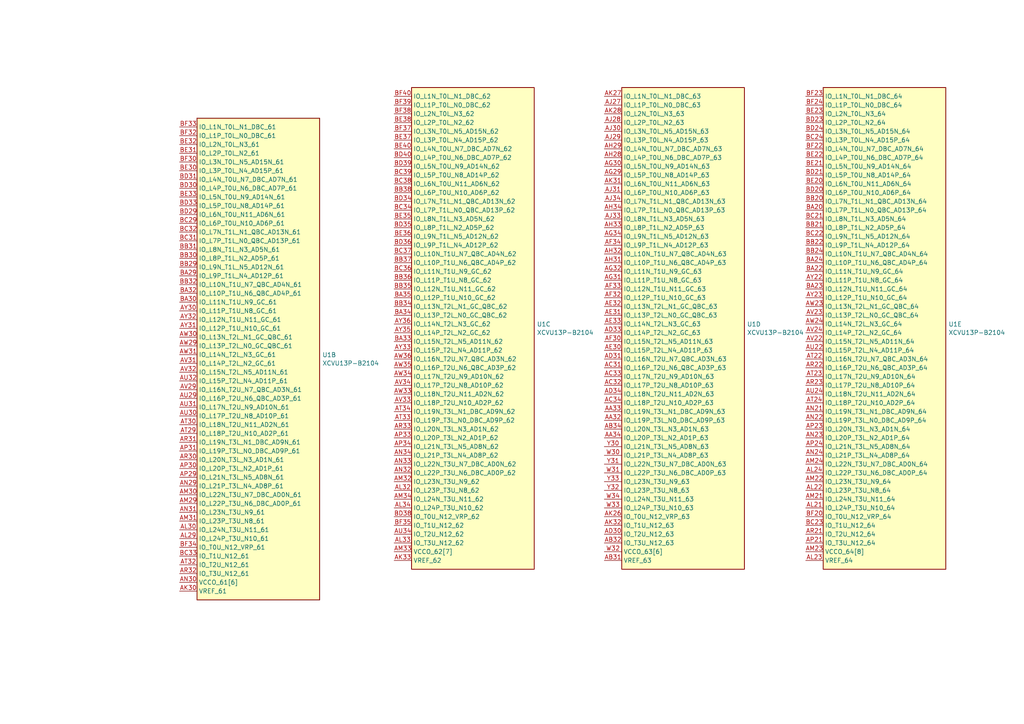
<source format=kicad_sch>
(kicad_sch (version 20231120) (generator "eeschema") (generator_version "8.0")
  (paper "A4")
  (lib_symbols
    (symbol "CHIPSAlliance_FPGA_Xilinx_Virtex_UltraScale_Plus:XCVU13P-B2104"
      (property "Reference" "U" (at -6.35 6.35 0))
      (property "Value" "XCVU13P-B2104" (at -6.35 3.81 0))
      (symbol "XCVU13P-B2104_1_1"
        (pin input line (at 0 -27.94 0) (length 5.08) (name "PUDC_B_0") (number "AA12"))
        (pin bidirectional line (at 0 -12.7 0) (length 5.08) (name "DONE_0") (number "AC12"))
        (pin output line (at 0 -38.1 0) (length 5.08) (name "TDO_0") (number "AC13"))
        (pin power_in line (at 0 -43.18 0) (length 5.08) (name "VCCO_0[2]") (number "AD13"))
        (pin input line (at 0 -25.4 0) (length 5.08) (name "PROGRAM_B_0") (number "AE12"))
        (pin input line (at 0 -33.02 0) (length 5.08) (name "TCK_0") (number "AE13"))
        (pin input line (at 0 -35.56 0) (length 5.08) (name "TDI_0") (number "AE15"))
        (pin passive line (at 0 -43.18 0) (length 5.08) hide (name "VCCO_0[2]") (number "AF13"))
        (pin bidirectional line (at 0 -30.48 0) (length 5.08) (name "RDWR_FCS_B_0") (number "AG12"))
        (pin bidirectional line (at 0 0 0) (length 5.08) (name "CCLK_0") (number "AG13"))
        (pin input line (at 0 -40.64 0) (length 5.08) (name "TMS_0") (number "AG15"))
        (pin bidirectional line (at 0 -10.16 0) (length 5.08) (name "D03_0") (number "AH12"))
        (pin bidirectional line (at 0 -5.08 0) (length 5.08) (name "D01_DIN_0") (number "AJ12"))
        (pin bidirectional line (at 0 -2.54 0) (length 5.08) (name "D00_MOSI_0") (number "AK12"))
        (pin bidirectional line (at 0 -7.62 0) (length 5.08) (name "D02_0") (number "AL12"))
        (pin input line (at 0 -22.86 0) (length 5.08) (name "M2_0") (number "R12"))
        (pin input line (at 0 -20.32 0) (length 5.08) (name "M1_0") (number "U12"))
        (pin input line (at 0 -17.78 0) (length 5.08) (name "M0_0") (number "V12"))
        (pin bidirectional line (at 0 -15.24 0) (length 5.08) (name "INIT_B_0") (number "Y12"))
      )
      (symbol "XCVU13P-B2104_2_1"
        (pin input line (at 0 -134.62 0) (length 5.08) (name "VREF_61") (number "AK30"))
        (pin bidirectional line (at 0 -119.38 0) (length 5.08) (name "IO_L24P_T3U_N10_61") (number "AL29"))
        (pin bidirectional line (at 0 -116.84 0) (length 5.08) (name "IO_L24N_T3U_N11_61") (number "AL30"))
        (pin bidirectional line (at 0 -109.22 0) (length 5.08) (name "IO_L22P_T3U_N6_DBC_AD0P_61") (number "AM29"))
        (pin bidirectional line (at 0 -106.68 0) (length 5.08) (name "IO_L22N_T3U_N7_DBC_AD0N_61") (number "AM30"))
        (pin bidirectional line (at 0 -114.3 0) (length 5.08) (name "IO_L23P_T3U_N8_61") (number "AM31"))
        (pin bidirectional line (at 0 -104.14 0) (length 5.08) (name "IO_L21P_T3L_N4_AD8P_61") (number "AN29"))
        (pin power_in line (at 0 -132.08 0) (length 5.08) (name "VCCO_61[6]") (number "AN30"))
        (pin bidirectional line (at 0 -111.76 0) (length 5.08) (name "IO_L23N_T3U_N9_61") (number "AN31"))
        (pin bidirectional line (at 0 -101.6 0) (length 5.08) (name "IO_L21N_T3L_N5_AD8N_61") (number "AP29"))
        (pin bidirectional line (at 0 -99.06 0) (length 5.08) (name "IO_L20P_T3L_N2_AD1P_61") (number "AP30"))
        (pin bidirectional line (at 0 -93.98 0) (length 5.08) (name "IO_L19P_T3L_N0_DBC_AD9P_61") (number "AP31"))
        (pin bidirectional line (at 0 -96.52 0) (length 5.08) (name "IO_L20N_T3L_N3_AD1N_61") (number "AR30"))
        (pin bidirectional line (at 0 -91.44 0) (length 5.08) (name "IO_L19N_T3L_N1_DBC_AD9N_61") (number "AR31"))
        (pin bidirectional line (at 0 -129.54 0) (length 5.08) (name "IO_T3U_N12_61") (number "AR32"))
        (pin bidirectional line (at 0 -88.9 0) (length 5.08) (name "IO_L18P_T2U_N10_AD2P_61") (number "AT29"))
        (pin bidirectional line (at 0 -86.36 0) (length 5.08) (name "IO_L18N_T2U_N11_AD2N_61") (number "AT30"))
        (pin passive line (at 0 -132.08 0) (length 5.08) hide (name "VCCO_61[6]") (number "AT31"))
        (pin bidirectional line (at 0 -127 0) (length 5.08) (name "IO_T2U_N12_61") (number "AT32"))
        (pin bidirectional line (at 0 -78.74 0) (length 5.08) (name "IO_L16P_T2U_N6_QBC_AD3P_61") (number "AU29"))
        (pin bidirectional line (at 0 -83.82 0) (length 5.08) (name "IO_L17P_T2U_N8_AD10P_61") (number "AU30"))
        (pin bidirectional line (at 0 -81.28 0) (length 5.08) (name "IO_L17N_T2U_N9_AD10N_61") (number "AU31"))
        (pin bidirectional line (at 0 -73.66 0) (length 5.08) (name "IO_L15P_T2L_N4_AD11P_61") (number "AU32"))
        (pin bidirectional line (at 0 -76.2 0) (length 5.08) (name "IO_L16N_T2U_N7_QBC_AD3N_61") (number "AV29"))
        (pin bidirectional line (at 0 -68.58 0) (length 5.08) (name "IO_L14P_T2L_N2_GC_61") (number "AV31"))
        (pin bidirectional line (at 0 -71.12 0) (length 5.08) (name "IO_L15N_T2L_N5_AD11N_61") (number "AV32"))
        (pin bidirectional line (at 0 -63.5 0) (length 5.08) (name "IO_L13P_T2L_N0_GC_QBC_61") (number "AW29"))
        (pin bidirectional line (at 0 -60.96 0) (length 5.08) (name "IO_L13N_T2L_N1_GC_QBC_61") (number "AW30"))
        (pin bidirectional line (at 0 -66.04 0) (length 5.08) (name "IO_L14N_T2L_N3_GC_61") (number "AW31"))
        (pin passive line (at 0 -132.08 0) (length 5.08) hide (name "VCCO_61[6]") (number "AW32"))
        (pin passive line (at 0 -132.08 0) (length 5.08) hide (name "VCCO_61[6]") (number "AY29"))
        (pin bidirectional line (at 0 -53.34 0) (length 5.08) (name "IO_L11P_T1U_N8_GC_61") (number "AY30"))
        (pin bidirectional line (at 0 -58.42 0) (length 5.08) (name "IO_L12P_T1U_N10_GC_61") (number "AY31"))
        (pin bidirectional line (at 0 -55.88 0) (length 5.08) (name "IO_L12N_T1U_N11_GC_61") (number "AY32"))
        (pin bidirectional line (at 0 -43.18 0) (length 5.08) (name "IO_L9P_T1L_N4_AD12P_61") (number "BA29"))
        (pin bidirectional line (at 0 -50.8 0) (length 5.08) (name "IO_L11N_T1U_N9_GC_61") (number "BA30"))
        (pin bidirectional line (at 0 -48.26 0) (length 5.08) (name "IO_L10P_T1U_N6_QBC_AD4P_61") (number "BA32"))
        (pin bidirectional line (at 0 -40.64 0) (length 5.08) (name "IO_L9N_T1L_N5_AD12N_61") (number "BB29"))
        (pin bidirectional line (at 0 -38.1 0) (length 5.08) (name "IO_L8P_T1L_N2_AD5P_61") (number "BB30"))
        (pin bidirectional line (at 0 -35.56 0) (length 5.08) (name "IO_L8N_T1L_N3_AD5N_61") (number "BB31"))
        (pin bidirectional line (at 0 -45.72 0) (length 5.08) (name "IO_L10N_T1U_N7_QBC_AD4N_61") (number "BB32"))
        (pin bidirectional line (at 0 -27.94 0) (length 5.08) (name "IO_L6P_T0U_N10_AD6P_61") (number "BC29"))
        (pin passive line (at 0 -132.08 0) (length 5.08) hide (name "VCCO_61[6]") (number "BC30"))
        (pin bidirectional line (at 0 -33.02 0) (length 5.08) (name "IO_L7P_T1L_N0_QBC_AD13P_61") (number "BC31"))
        (pin bidirectional line (at 0 -30.48 0) (length 5.08) (name "IO_L7N_T1L_N1_QBC_AD13N_61") (number "BC32"))
        (pin bidirectional line (at 0 -124.46 0) (length 5.08) (name "IO_T1U_N12_61") (number "BC33"))
        (pin bidirectional line (at 0 -25.4 0) (length 5.08) (name "IO_L6N_T0U_N11_AD6N_61") (number "BD29"))
        (pin bidirectional line (at 0 -17.78 0) (length 5.08) (name "IO_L4P_T0U_N6_DBC_AD7P_61") (number "BD30"))
        (pin bidirectional line (at 0 -15.24 0) (length 5.08) (name "IO_L4N_T0U_N7_DBC_AD7N_61") (number "BD31"))
        (pin bidirectional line (at 0 -22.86 0) (length 5.08) (name "IO_L5P_T0U_N8_AD14P_61") (number "BD33"))
        (pin bidirectional line (at 0 -12.7 0) (length 5.08) (name "IO_L3P_T0L_N4_AD15P_61") (number "BE30"))
        (pin bidirectional line (at 0 -7.62 0) (length 5.08) (name "IO_L2P_T0L_N2_61") (number "BE31"))
        (pin bidirectional line (at 0 -5.08 0) (length 5.08) (name "IO_L2N_T0L_N3_61") (number "BE32"))
        (pin bidirectional line (at 0 -20.32 0) (length 5.08) (name "IO_L5N_T0U_N9_AD14N_61") (number "BE33"))
        (pin bidirectional line (at 0 -10.16 0) (length 5.08) (name "IO_L3N_T0L_N5_AD15N_61") (number "BF30"))
        (pin passive line (at 0 -132.08 0) (length 5.08) hide (name "VCCO_61[6]") (number "BF31"))
        (pin bidirectional line (at 0 -2.54 0) (length 5.08) (name "IO_L1P_T0L_N0_DBC_61") (number "BF32"))
        (pin bidirectional line (at 0 0 0) (length 5.08) (name "IO_L1N_T0L_N1_DBC_61") (number "BF33"))
        (pin bidirectional line (at 0 -121.92 0) (length 5.08) (name "IO_T0U_N12_VRP_61") (number "BF34"))
      )
      (symbol "XCVU13P-B2104_3_1"
        (pin input line (at 0 -134.62 0) (length 5.08) (name "VREF_62") (number "AK33"))
        (pin bidirectional line (at 0 -114.3 0) (length 5.08) (name "IO_L23P_T3U_N8_62") (number "AL32"))
        (pin bidirectional line (at 0 -129.54 0) (length 5.08) (name "IO_T3U_N12_62") (number "AL33"))
        (pin bidirectional line (at 0 -119.38 0) (length 5.08) (name "IO_L24P_T3U_N10_62") (number "AL34"))
        (pin bidirectional line (at 0 -111.76 0) (length 5.08) (name "IO_L23N_T3U_N9_62") (number "AM32"))
        (pin power_in line (at 0 -132.08 0) (length 5.08) (name "VCCO_62[7]") (number "AM33"))
        (pin bidirectional line (at 0 -116.84 0) (length 5.08) (name "IO_L24N_T3U_N11_62") (number "AM34"))
        (pin bidirectional line (at 0 -109.22 0) (length 5.08) (name "IO_L22P_T3U_N6_DBC_AD0P_62") (number "AN32"))
        (pin bidirectional line (at 0 -106.68 0) (length 5.08) (name "IO_L22N_T3U_N7_DBC_AD0N_62") (number "AN33"))
        (pin bidirectional line (at 0 -104.14 0) (length 5.08) (name "IO_L21P_T3L_N4_AD8P_62") (number "AN34"))
        (pin bidirectional line (at 0 -99.06 0) (length 5.08) (name "IO_L20P_T3L_N2_AD1P_62") (number "AP33"))
        (pin bidirectional line (at 0 -101.6 0) (length 5.08) (name "IO_L21N_T3L_N5_AD8N_62") (number "AP34"))
        (pin bidirectional line (at 0 -96.52 0) (length 5.08) (name "IO_L20N_T3L_N3_AD1N_62") (number "AR33"))
        (pin passive line (at 0 -132.08 0) (length 5.08) hide (name "VCCO_62[7]") (number "AR34"))
        (pin bidirectional line (at 0 -93.98 0) (length 5.08) (name "IO_L19P_T3L_N0_DBC_AD9P_62") (number "AT33"))
        (pin bidirectional line (at 0 -91.44 0) (length 5.08) (name "IO_L19N_T3L_N1_DBC_AD9N_62") (number "AT34"))
        (pin bidirectional line (at 0 -127 0) (length 5.08) (name "IO_T2U_N12_62") (number "AU34"))
        (pin bidirectional line (at 0 -88.9 0) (length 5.08) (name "IO_L18P_T2U_N10_AD2P_62") (number "AV33"))
        (pin bidirectional line (at 0 -83.82 0) (length 5.08) (name "IO_L17P_T2U_N8_AD10P_62") (number "AV34"))
        (pin bidirectional line (at 0 -86.36 0) (length 5.08) (name "IO_L18N_T2U_N11_AD2N_62") (number "AW33"))
        (pin bidirectional line (at 0 -81.28 0) (length 5.08) (name "IO_L17N_T2U_N9_AD10N_62") (number "AW34"))
        (pin bidirectional line (at 0 -78.74 0) (length 5.08) (name "IO_L16P_T2U_N6_QBC_AD3P_62") (number "AW35"))
        (pin bidirectional line (at 0 -76.2 0) (length 5.08) (name "IO_L16N_T2U_N7_QBC_AD3N_62") (number "AW36"))
        (pin bidirectional line (at 0 -73.66 0) (length 5.08) (name "IO_L15P_T2L_N4_AD11P_62") (number "AY33"))
        (pin bidirectional line (at 0 -68.58 0) (length 5.08) (name "IO_L14P_T2L_N2_GC_62") (number "AY35"))
        (pin bidirectional line (at 0 -66.04 0) (length 5.08) (name "IO_L14N_T2L_N3_GC_62") (number "AY36"))
        (pin bidirectional line (at 0 -71.12 0) (length 5.08) (name "IO_L15N_T2L_N5_AD11N_62") (number "BA33"))
        (pin bidirectional line (at 0 -63.5 0) (length 5.08) (name "IO_L13P_T2L_N0_GC_QBC_62") (number "BA34"))
        (pin bidirectional line (at 0 -58.42 0) (length 5.08) (name "IO_L12P_T1U_N10_GC_62") (number "BA35"))
        (pin passive line (at 0 -132.08 0) (length 5.08) hide (name "VCCO_62[7]") (number "BA36"))
        (pin passive line (at 0 -132.08 0) (length 5.08) hide (name "VCCO_62[7]") (number "BB33"))
        (pin bidirectional line (at 0 -60.96 0) (length 5.08) (name "IO_L13N_T2L_N1_GC_QBC_62") (number "BB34"))
        (pin bidirectional line (at 0 -55.88 0) (length 5.08) (name "IO_L12N_T1U_N11_GC_62") (number "BB35"))
        (pin bidirectional line (at 0 -53.34 0) (length 5.08) (name "IO_L11P_T1U_N8_GC_62") (number "BB36"))
        (pin bidirectional line (at 0 -48.26 0) (length 5.08) (name "IO_L10P_T1U_N6_QBC_AD4P_62") (number "BB37"))
        (pin bidirectional line (at 0 -27.94 0) (length 5.08) (name "IO_L6P_T0U_N10_AD6P_62") (number "BB38"))
        (pin bidirectional line (at 0 -33.02 0) (length 5.08) (name "IO_L7P_T1L_N0_QBC_AD13P_62") (number "BC34"))
        (pin bidirectional line (at 0 -50.8 0) (length 5.08) (name "IO_L11N_T1U_N9_GC_62") (number "BC36"))
        (pin bidirectional line (at 0 -45.72 0) (length 5.08) (name "IO_L10N_T1U_N7_QBC_AD4N_62") (number "BC37"))
        (pin bidirectional line (at 0 -25.4 0) (length 5.08) (name "IO_L6N_T0U_N11_AD6N_62") (number "BC38"))
        (pin bidirectional line (at 0 -22.86 0) (length 5.08) (name "IO_L5P_T0U_N8_AD14P_62") (number "BC39"))
        (pin passive line (at 0 -132.08 0) (length 5.08) hide (name "VCCO_62[7]") (number "BC40"))
        (pin bidirectional line (at 0 -30.48 0) (length 5.08) (name "IO_L7N_T1L_N1_QBC_AD13N_62") (number "BD34"))
        (pin bidirectional line (at 0 -38.1 0) (length 5.08) (name "IO_L8P_T1L_N2_AD5P_62") (number "BD35"))
        (pin bidirectional line (at 0 -43.18 0) (length 5.08) (name "IO_L9P_T1L_N4_AD12P_62") (number "BD36"))
        (pin passive line (at 0 -132.08 0) (length 5.08) hide (name "VCCO_62[7]") (number "BD37"))
        (pin bidirectional line (at 0 -121.92 0) (length 5.08) (name "IO_T0U_N12_VRP_62") (number "BD38"))
        (pin bidirectional line (at 0 -20.32 0) (length 5.08) (name "IO_L5N_T0U_N9_AD14N_62") (number "BD39"))
        (pin bidirectional line (at 0 -17.78 0) (length 5.08) (name "IO_L4P_T0U_N6_DBC_AD7P_62") (number "BD40"))
        (pin passive line (at 0 -132.08 0) (length 5.08) hide (name "VCCO_62[7]") (number "BE34"))
        (pin bidirectional line (at 0 -35.56 0) (length 5.08) (name "IO_L8N_T1L_N3_AD5N_62") (number "BE35"))
        (pin bidirectional line (at 0 -40.64 0) (length 5.08) (name "IO_L9N_T1L_N5_AD12N_62") (number "BE36"))
        (pin bidirectional line (at 0 -12.7 0) (length 5.08) (name "IO_L3P_T0L_N4_AD15P_62") (number "BE37"))
        (pin bidirectional line (at 0 -7.62 0) (length 5.08) (name "IO_L2P_T0L_N2_62") (number "BE38"))
        (pin bidirectional line (at 0 -15.24 0) (length 5.08) (name "IO_L4N_T0U_N7_DBC_AD7N_62") (number "BE40"))
        (pin bidirectional line (at 0 -124.46 0) (length 5.08) (name "IO_T1U_N12_62") (number "BF35"))
        (pin bidirectional line (at 0 -10.16 0) (length 5.08) (name "IO_L3N_T0L_N5_AD15N_62") (number "BF37"))
        (pin bidirectional line (at 0 -5.08 0) (length 5.08) (name "IO_L2N_T0L_N3_62") (number "BF38"))
        (pin bidirectional line (at 0 -2.54 0) (length 5.08) (name "IO_L1P_T0L_N0_DBC_62") (number "BF39"))
        (pin bidirectional line (at 0 0 0) (length 5.08) (name "IO_L1N_T0L_N1_DBC_62") (number "BF40"))
      )
      (symbol "XCVU13P-B2104_4_1"
        (pin bidirectional line (at 0 -93.98 0) (length 5.08) (name "IO_L19P_T3L_N0_DBC_AD9P_63") (number "AA32"))
        (pin bidirectional line (at 0 -91.44 0) (length 5.08) (name "IO_L19N_T3L_N1_DBC_AD9N_63") (number "AA33"))
        (pin bidirectional line (at 0 -99.06 0) (length 5.08) (name "IO_L20P_T3L_N2_AD1P_63") (number "AA34"))
        (pin input line (at 0 -134.62 0) (length 5.08) (name "VREF_63") (number "AB31"))
        (pin bidirectional line (at 0 -129.54 0) (length 5.08) (name "IO_T3U_N12_63") (number "AB32"))
        (pin passive line (at 0 -132.08 0) (length 5.08) hide (name "VCCO_63[6]") (number "AB33"))
        (pin bidirectional line (at 0 -96.52 0) (length 5.08) (name "IO_L20N_T3L_N3_AD1N_63") (number "AB34"))
        (pin bidirectional line (at 0 -78.74 0) (length 5.08) (name "IO_L16P_T2U_N6_QBC_AD3P_63") (number "AC31"))
        (pin bidirectional line (at 0 -83.82 0) (length 5.08) (name "IO_L17P_T2U_N8_AD10P_63") (number "AC32"))
        (pin bidirectional line (at 0 -81.28 0) (length 5.08) (name "IO_L17N_T2U_N9_AD10N_63") (number "AC33"))
        (pin bidirectional line (at 0 -88.9 0) (length 5.08) (name "IO_L18P_T2U_N10_AD2P_63") (number "AC34"))
        (pin bidirectional line (at 0 -127 0) (length 5.08) (name "IO_T2U_N12_63") (number "AD30"))
        (pin bidirectional line (at 0 -76.2 0) (length 5.08) (name "IO_L16N_T2U_N7_QBC_AD3N_63") (number "AD31"))
        (pin bidirectional line (at 0 -68.58 0) (length 5.08) (name "IO_L14P_T2L_N2_GC_63") (number "AD33"))
        (pin bidirectional line (at 0 -86.36 0) (length 5.08) (name "IO_L18N_T2U_N11_AD2N_63") (number "AD34"))
        (pin bidirectional line (at 0 -73.66 0) (length 5.08) (name "IO_L15P_T2L_N4_AD11P_63") (number "AE30"))
        (pin bidirectional line (at 0 -63.5 0) (length 5.08) (name "IO_L13P_T2L_N0_GC_QBC_63") (number "AE31"))
        (pin bidirectional line (at 0 -60.96 0) (length 5.08) (name "IO_L13N_T2L_N1_GC_QBC_63") (number "AE32"))
        (pin bidirectional line (at 0 -66.04 0) (length 5.08) (name "IO_L14N_T2L_N3_GC_63") (number "AE33"))
        (pin passive line (at 0 -132.08 0) (length 5.08) hide (name "VCCO_63[6]") (number "AE34"))
        (pin bidirectional line (at 0 -71.12 0) (length 5.08) (name "IO_L15N_T2L_N5_AD11N_63") (number "AF30"))
        (pin passive line (at 0 -132.08 0) (length 5.08) hide (name "VCCO_63[6]") (number "AF31"))
        (pin bidirectional line (at 0 -58.42 0) (length 5.08) (name "IO_L12P_T1U_N10_GC_63") (number "AF32"))
        (pin bidirectional line (at 0 -55.88 0) (length 5.08) (name "IO_L12N_T1U_N11_GC_63") (number "AF33"))
        (pin bidirectional line (at 0 -43.18 0) (length 5.08) (name "IO_L9P_T1L_N4_AD12P_63") (number "AF34"))
        (pin bidirectional line (at 0 -22.86 0) (length 5.08) (name "IO_L5P_T0U_N8_AD14P_63") (number "AG29"))
        (pin bidirectional line (at 0 -20.32 0) (length 5.08) (name "IO_L5N_T0U_N9_AD14N_63") (number "AG30"))
        (pin bidirectional line (at 0 -53.34 0) (length 5.08) (name "IO_L11P_T1U_N8_GC_63") (number "AG31"))
        (pin bidirectional line (at 0 -50.8 0) (length 5.08) (name "IO_L11N_T1U_N9_GC_63") (number "AG32"))
        (pin bidirectional line (at 0 -40.64 0) (length 5.08) (name "IO_L9N_T1L_N5_AD12N_63") (number "AG34"))
        (pin bidirectional line (at 0 -17.78 0) (length 5.08) (name "IO_L4P_T0U_N6_DBC_AD7P_63") (number "AH28"))
        (pin bidirectional line (at 0 -15.24 0) (length 5.08) (name "IO_L4N_T0U_N7_DBC_AD7N_63") (number "AH29"))
        (pin bidirectional line (at 0 -48.26 0) (length 5.08) (name "IO_L10P_T1U_N6_QBC_AD4P_63") (number "AH31"))
        (pin bidirectional line (at 0 -45.72 0) (length 5.08) (name "IO_L10N_T1U_N7_QBC_AD4N_63") (number "AH32"))
        (pin bidirectional line (at 0 -38.1 0) (length 5.08) (name "IO_L8P_T1L_N2_AD5P_63") (number "AH33"))
        (pin bidirectional line (at 0 -33.02 0) (length 5.08) (name "IO_L7P_T1L_N0_QBC_AD13P_63") (number "AH34"))
        (pin bidirectional line (at 0 -2.54 0) (length 5.08) (name "IO_L1P_T0L_N0_DBC_63") (number "AJ27"))
        (pin bidirectional line (at 0 -7.62 0) (length 5.08) (name "IO_L2P_T0L_N2_63") (number "AJ28"))
        (pin bidirectional line (at 0 -12.7 0) (length 5.08) (name "IO_L3P_T0L_N4_AD15P_63") (number "AJ29"))
        (pin bidirectional line (at 0 -10.16 0) (length 5.08) (name "IO_L3N_T0L_N5_AD15N_63") (number "AJ30"))
        (pin bidirectional line (at 0 -27.94 0) (length 5.08) (name "IO_L6P_T0U_N10_AD6P_63") (number "AJ31"))
        (pin passive line (at 0 -132.08 0) (length 5.08) hide (name "VCCO_63[6]") (number "AJ32"))
        (pin bidirectional line (at 0 -35.56 0) (length 5.08) (name "IO_L8N_T1L_N3_AD5N_63") (number "AJ33"))
        (pin bidirectional line (at 0 -30.48 0) (length 5.08) (name "IO_L7N_T1L_N1_QBC_AD13N_63") (number "AJ34"))
        (pin bidirectional line (at 0 -121.92 0) (length 5.08) (name "IO_T0U_N12_VRP_63") (number "AK26"))
        (pin bidirectional line (at 0 0 0) (length 5.08) (name "IO_L1N_T0L_N1_DBC_63") (number "AK27"))
        (pin bidirectional line (at 0 -5.08 0) (length 5.08) (name "IO_L2N_T0L_N3_63") (number "AK28"))
        (pin passive line (at 0 -132.08 0) (length 5.08) hide (name "VCCO_63[6]") (number "AK29"))
        (pin bidirectional line (at 0 -25.4 0) (length 5.08) (name "IO_L6N_T0U_N11_AD6N_63") (number "AK31"))
        (pin bidirectional line (at 0 -124.46 0) (length 5.08) (name "IO_T1U_N12_63") (number "AK32"))
        (pin bidirectional line (at 0 -104.14 0) (length 5.08) (name "IO_L21P_T3L_N4_AD8P_63") (number "W30"))
        (pin bidirectional line (at 0 -109.22 0) (length 5.08) (name "IO_L22P_T3U_N6_DBC_AD0P_63") (number "W31"))
        (pin power_in line (at 0 -132.08 0) (length 5.08) (name "VCCO_63[6]") (number "W32"))
        (pin bidirectional line (at 0 -119.38 0) (length 5.08) (name "IO_L24P_T3U_N10_63") (number "W33"))
        (pin bidirectional line (at 0 -116.84 0) (length 5.08) (name "IO_L24N_T3U_N11_63") (number "W34"))
        (pin bidirectional line (at 0 -101.6 0) (length 5.08) (name "IO_L21N_T3L_N5_AD8N_63") (number "Y30"))
        (pin bidirectional line (at 0 -106.68 0) (length 5.08) (name "IO_L22N_T3U_N7_DBC_AD0N_63") (number "Y31"))
        (pin bidirectional line (at 0 -114.3 0) (length 5.08) (name "IO_L23P_T3U_N8_63") (number "Y32"))
        (pin bidirectional line (at 0 -111.76 0) (length 5.08) (name "IO_L23N_T3U_N9_63") (number "Y33"))
      )
      (symbol "XCVU13P-B2104_5_1"
        (pin bidirectional line (at 0 -119.38 0) (length 5.08) (name "IO_L24P_T3U_N10_64") (number "AL21"))
        (pin bidirectional line (at 0 -114.3 0) (length 5.08) (name "IO_L23P_T3U_N8_64") (number "AL22"))
        (pin input line (at 0 -134.62 0) (length 5.08) (name "VREF_64") (number "AL23"))
        (pin bidirectional line (at 0 -109.22 0) (length 5.08) (name "IO_L22P_T3U_N6_DBC_AD0P_64") (number "AL24"))
        (pin bidirectional line (at 0 -116.84 0) (length 5.08) (name "IO_L24N_T3U_N11_64") (number "AM21"))
        (pin bidirectional line (at 0 -111.76 0) (length 5.08) (name "IO_L23N_T3U_N9_64") (number "AM22"))
        (pin power_in line (at 0 -132.08 0) (length 5.08) (name "VCCO_64[8]") (number "AM23"))
        (pin bidirectional line (at 0 -106.68 0) (length 5.08) (name "IO_L22N_T3U_N7_DBC_AD0N_64") (number "AM24"))
        (pin bidirectional line (at 0 -91.44 0) (length 5.08) (name "IO_L19N_T3L_N1_DBC_AD9N_64") (number "AN21"))
        (pin bidirectional line (at 0 -93.98 0) (length 5.08) (name "IO_L19P_T3L_N0_DBC_AD9P_64") (number "AN22"))
        (pin bidirectional line (at 0 -99.06 0) (length 5.08) (name "IO_L20P_T3L_N2_AD1P_64") (number "AN23"))
        (pin bidirectional line (at 0 -104.14 0) (length 5.08) (name "IO_L21P_T3L_N4_AD8P_64") (number "AN24"))
        (pin bidirectional line (at 0 -129.54 0) (length 5.08) (name "IO_T3U_N12_64") (number "AP21"))
        (pin bidirectional line (at 0 -96.52 0) (length 5.08) (name "IO_L20N_T3L_N3_AD1N_64") (number "AP23"))
        (pin bidirectional line (at 0 -101.6 0) (length 5.08) (name "IO_L21N_T3L_N5_AD8N_64") (number "AP24"))
        (pin bidirectional line (at 0 -127 0) (length 5.08) (name "IO_T2U_N12_64") (number "AR21"))
        (pin bidirectional line (at 0 -78.74 0) (length 5.08) (name "IO_L16P_T2U_N6_QBC_AD3P_64") (number "AR22"))
        (pin bidirectional line (at 0 -83.82 0) (length 5.08) (name "IO_L17P_T2U_N8_AD10P_64") (number "AR23"))
        (pin passive line (at 0 -132.08 0) (length 5.08) hide (name "VCCO_64[8]") (number "AR24"))
        (pin passive line (at 0 -132.08 0) (length 5.08) hide (name "VCCO_64[8]") (number "AT21"))
        (pin bidirectional line (at 0 -76.2 0) (length 5.08) (name "IO_L16N_T2U_N7_QBC_AD3N_64") (number "AT22"))
        (pin bidirectional line (at 0 -81.28 0) (length 5.08) (name "IO_L17N_T2U_N9_AD10N_64") (number "AT23"))
        (pin bidirectional line (at 0 -88.9 0) (length 5.08) (name "IO_L18P_T2U_N10_AD2P_64") (number "AT24"))
        (pin bidirectional line (at 0 -73.66 0) (length 5.08) (name "IO_L15P_T2L_N4_AD11P_64") (number "AU22"))
        (pin bidirectional line (at 0 -86.36 0) (length 5.08) (name "IO_L18N_T2U_N11_AD2N_64") (number "AU24"))
        (pin bidirectional line (at 0 -71.12 0) (length 5.08) (name "IO_L15N_T2L_N5_AD11N_64") (number "AV22"))
        (pin bidirectional line (at 0 -63.5 0) (length 5.08) (name "IO_L13P_T2L_N0_GC_QBC_64") (number "AV23"))
        (pin bidirectional line (at 0 -68.58 0) (length 5.08) (name "IO_L14P_T2L_N2_GC_64") (number "AV24"))
        (pin passive line (at 0 -132.08 0) (length 5.08) hide (name "VCCO_64[8]") (number "AW22"))
        (pin bidirectional line (at 0 -60.96 0) (length 5.08) (name "IO_L13N_T2L_N1_GC_QBC_64") (number "AW23"))
        (pin bidirectional line (at 0 -66.04 0) (length 5.08) (name "IO_L14N_T2L_N3_GC_64") (number "AW24"))
        (pin bidirectional line (at 0 -53.34 0) (length 5.08) (name "IO_L11P_T1U_N8_GC_64") (number "AY22"))
        (pin bidirectional line (at 0 -58.42 0) (length 5.08) (name "IO_L12P_T1U_N10_GC_64") (number "AY23"))
        (pin bidirectional line (at 0 -33.02 0) (length 5.08) (name "IO_L7P_T1L_N0_QBC_AD13P_64") (number "BA20"))
        (pin bidirectional line (at 0 -50.8 0) (length 5.08) (name "IO_L11N_T1U_N9_GC_64") (number "BA22"))
        (pin bidirectional line (at 0 -55.88 0) (length 5.08) (name "IO_L12N_T1U_N11_GC_64") (number "BA23"))
        (pin bidirectional line (at 0 -48.26 0) (length 5.08) (name "IO_L10P_T1U_N6_QBC_AD4P_64") (number "BA24"))
        (pin bidirectional line (at 0 -30.48 0) (length 5.08) (name "IO_L7N_T1L_N1_QBC_AD13N_64") (number "BB20"))
        (pin bidirectional line (at 0 -38.1 0) (length 5.08) (name "IO_L8P_T1L_N2_AD5P_64") (number "BB21"))
        (pin bidirectional line (at 0 -43.18 0) (length 5.08) (name "IO_L9P_T1L_N4_AD12P_64") (number "BB22"))
        (pin passive line (at 0 -132.08 0) (length 5.08) hide (name "VCCO_64[8]") (number "BB23"))
        (pin bidirectional line (at 0 -45.72 0) (length 5.08) (name "IO_L10N_T1U_N7_QBC_AD4N_64") (number "BB24"))
        (pin passive line (at 0 -132.08 0) (length 5.08) hide (name "VCCO_64[8]") (number "BC20"))
        (pin bidirectional line (at 0 -35.56 0) (length 5.08) (name "IO_L8N_T1L_N3_AD5N_64") (number "BC21"))
        (pin bidirectional line (at 0 -40.64 0) (length 5.08) (name "IO_L9N_T1L_N5_AD12N_64") (number "BC22"))
        (pin bidirectional line (at 0 -124.46 0) (length 5.08) (name "IO_T1U_N12_64") (number "BC23"))
        (pin bidirectional line (at 0 -12.7 0) (length 5.08) (name "IO_L3P_T0L_N4_AD15P_64") (number "BC24"))
        (pin bidirectional line (at 0 -27.94 0) (length 5.08) (name "IO_L6P_T0U_N10_AD6P_64") (number "BD20"))
        (pin bidirectional line (at 0 -22.86 0) (length 5.08) (name "IO_L5P_T0U_N8_AD14P_64") (number "BD21"))
        (pin bidirectional line (at 0 -7.62 0) (length 5.08) (name "IO_L2P_T0L_N2_64") (number "BD23"))
        (pin bidirectional line (at 0 -10.16 0) (length 5.08) (name "IO_L3N_T0L_N5_AD15N_64") (number "BD24"))
        (pin bidirectional line (at 0 -25.4 0) (length 5.08) (name "IO_L6N_T0U_N11_AD6N_64") (number "BE20"))
        (pin bidirectional line (at 0 -20.32 0) (length 5.08) (name "IO_L5N_T0U_N9_AD14N_64") (number "BE21"))
        (pin bidirectional line (at 0 -17.78 0) (length 5.08) (name "IO_L4P_T0U_N6_DBC_AD7P_64") (number "BE22"))
        (pin bidirectional line (at 0 -5.08 0) (length 5.08) (name "IO_L2N_T0L_N3_64") (number "BE23"))
        (pin passive line (at 0 -132.08 0) (length 5.08) hide (name "VCCO_64[8]") (number "BE24"))
        (pin bidirectional line (at 0 -121.92 0) (length 5.08) (name "IO_T0U_N12_VRP_64") (number "BF20"))
        (pin passive line (at 0 -132.08 0) (length 5.08) hide (name "VCCO_64[8]") (number "BF21"))
        (pin bidirectional line (at 0 -15.24 0) (length 5.08) (name "IO_L4N_T0U_N7_DBC_AD7N_64") (number "BF22"))
        (pin bidirectional line (at 0 0 0) (length 5.08) (name "IO_L1N_T0L_N1_DBC_64") (number "BF23"))
        (pin bidirectional line (at 0 -2.54 0) (length 5.08) (name "IO_L1P_T0L_N0_DBC_64") (number "BF24"))
      )
      (symbol "XCVU13P-B2104_6_1"
        (pin input line (at 0 -134.62 0) (length 5.08) (name "VREF_65") (number "AK25"))
        (pin bidirectional line (at 0 -104.14 0) (length 5.08) (name "IO_L21P_T3L_N4_AD8P_D06_65") (number "AL25"))
        (pin power_in line (at 0 -132.08 0) (length 5.08) (name "VCCO_65[6]") (number "AL26"))
        (pin bidirectional line (at 0 -119.38 0) (length 5.08) (name "IO_L24P_T3U_N10_EMCCLK_65") (number "AL27"))
        (pin bidirectional line (at 0 -116.84 0) (length 5.08) (name "IO_L24N_T3U_N11_DOUT_CSO_B_65") (number "AL28"))
        (pin bidirectional line (at 0 -101.6 0) (length 5.08) (name "IO_L21N_T3L_N5_AD8N_D07_65") (number "AM25"))
        (pin bidirectional line (at 0 -109.22 0) (length 5.08) (name "IO_L22P_T3U_N6_DBC_AD0P_D04_65") (number "AM26"))
        (pin bidirectional line (at 0 -114.3 0) (length 5.08) (name "IO_L23P_T3U_N8_I2C_SCLK_65") (number "AM27"))
        (pin bidirectional line (at 0 -106.68 0) (length 5.08) (name "IO_L22N_T3U_N7_DBC_AD0N_D05_65") (number "AN26"))
        (pin bidirectional line (at 0 -111.76 0) (length 5.08) (name "IO_L23N_T3U_N9_PERSTN1_I2C_SDA_65") (number "AN27"))
        (pin bidirectional line (at 0 -99.06 0) (length 5.08) (name "IO_L20P_T3L_N2_AD1P_D08_65") (number "AN28"))
        (pin bidirectional line (at 0 -93.98 0) (length 5.08) (name "IO_L19P_T3L_N0_DBC_AD9P_D10_65") (number "AP25"))
        (pin bidirectional line (at 0 -91.44 0) (length 5.08) (name "IO_L19N_T3L_N1_DBC_AD9N_D11_65") (number "AP26"))
        (pin passive line (at 0 -132.08 0) (length 5.08) hide (name "VCCO_65[6]") (number "AP27"))
        (pin bidirectional line (at 0 -96.52 0) (length 5.08) (name "IO_L20N_T3L_N3_AD1N_D09_65") (number "AP28"))
        (pin bidirectional line (at 0 -78.74 0) (length 5.08) (name "IO_L16P_T2U_N6_QBC_AD3P_A00_D16_65") (number "AR25"))
        (pin bidirectional line (at 0 -129.54 0) (length 5.08) (name "IO_T3U_N12_PERSTN0_65") (number "AR26"))
        (pin bidirectional line (at 0 -83.82 0) (length 5.08) (name "IO_L17P_T2U_N8_AD10P_D14_65") (number "AR27"))
        (pin bidirectional line (at 0 -88.9 0) (length 5.08) (name "IO_L18P_T2U_N10_AD2P_D12_65") (number "AR28"))
        (pin bidirectional line (at 0 -76.2 0) (length 5.08) (name "IO_L16N_T2U_N7_QBC_AD3N_A01_D17_65") (number "AT25"))
        (pin bidirectional line (at 0 -81.28 0) (length 5.08) (name "IO_L17N_T2U_N9_AD10N_D15_65") (number "AT27"))
        (pin bidirectional line (at 0 -86.36 0) (length 5.08) (name "IO_L18N_T2U_N11_AD2N_D13_65") (number "AT28"))
        (pin bidirectional line (at 0 -127 0) (length 5.08) (name "IO_T2U_N12_CSI_ADV_B_65") (number "AU25"))
        (pin bidirectional line (at 0 -73.66 0) (length 5.08) (name "IO_L15P_T2L_N4_AD11P_A02_D18_65") (number "AU26"))
        (pin bidirectional line (at 0 -71.12 0) (length 5.08) (name "IO_L15N_T2L_N5_AD11N_A03_D19_65") (number "AU27"))
        (pin passive line (at 0 -132.08 0) (length 5.08) hide (name "VCCO_65[6]") (number "AU28"))
        (pin passive line (at 0 -132.08 0) (length 5.08) hide (name "VCCO_65[6]") (number "AV25"))
        (pin bidirectional line (at 0 -63.5 0) (length 5.08) (name "IO_L13P_T2L_N0_GC_QBC_A06_D22_65") (number "AV26"))
        (pin bidirectional line (at 0 -68.58 0) (length 5.08) (name "IO_L14P_T2L_N2_GC_A04_D20_65") (number "AV27"))
        (pin bidirectional line (at 0 -66.04 0) (length 5.08) (name "IO_L14N_T2L_N3_GC_A05_D21_65") (number "AV28"))
        (pin bidirectional line (at 0 -48.26 0) (length 5.08) (name "IO_L10P_T1U_N6_QBC_AD4P_A12_D28_65") (number "AW25"))
        (pin bidirectional line (at 0 -60.96 0) (length 5.08) (name "IO_L13N_T2L_N1_GC_QBC_A07_D23_65") (number "AW26"))
        (pin bidirectional line (at 0 -58.42 0) (length 5.08) (name "IO_L12P_T1U_N10_GC_A08_D24_65") (number "AW28"))
        (pin bidirectional line (at 0 -45.72 0) (length 5.08) (name "IO_L10N_T1U_N7_QBC_AD4N_A13_D29_65") (number "AY25"))
        (pin bidirectional line (at 0 -53.34 0) (length 5.08) (name "IO_L11P_T1U_N8_GC_A10_D26_65") (number "AY26"))
        (pin bidirectional line (at 0 -50.8 0) (length 5.08) (name "IO_L11N_T1U_N9_GC_A11_D27_65") (number "AY27"))
        (pin bidirectional line (at 0 -55.88 0) (length 5.08) (name "IO_L12N_T1U_N11_GC_A09_D25_65") (number "AY28"))
        (pin bidirectional line (at 0 -33.02 0) (length 5.08) (name "IO_L7P_T1L_N0_QBC_AD13P_A18_65") (number "BA25"))
        (pin passive line (at 0 -132.08 0) (length 5.08) hide (name "VCCO_65[6]") (number "BA26"))
        (pin bidirectional line (at 0 -43.18 0) (length 5.08) (name "IO_L9P_T1L_N4_AD12P_A14_D30_65") (number "BA27"))
        (pin bidirectional line (at 0 -40.64 0) (length 5.08) (name "IO_L9N_T1L_N5_AD12N_A15_D31_65") (number "BA28"))
        (pin bidirectional line (at 0 -30.48 0) (length 5.08) (name "IO_L7N_T1L_N1_QBC_AD13N_A19_65") (number "BB25"))
        (pin bidirectional line (at 0 -38.1 0) (length 5.08) (name "IO_L8P_T1L_N2_AD5P_A16_65") (number "BB26"))
        (pin bidirectional line (at 0 -35.56 0) (length 5.08) (name "IO_L8N_T1L_N3_AD5N_A17_65") (number "BB27"))
        (pin bidirectional line (at 0 -27.94 0) (length 5.08) (name "IO_L6P_T0U_N10_AD6P_A20_65") (number "BC26"))
        (pin bidirectional line (at 0 -25.4 0) (length 5.08) (name "IO_L6N_T0U_N11_AD6N_A21_65") (number "BC27"))
        (pin bidirectional line (at 0 -124.46 0) (length 5.08) (name "IO_T1U_N12_SMBALERT_65") (number "BC28"))
        (pin bidirectional line (at 0 -121.92 0) (length 5.08) (name "IO_T0U_N12_VRP_A28_65") (number "BD25"))
        (pin bidirectional line (at 0 -17.78 0) (length 5.08) (name "IO_L4P_T0U_N6_DBC_AD7P_A24_65") (number "BD26"))
        (pin passive line (at 0 -132.08 0) (length 5.08) hide (name "VCCO_65[6]") (number "BD27"))
        (pin bidirectional line (at 0 -12.7 0) (length 5.08) (name "IO_L3P_T0L_N4_AD15P_A26_65") (number "BD28"))
        (pin bidirectional line (at 0 -22.86 0) (length 5.08) (name "IO_L5P_T0U_N8_AD14P_A22_65") (number "BE25"))
        (pin bidirectional line (at 0 -15.24 0) (length 5.08) (name "IO_L4N_T0U_N7_DBC_AD7N_A25_65") (number "BE26"))
        (pin bidirectional line (at 0 -7.62 0) (length 5.08) (name "IO_L2P_T0L_N2_FOE_B_65") (number "BE27"))
        (pin bidirectional line (at 0 -10.16 0) (length 5.08) (name "IO_L3N_T0L_N5_AD15N_A27_65") (number "BE28"))
        (pin bidirectional line (at 0 -20.32 0) (length 5.08) (name "IO_L5N_T0U_N9_AD14N_A23_65") (number "BF25"))
        (pin bidirectional line (at 0 -5.08 0) (length 5.08) (name "IO_L2N_T0L_N3_FWE_FCS2_B_65") (number "BF27"))
        (pin bidirectional line (at 0 -2.54 0) (length 5.08) (name "IO_L1P_T0L_N0_DBC_RS0_65") (number "BF28"))
        (pin bidirectional line (at 0 0 0) (length 5.08) (name "IO_L1N_T0L_N1_DBC_RS1_65") (number "BF29"))
      )
      (symbol "XCVU13P-B2104_7_1"
        (pin power_in line (at 0 -132.08 0) (length 5.08) (name "VCCO_66[6]") (number "AL16"))
        (pin bidirectional line (at 0 -109.22 0) (length 5.08) (name "IO_L22P_T3U_N6_DBC_AD0P_66") (number "AL17"))
        (pin input line (at 0 -134.62 0) (length 5.08) (name "VREF_66") (number "AL18"))
        (pin bidirectional line (at 0 -114.3 0) (length 5.08) (name "IO_L23P_T3U_N8_66") (number "AL19"))
        (pin bidirectional line (at 0 -119.38 0) (length 5.08) (name "IO_L24P_T3U_N10_66") (number "AL20"))
        (pin bidirectional line (at 0 -104.14 0) (length 5.08) (name "IO_L21P_T3L_N4_AD8P_66") (number "AM16"))
        (pin bidirectional line (at 0 -106.68 0) (length 5.08) (name "IO_L22N_T3U_N7_DBC_AD0N_66") (number "AM17"))
        (pin bidirectional line (at 0 -111.76 0) (length 5.08) (name "IO_L23N_T3U_N9_66") (number "AM19"))
        (pin bidirectional line (at 0 -116.84 0) (length 5.08) (name "IO_L24N_T3U_N11_66") (number "AM20"))
        (pin bidirectional line (at 0 -101.6 0) (length 5.08) (name "IO_L21N_T3L_N5_AD8N_66") (number "AN16"))
        (pin bidirectional line (at 0 -91.44 0) (length 5.08) (name "IO_L19N_T3L_N1_DBC_AD9N_66") (number "AN17"))
        (pin bidirectional line (at 0 -93.98 0) (length 5.08) (name "IO_L19P_T3L_N0_DBC_AD9P_66") (number "AN18"))
        (pin bidirectional line (at 0 -99.06 0) (length 5.08) (name "IO_L20P_T3L_N2_AD1P_66") (number "AN19"))
        (pin passive line (at 0 -132.08 0) (length 5.08) hide (name "VCCO_66[6]") (number "AN20"))
        (pin bidirectional line (at 0 -129.54 0) (length 5.08) (name "IO_T3U_N12_66") (number "AP16"))
        (pin passive line (at 0 -132.08 0) (length 5.08) hide (name "VCCO_66[6]") (number "AP17"))
        (pin bidirectional line (at 0 -83.82 0) (length 5.08) (name "IO_L17P_T2U_N8_AD10P_66") (number "AP18"))
        (pin bidirectional line (at 0 -96.52 0) (length 5.08) (name "IO_L20N_T3L_N3_AD1N_66") (number "AP19"))
        (pin bidirectional line (at 0 -88.9 0) (length 5.08) (name "IO_L18P_T2U_N10_AD2P_66") (number "AP20"))
        (pin bidirectional line (at 0 -78.74 0) (length 5.08) (name "IO_L16P_T2U_N6_QBC_AD3P_66") (number "AR17"))
        (pin bidirectional line (at 0 -81.28 0) (length 5.08) (name "IO_L17N_T2U_N9_AD10N_66") (number "AR18"))
        (pin bidirectional line (at 0 -86.36 0) (length 5.08) (name "IO_L18N_T2U_N11_AD2N_66") (number "AR20"))
        (pin bidirectional line (at 0 -76.2 0) (length 5.08) (name "IO_L16N_T2U_N7_QBC_AD3N_66") (number "AT17"))
        (pin bidirectional line (at 0 -73.66 0) (length 5.08) (name "IO_L15P_T2L_N4_AD11P_66") (number "AT18"))
        (pin bidirectional line (at 0 -63.5 0) (length 5.08) (name "IO_L13P_T2L_N0_GC_QBC_66") (number "AT19"))
        (pin bidirectional line (at 0 -68.58 0) (length 5.08) (name "IO_L14P_T2L_N2_GC_66") (number "AT20"))
        (pin bidirectional line (at 0 -71.12 0) (length 5.08) (name "IO_L15N_T2L_N5_AD11N_66") (number "AU17"))
        (pin passive line (at 0 -132.08 0) (length 5.08) hide (name "VCCO_66[6]") (number "AU18"))
        (pin bidirectional line (at 0 -60.96 0) (length 5.08) (name "IO_L13N_T2L_N1_GC_QBC_66") (number "AU19"))
        (pin bidirectional line (at 0 -66.04 0) (length 5.08) (name "IO_L14N_T2L_N3_GC_66") (number "AU20"))
        (pin bidirectional line (at 0 -127 0) (length 5.08) (name "IO_T2U_N12_66") (number "AU21"))
        (pin bidirectional line (at 0 -124.46 0) (length 5.08) (name "IO_T1U_N12_66") (number "AV17"))
        (pin bidirectional line (at 0 -53.34 0) (length 5.08) (name "IO_L11P_T1U_N8_GC_66") (number "AV18"))
        (pin bidirectional line (at 0 -58.42 0) (length 5.08) (name "IO_L12P_T1U_N10_GC_66") (number "AV19"))
        (pin bidirectional line (at 0 -48.26 0) (length 5.08) (name "IO_L10P_T1U_N6_QBC_AD4P_66") (number "AV21"))
        (pin bidirectional line (at 0 -50.8 0) (length 5.08) (name "IO_L11N_T1U_N9_GC_66") (number "AW18"))
        (pin bidirectional line (at 0 -55.88 0) (length 5.08) (name "IO_L12N_T1U_N11_GC_66") (number "AW19"))
        (pin bidirectional line (at 0 -43.18 0) (length 5.08) (name "IO_L9P_T1L_N4_AD12P_66") (number "AW20"))
        (pin bidirectional line (at 0 -45.72 0) (length 5.08) (name "IO_L10N_T1U_N7_QBC_AD4N_66") (number "AW21"))
        (pin bidirectional line (at 0 -33.02 0) (length 5.08) (name "IO_L7P_T1L_N0_QBC_AD13P_66") (number "AY17"))
        (pin bidirectional line (at 0 -38.1 0) (length 5.08) (name "IO_L8P_T1L_N2_AD5P_66") (number "AY18"))
        (pin passive line (at 0 -132.08 0) (length 5.08) hide (name "VCCO_66[6]") (number "AY19"))
        (pin bidirectional line (at 0 -40.64 0) (length 5.08) (name "IO_L9N_T1L_N5_AD12N_66") (number "AY20"))
        (pin bidirectional line (at 0 -30.48 0) (length 5.08) (name "IO_L7N_T1L_N1_QBC_AD13N_66") (number "BA17"))
        (pin bidirectional line (at 0 -35.56 0) (length 5.08) (name "IO_L8N_T1L_N3_AD5N_66") (number "BA18"))
        (pin bidirectional line (at 0 -121.92 0) (length 5.08) (name "IO_T0U_N12_VRP_66") (number "BA19"))
        (pin bidirectional line (at 0 -22.86 0) (length 5.08) (name "IO_L5P_T0U_N8_AD14P_66") (number "BB17"))
        (pin bidirectional line (at 0 -27.94 0) (length 5.08) (name "IO_L6P_T0U_N10_AD6P_66") (number "BB19"))
        (pin bidirectional line (at 0 -20.32 0) (length 5.08) (name "IO_L5N_T0U_N9_AD14N_66") (number "BC17"))
        (pin bidirectional line (at 0 -25.4 0) (length 5.08) (name "IO_L6N_T0U_N11_AD6N_66") (number "BC18"))
        (pin bidirectional line (at 0 -17.78 0) (length 5.08) (name "IO_L4P_T0U_N6_DBC_AD7P_66") (number "BC19"))
        (pin passive line (at 0 -132.08 0) (length 5.08) hide (name "VCCO_66[6]") (number "BD17"))
        (pin bidirectional line (at 0 -12.7 0) (length 5.08) (name "IO_L3P_T0L_N4_AD15P_66") (number "BD18"))
        (pin bidirectional line (at 0 -15.24 0) (length 5.08) (name "IO_L4N_T0U_N7_DBC_AD7N_66") (number "BD19"))
        (pin bidirectional line (at 0 -2.54 0) (length 5.08) (name "IO_L1P_T0L_N0_DBC_66") (number "BE17"))
        (pin bidirectional line (at 0 -10.16 0) (length 5.08) (name "IO_L3N_T0L_N5_AD15N_66") (number "BE18"))
        (pin bidirectional line (at 0 0 0) (length 5.08) (name "IO_L1N_T0L_N1_DBC_66") (number "BF17"))
        (pin bidirectional line (at 0 -5.08 0) (length 5.08) (name "IO_L2N_T0L_N3_66") (number "BF18"))
        (pin bidirectional line (at 0 -7.62 0) (length 5.08) (name "IO_L2P_T0L_N2_66") (number "BF19"))
      )
      (symbol "XCVU13P-B2104_8_1"
        (pin input line (at 0 -134.62 0) (length 5.08) (name "VREF_67") (number "AL13"))
        (pin bidirectional line (at 0 -119.38 0) (length 5.08) (name "IO_L24P_T3U_N10_67") (number "AL14"))
        (pin bidirectional line (at 0 -114.3 0) (length 5.08) (name "IO_L23P_T3U_N8_67") (number "AL15"))
        (pin power_in line (at 0 -132.08 0) (length 5.08) (name "VCCO_67[6]") (number "AM13"))
        (pin bidirectional line (at 0 -116.84 0) (length 5.08) (name "IO_L24N_T3U_N11_67") (number "AM14"))
        (pin bidirectional line (at 0 -111.76 0) (length 5.08) (name "IO_L23N_T3U_N9_67") (number "AM15"))
        (pin bidirectional line (at 0 -101.6 0) (length 5.08) (name "IO_L21N_T3L_N5_AD8N_67") (number "AN13"))
        (pin bidirectional line (at 0 -104.14 0) (length 5.08) (name "IO_L21P_T3L_N4_AD8P_67") (number "AN14"))
        (pin bidirectional line (at 0 -109.22 0) (length 5.08) (name "IO_L22P_T3U_N6_DBC_AD0P_67") (number "AP13"))
        (pin bidirectional line (at 0 -96.52 0) (length 5.08) (name "IO_L20N_T3L_N3_AD1N_67") (number "AP14"))
        (pin bidirectional line (at 0 -99.06 0) (length 5.08) (name "IO_L20P_T3L_N2_AD1P_67") (number "AP15"))
        (pin bidirectional line (at 0 -106.68 0) (length 5.08) (name "IO_L22N_T3U_N7_DBC_AD0N_67") (number "AR13"))
        (pin passive line (at 0 -132.08 0) (length 5.08) hide (name "VCCO_67[6]") (number "AR14"))
        (pin bidirectional line (at 0 -91.44 0) (length 5.08) (name "IO_L19N_T3L_N1_DBC_AD9N_67") (number "AR15"))
        (pin bidirectional line (at 0 -93.98 0) (length 5.08) (name "IO_L19P_T3L_N0_DBC_AD9P_67") (number "AR16"))
        (pin bidirectional line (at 0 -129.54 0) (length 5.08) (name "IO_T3U_N12_67") (number "AT13"))
        (pin bidirectional line (at 0 -127 0) (length 5.08) (name "IO_T2U_N12_67") (number "AT14"))
        (pin bidirectional line (at 0 -83.82 0) (length 5.08) (name "IO_L17P_T2U_N8_AD10P_67") (number "AT15"))
        (pin bidirectional line (at 0 -73.66 0) (length 5.08) (name "IO_L15P_T2L_N4_AD11P_67") (number "AU13"))
        (pin bidirectional line (at 0 -78.74 0) (length 5.08) (name "IO_L16P_T2U_N6_QBC_AD3P_67") (number "AU14"))
        (pin bidirectional line (at 0 -81.28 0) (length 5.08) (name "IO_L17N_T2U_N9_AD10N_67") (number "AU15"))
        (pin bidirectional line (at 0 -88.9 0) (length 5.08) (name "IO_L18P_T2U_N10_AD2P_67") (number "AU16"))
        (pin bidirectional line (at 0 -71.12 0) (length 5.08) (name "IO_L15N_T2L_N5_AD11N_67") (number "AV13"))
        (pin bidirectional line (at 0 -76.2 0) (length 5.08) (name "IO_L16N_T2U_N7_QBC_AD3N_67") (number "AV14"))
        (pin passive line (at 0 -132.08 0) (length 5.08) hide (name "VCCO_67[6]") (number "AV15"))
        (pin bidirectional line (at 0 -86.36 0) (length 5.08) (name "IO_L18N_T2U_N11_AD2N_67") (number "AV16"))
        (pin bidirectional line (at 0 -60.96 0) (length 5.08) (name "IO_L13N_T2L_N1_GC_QBC_67") (number "AW13"))
        (pin bidirectional line (at 0 -63.5 0) (length 5.08) (name "IO_L13P_T2L_N0_GC_QBC_67") (number "AW14"))
        (pin bidirectional line (at 0 -66.04 0) (length 5.08) (name "IO_L14N_T2L_N3_GC_67") (number "AW15"))
        (pin bidirectional line (at 0 -68.58 0) (length 5.08) (name "IO_L14P_T2L_N2_GC_67") (number "AW16"))
        (pin bidirectional line (at 0 -35.56 0) (length 5.08) (name "IO_L8N_T1L_N3_AD5N_67") (number "AY11"))
        (pin bidirectional line (at 0 -38.1 0) (length 5.08) (name "IO_L8P_T1L_N2_AD5P_67") (number "AY12"))
        (pin bidirectional line (at 0 -58.42 0) (length 5.08) (name "IO_L12P_T1U_N10_GC_67") (number "AY13"))
        (pin bidirectional line (at 0 -40.64 0) (length 5.08) (name "IO_L9N_T1L_N5_AD12N_67") (number "AY15"))
        (pin bidirectional line (at 0 -43.18 0) (length 5.08) (name "IO_L9P_T1L_N4_AD12P_67") (number "AY16"))
        (pin bidirectional line (at 0 -33.02 0) (length 5.08) (name "IO_L7P_T1L_N0_QBC_AD13P_67") (number "BA12"))
        (pin bidirectional line (at 0 -55.88 0) (length 5.08) (name "IO_L12N_T1U_N11_GC_67") (number "BA13"))
        (pin bidirectional line (at 0 -50.8 0) (length 5.08) (name "IO_L11N_T1U_N9_GC_67") (number "BA14"))
        (pin bidirectional line (at 0 -53.34 0) (length 5.08) (name "IO_L11P_T1U_N8_GC_67") (number "BA15"))
        (pin passive line (at 0 -132.08 0) (length 5.08) hide (name "VCCO_67[6]") (number "BA16"))
        (pin bidirectional line (at 0 -30.48 0) (length 5.08) (name "IO_L7N_T1L_N1_QBC_AD13N_67") (number "BB12"))
        (pin passive line (at 0 -132.08 0) (length 5.08) hide (name "VCCO_67[6]") (number "BB13"))
        (pin bidirectional line (at 0 -45.72 0) (length 5.08) (name "IO_L10N_T1U_N7_QBC_AD4N_67") (number "BB14"))
        (pin bidirectional line (at 0 -48.26 0) (length 5.08) (name "IO_L10P_T1U_N6_QBC_AD4P_67") (number "BB15"))
        (pin bidirectional line (at 0 -124.46 0) (length 5.08) (name "IO_T1U_N12_67") (number "BB16"))
        (pin bidirectional line (at 0 -25.4 0) (length 5.08) (name "IO_L6N_T0U_N11_AD6N_67") (number "BC13"))
        (pin bidirectional line (at 0 -27.94 0) (length 5.08) (name "IO_L6P_T0U_N10_AD6P_67") (number "BC14"))
        (pin bidirectional line (at 0 -121.92 0) (length 5.08) (name "IO_T0U_N12_VRP_67") (number "BC16"))
        (pin bidirectional line (at 0 -17.78 0) (length 5.08) (name "IO_L4P_T0U_N6_DBC_AD7P_67") (number "BD13"))
        (pin bidirectional line (at 0 -20.32 0) (length 5.08) (name "IO_L5N_T0U_N9_AD14N_67") (number "BD14"))
        (pin bidirectional line (at 0 -22.86 0) (length 5.08) (name "IO_L5P_T0U_N8_AD14P_67") (number "BD15"))
        (pin bidirectional line (at 0 -12.7 0) (length 5.08) (name "IO_L3P_T0L_N4_AD15P_67") (number "BD16"))
        (pin bidirectional line (at 0 -15.24 0) (length 5.08) (name "IO_L4N_T0U_N7_DBC_AD7N_67") (number "BE13"))
        (pin passive line (at 0 -132.08 0) (length 5.08) hide (name "VCCO_67[6]") (number "BE14"))
        (pin bidirectional line (at 0 -7.62 0) (length 5.08) (name "IO_L2P_T0L_N2_67") (number "BE15"))
        (pin bidirectional line (at 0 -10.16 0) (length 5.08) (name "IO_L3N_T0L_N5_AD15N_67") (number "BE16"))
        (pin bidirectional line (at 0 0 0) (length 5.08) (name "IO_L1N_T0L_N1_DBC_67") (number "BF13"))
        (pin bidirectional line (at 0 -2.54 0) (length 5.08) (name "IO_L1P_T0L_N0_DBC_67") (number "BF14"))
        (pin bidirectional line (at 0 -5.08 0) (length 5.08) (name "IO_L2N_T0L_N3_67") (number "BF15"))
      )
      (symbol "XCVU13P-B2104_9_1"
        (pin input line (at 0 -68.58 0) (length 5.08) (name "VREF_68") (number "BA10"))
        (pin bidirectional line (at 0 -48.26 0) (length 5.08) (name "IO_L10P_T1U_N6_QBC_AD4P_68") (number "BA7"))
        (pin bidirectional line (at 0 -55.88 0) (length 5.08) (name "IO_L12N_T1U_N11_GC_68") (number "BA8"))
        (pin bidirectional line (at 0 -58.42 0) (length 5.08) (name "IO_L12P_T1U_N10_GC_68") (number "BA9"))
        (pin bidirectional line (at 0 -35.56 0) (length 5.08) (name "IO_L8N_T1L_N3_AD5N_68") (number "BB10"))
        (pin bidirectional line (at 0 -38.1 0) (length 5.08) (name "IO_L8P_T1L_N2_AD5P_68") (number "BB11"))
        (pin bidirectional line (at 0 -45.72 0) (length 5.08) (name "IO_L10N_T1U_N7_QBC_AD4N_68") (number "BB7"))
        (pin bidirectional line (at 0 -53.34 0) (length 5.08) (name "IO_L11P_T1U_N8_GC_68") (number "BB9"))
        (pin power_in line (at 0 -66.04 0) (length 5.08) (name "VCCO_68[3]") (number "BC10"))
        (pin bidirectional line (at 0 -30.48 0) (length 5.08) (name "IO_L7N_T1L_N1_QBC_AD13N_68") (number "BC11"))
        (pin bidirectional line (at 0 -33.02 0) (length 5.08) (name "IO_L7P_T1L_N0_QBC_AD13P_68") (number "BC12"))
        (pin bidirectional line (at 0 -40.64 0) (length 5.08) (name "IO_L9N_T1L_N5_AD12N_68") (number "BC7"))
        (pin bidirectional line (at 0 -43.18 0) (length 5.08) (name "IO_L9P_T1L_N4_AD12P_68") (number "BC8"))
        (pin bidirectional line (at 0 -50.8 0) (length 5.08) (name "IO_L11N_T1U_N9_GC_68") (number "BC9"))
        (pin bidirectional line (at 0 -60.96 0) (length 5.08) (name "IO_T0U_N12_VRP_68") (number "BD10"))
        (pin bidirectional line (at 0 -63.5 0) (length 5.08) (name "IO_T1U_N12_68") (number "BD11"))
        (pin passive line (at 0 -66.04 0) (length 5.08) hide (name "VCCO_68[3]") (number "BD7"))
        (pin bidirectional line (at 0 -25.4 0) (length 5.08) (name "IO_L6N_T0U_N11_AD6N_68") (number "BD8"))
        (pin bidirectional line (at 0 -27.94 0) (length 5.08) (name "IO_L6P_T0U_N10_AD6P_68") (number "BD9"))
        (pin bidirectional line (at 0 -15.24 0) (length 5.08) (name "IO_L4N_T0U_N7_DBC_AD7N_68") (number "BE10"))
        (pin bidirectional line (at 0 -17.78 0) (length 5.08) (name "IO_L4P_T0U_N6_DBC_AD7P_68") (number "BE11"))
        (pin bidirectional line (at 0 -22.86 0) (length 5.08) (name "IO_L5P_T0U_N8_AD14P_68") (number "BE12"))
        (pin bidirectional line (at 0 -2.54 0) (length 5.08) (name "IO_L1P_T0L_N0_DBC_68") (number "BE7"))
        (pin bidirectional line (at 0 -7.62 0) (length 5.08) (name "IO_L2P_T0L_N2_68") (number "BE8"))
        (pin bidirectional line (at 0 -12.7 0) (length 5.08) (name "IO_L3P_T0L_N4_AD15P_68") (number "BF10"))
        (pin passive line (at 0 -66.04 0) (length 5.08) hide (name "VCCO_68[3]") (number "BF11"))
        (pin bidirectional line (at 0 -20.32 0) (length 5.08) (name "IO_L5N_T0U_N9_AD14N_68") (number "BF12"))
        (pin bidirectional line (at 0 0 0) (length 5.08) (name "IO_L1N_T0L_N1_DBC_68") (number "BF7"))
        (pin bidirectional line (at 0 -5.08 0) (length 5.08) (name "IO_L2N_T0L_N3_68") (number "BF8"))
        (pin bidirectional line (at 0 -10.16 0) (length 5.08) (name "IO_L3N_T0L_N5_AD15N_68") (number "BF9"))
      )
      (symbol "XCVU13P-B2104_10_1"
        (pin bidirectional line (at 0 -129.54 0) (length 5.08) (name "IO_T3U_N12_69") (number "E31"))
        (pin bidirectional line (at 0 -111.76 0) (length 5.08) (name "IO_L23N_T3U_N9_69") (number "E32"))
        (pin bidirectional line (at 0 -116.84 0) (length 5.08) (name "IO_L24N_T3U_N11_69") (number "E33"))
        (pin bidirectional line (at 0 -91.44 0) (length 5.08) (name "IO_L19N_T3L_N1_DBC_AD9N_69") (number "F30"))
        (pin power_in line (at 0 -132.08 0) (length 5.08) (name "VCCO_69[6]") (number "F31"))
        (pin bidirectional line (at 0 -114.3 0) (length 5.08) (name "IO_L23P_T3U_N8_69") (number "F32"))
        (pin bidirectional line (at 0 -119.38 0) (length 5.08) (name "IO_L24P_T3U_N10_69") (number "F33"))
        (pin bidirectional line (at 0 -93.98 0) (length 5.08) (name "IO_L19P_T3L_N0_DBC_AD9P_69") (number "G30"))
        (pin bidirectional line (at 0 -96.52 0) (length 5.08) (name "IO_L20N_T3L_N3_AD1N_69") (number "G31"))
        (pin bidirectional line (at 0 -101.6 0) (length 5.08) (name "IO_L21N_T3L_N5_AD8N_69") (number "G32"))
        (pin bidirectional line (at 0 -99.06 0) (length 5.08) (name "IO_L20P_T3L_N2_AD1P_69") (number "H31"))
        (pin bidirectional line (at 0 -104.14 0) (length 5.08) (name "IO_L21P_T3L_N4_AD8P_69") (number "H32"))
        (pin bidirectional line (at 0 -106.68 0) (length 5.08) (name "IO_L22N_T3U_N7_DBC_AD0N_69") (number "H33"))
        (pin bidirectional line (at 0 -76.2 0) (length 5.08) (name "IO_L16N_T2U_N7_QBC_AD3N_69") (number "J30"))
        (pin bidirectional line (at 0 -81.28 0) (length 5.08) (name "IO_L17N_T2U_N9_AD10N_69") (number "J31"))
        (pin passive line (at 0 -132.08 0) (length 5.08) hide (name "VCCO_69[6]") (number "J32"))
        (pin bidirectional line (at 0 -109.22 0) (length 5.08) (name "IO_L22P_T3U_N6_DBC_AD0P_69") (number "J33"))
        (pin bidirectional line (at 0 -78.74 0) (length 5.08) (name "IO_L16P_T2U_N6_QBC_AD3P_69") (number "K30"))
        (pin bidirectional line (at 0 -83.82 0) (length 5.08) (name "IO_L17P_T2U_N8_AD10P_69") (number "K31"))
        (pin bidirectional line (at 0 -66.04 0) (length 5.08) (name "IO_L14N_T2L_N3_GC_69") (number "K32"))
        (pin bidirectional line (at 0 -86.36 0) (length 5.08) (name "IO_L18N_T2U_N11_AD2N_69") (number "K33"))
        (pin bidirectional line (at 0 -127 0) (length 5.08) (name "IO_T2U_N12_69") (number "K34"))
        (pin bidirectional line (at 0 -71.12 0) (length 5.08) (name "IO_L15N_T2L_N5_AD11N_69") (number "L30"))
        (pin bidirectional line (at 0 -68.58 0) (length 5.08) (name "IO_L14P_T2L_N2_GC_69") (number "L32"))
        (pin bidirectional line (at 0 -88.9 0) (length 5.08) (name "IO_L18P_T2U_N10_AD2P_69") (number "L33"))
        (pin bidirectional line (at 0 -45.72 0) (length 5.08) (name "IO_L10N_T1U_N7_QBC_AD4N_69") (number "L34"))
        (pin bidirectional line (at 0 -73.66 0) (length 5.08) (name "IO_L15P_T2L_N4_AD11P_69") (number "M30"))
        (pin bidirectional line (at 0 -63.5 0) (length 5.08) (name "IO_L13P_T2L_N0_GC_QBC_69") (number "M31"))
        (pin bidirectional line (at 0 -60.96 0) (length 5.08) (name "IO_L13N_T2L_N1_GC_QBC_69") (number "M32"))
        (pin passive line (at 0 -132.08 0) (length 5.08) hide (name "VCCO_69[6]") (number "M33"))
        (pin bidirectional line (at 0 -48.26 0) (length 5.08) (name "IO_L10P_T1U_N6_QBC_AD4P_69") (number "M34"))
        (pin passive line (at 0 -132.08 0) (length 5.08) hide (name "VCCO_69[6]") (number "N30"))
        (pin bidirectional line (at 0 -50.8 0) (length 5.08) (name "IO_L11N_T1U_N9_GC_69") (number "N31"))
        (pin bidirectional line (at 0 -58.42 0) (length 5.08) (name "IO_L12P_T1U_N10_GC_69") (number "N32"))
        (pin bidirectional line (at 0 -55.88 0) (length 5.08) (name "IO_L12N_T1U_N11_GC_69") (number "N33"))
        (pin bidirectional line (at 0 -40.64 0) (length 5.08) (name "IO_L9N_T1L_N5_AD12N_69") (number "N34"))
        (pin bidirectional line (at 0 -30.48 0) (length 5.08) (name "IO_L7N_T1L_N1_QBC_AD13N_69") (number "P30"))
        (pin bidirectional line (at 0 -53.34 0) (length 5.08) (name "IO_L11P_T1U_N8_GC_69") (number "P31"))
        (pin bidirectional line (at 0 -124.46 0) (length 5.08) (name "IO_T1U_N12_69") (number "P33"))
        (pin bidirectional line (at 0 -43.18 0) (length 5.08) (name "IO_L9P_T1L_N4_AD12P_69") (number "P34"))
        (pin bidirectional line (at 0 -33.02 0) (length 5.08) (name "IO_L7P_T1L_N0_QBC_AD13P_69") (number "R30"))
        (pin bidirectional line (at 0 -38.1 0) (length 5.08) (name "IO_L8P_T1L_N2_AD5P_69") (number "R31"))
        (pin bidirectional line (at 0 -35.56 0) (length 5.08) (name "IO_L8N_T1L_N3_AD5N_69") (number "R32"))
        (pin bidirectional line (at 0 -5.08 0) (length 5.08) (name "IO_L2N_T0L_N3_69") (number "R33"))
        (pin passive line (at 0 -132.08 0) (length 5.08) hide (name "VCCO_69[6]") (number "R34"))
        (pin bidirectional line (at 0 -25.4 0) (length 5.08) (name "IO_L6N_T0U_N11_AD6N_69") (number "T30"))
        (pin passive line (at 0 -132.08 0) (length 5.08) hide (name "VCCO_69[6]") (number "T31"))
        (pin bidirectional line (at 0 -10.16 0) (length 5.08) (name "IO_L3N_T0L_N5_AD15N_69") (number "T32"))
        (pin bidirectional line (at 0 -7.62 0) (length 5.08) (name "IO_L2P_T0L_N2_69") (number "T33"))
        (pin bidirectional line (at 0 0 0) (length 5.08) (name "IO_L1N_T0L_N1_DBC_69") (number "T34"))
        (pin input line (at 0 -134.62 0) (length 5.08) (name "VREF_69") (number "U29"))
        (pin bidirectional line (at 0 -27.94 0) (length 5.08) (name "IO_L6P_T0U_N10_AD6P_69") (number "U30"))
        (pin bidirectional line (at 0 -20.32 0) (length 5.08) (name "IO_L5N_T0U_N9_AD14N_69") (number "U31"))
        (pin bidirectional line (at 0 -12.7 0) (length 5.08) (name "IO_L3P_T0L_N4_AD15P_69") (number "U32"))
        (pin bidirectional line (at 0 -2.54 0) (length 5.08) (name "IO_L1P_T0L_N0_DBC_69") (number "U34"))
        (pin bidirectional line (at 0 -22.86 0) (length 5.08) (name "IO_L5P_T0U_N8_AD14P_69") (number "V31"))
        (pin bidirectional line (at 0 -17.78 0) (length 5.08) (name "IO_L4P_T0U_N6_DBC_AD7P_69") (number "V32"))
        (pin bidirectional line (at 0 -15.24 0) (length 5.08) (name "IO_L4N_T0U_N7_DBC_AD7N_69") (number "V33"))
        (pin bidirectional line (at 0 -121.92 0) (length 5.08) (name "IO_T0U_N12_VRP_69") (number "V34"))
      )
      (symbol "XCVU13P-B2104_11_1"
        (pin bidirectional line (at 0 -109.22 0) (length 5.08) (name "IO_L22P_T3U_N6_DBC_AD0P_70") (number "A32"))
        (pin bidirectional line (at 0 -106.68 0) (length 5.08) (name "IO_L22N_T3U_N7_DBC_AD0N_70") (number "A33"))
        (pin bidirectional line (at 0 -91.44 0) (length 5.08) (name "IO_L19N_T3L_N1_DBC_AD9N_70") (number "A34"))
        (pin bidirectional line (at 0 -81.28 0) (length 5.08) (name "IO_L17N_T2U_N9_AD10N_70") (number "A35"))
        (pin power_in line (at 0 -132.08 0) (length 5.08) (name "VCCO_70[7]") (number "A36"))
        (pin bidirectional line (at 0 -73.66 0) (length 5.08) (name "IO_L15P_T2L_N4_AD11P_70") (number "A37"))
        (pin bidirectional line (at 0 -71.12 0) (length 5.08) (name "IO_L15N_T2L_N5_AD11N_70") (number "A38"))
        (pin bidirectional line (at 0 -45.72 0) (length 5.08) (name "IO_L10N_T1U_N7_QBC_AD4N_70") (number "A39"))
        (pin bidirectional line (at 0 -40.64 0) (length 5.08) (name "IO_L9N_T1L_N5_AD12N_70") (number "A40"))
        (pin bidirectional line (at 0 -129.54 0) (length 5.08) (name "IO_T3U_N12_70") (number "B31"))
        (pin bidirectional line (at 0 -111.76 0) (length 5.08) (name "IO_L23N_T3U_N9_70") (number "B32"))
        (pin passive line (at 0 -132.08 0) (length 5.08) hide (name "VCCO_70[7]") (number "B33"))
        (pin bidirectional line (at 0 -93.98 0) (length 5.08) (name "IO_L19P_T3L_N0_DBC_AD9P_70") (number "B34"))
        (pin bidirectional line (at 0 -83.82 0) (length 5.08) (name "IO_L17P_T2U_N8_AD10P_70") (number "B35"))
        (pin bidirectional line (at 0 -78.74 0) (length 5.08) (name "IO_L16P_T2U_N6_QBC_AD3P_70") (number "B36"))
        (pin bidirectional line (at 0 -76.2 0) (length 5.08) (name "IO_L16N_T2U_N7_QBC_AD3N_70") (number "B37"))
        (pin bidirectional line (at 0 -48.26 0) (length 5.08) (name "IO_L10P_T1U_N6_QBC_AD4P_70") (number "B39"))
        (pin bidirectional line (at 0 -43.18 0) (length 5.08) (name "IO_L9P_T1L_N4_AD12P_70") (number "B40"))
        (pin bidirectional line (at 0 -116.84 0) (length 5.08) (name "IO_L24N_T3U_N11_70") (number "C31"))
        (pin bidirectional line (at 0 -114.3 0) (length 5.08) (name "IO_L23P_T3U_N8_70") (number "C32"))
        (pin bidirectional line (at 0 -101.6 0) (length 5.08) (name "IO_L21N_T3L_N5_AD8N_70") (number "C33"))
        (pin bidirectional line (at 0 -96.52 0) (length 5.08) (name "IO_L20N_T3L_N3_AD1N_70") (number "C34"))
        (pin bidirectional line (at 0 -63.5 0) (length 5.08) (name "IO_L13P_T2L_N0_GC_QBC_70") (number "C36"))
        (pin bidirectional line (at 0 -60.96 0) (length 5.08) (name "IO_L13N_T2L_N1_GC_QBC_70") (number "C37"))
        (pin bidirectional line (at 0 -58.42 0) (length 5.08) (name "IO_L12P_T1U_N10_GC_70") (number "C38"))
        (pin bidirectional line (at 0 -55.88 0) (length 5.08) (name "IO_L12N_T1U_N11_GC_70") (number "C39"))
        (pin passive line (at 0 -132.08 0) (length 5.08) hide (name "VCCO_70[7]") (number "C40"))
        (pin bidirectional line (at 0 -119.38 0) (length 5.08) (name "IO_L24P_T3U_N10_70") (number "D31"))
        (pin bidirectional line (at 0 -104.14 0) (length 5.08) (name "IO_L21P_T3L_N4_AD8P_70") (number "D33"))
        (pin bidirectional line (at 0 -99.06 0) (length 5.08) (name "IO_L20P_T3L_N2_AD1P_70") (number "D34"))
        (pin bidirectional line (at 0 -86.36 0) (length 5.08) (name "IO_L18N_T2U_N11_AD2N_70") (number "D35"))
        (pin bidirectional line (at 0 -66.04 0) (length 5.08) (name "IO_L14N_T2L_N3_GC_70") (number "D36"))
        (pin passive line (at 0 -132.08 0) (length 5.08) hide (name "VCCO_70[7]") (number "D37"))
        (pin bidirectional line (at 0 -50.8 0) (length 5.08) (name "IO_L11N_T1U_N9_GC_70") (number "D38"))
        (pin bidirectional line (at 0 -35.56 0) (length 5.08) (name "IO_L8N_T1L_N3_AD5N_70") (number "D39"))
        (pin bidirectional line (at 0 -30.48 0) (length 5.08) (name "IO_L7N_T1L_N1_QBC_AD13N_70") (number "D40"))
        (pin passive line (at 0 -132.08 0) (length 5.08) hide (name "VCCO_70[7]") (number "E34"))
        (pin bidirectional line (at 0 -88.9 0) (length 5.08) (name "IO_L18P_T2U_N10_AD2P_70") (number "E35"))
        (pin bidirectional line (at 0 -68.58 0) (length 5.08) (name "IO_L14P_T2L_N2_GC_70") (number "E36"))
        (pin bidirectional line (at 0 -127 0) (length 5.08) (name "IO_T2U_N12_70") (number "E37"))
        (pin bidirectional line (at 0 -53.34 0) (length 5.08) (name "IO_L11P_T1U_N8_GC_70") (number "E38"))
        (pin bidirectional line (at 0 -38.1 0) (length 5.08) (name "IO_L8P_T1L_N2_AD5P_70") (number "E39"))
        (pin bidirectional line (at 0 -33.02 0) (length 5.08) (name "IO_L7P_T1L_N0_QBC_AD13P_70") (number "E40"))
        (pin bidirectional line (at 0 -27.94 0) (length 5.08) (name "IO_L6P_T0U_N10_AD6P_70") (number "F34"))
        (pin bidirectional line (at 0 -25.4 0) (length 5.08) (name "IO_L6N_T0U_N11_AD6N_70") (number "F35"))
        (pin bidirectional line (at 0 -5.08 0) (length 5.08) (name "IO_L2N_T0L_N3_70") (number "F37"))
        (pin bidirectional line (at 0 -124.46 0) (length 5.08) (name "IO_T1U_N12_70") (number "F38"))
        (pin bidirectional line (at 0 -20.32 0) (length 5.08) (name "IO_L5N_T0U_N9_AD14N_70") (number "G34"))
        (pin bidirectional line (at 0 -121.92 0) (length 5.08) (name "IO_T0U_N12_VRP_70") (number "G35"))
        (pin bidirectional line (at 0 -15.24 0) (length 5.08) (name "IO_L4N_T0U_N7_DBC_AD7N_70") (number "G36"))
        (pin bidirectional line (at 0 -7.62 0) (length 5.08) (name "IO_L2P_T0L_N2_70") (number "G37"))
        (pin passive line (at 0 -132.08 0) (length 5.08) hide (name "VCCO_70[7]") (number "G38"))
        (pin bidirectional line (at 0 -22.86 0) (length 5.08) (name "IO_L5P_T0U_N8_AD14P_70") (number "H34"))
        (pin passive line (at 0 -132.08 0) (length 5.08) hide (name "VCCO_70[7]") (number "H35"))
        (pin bidirectional line (at 0 -17.78 0) (length 5.08) (name "IO_L4P_T0U_N6_DBC_AD7P_70") (number "H36"))
        (pin bidirectional line (at 0 -2.54 0) (length 5.08) (name "IO_L1P_T0L_N0_DBC_70") (number "H37"))
        (pin bidirectional line (at 0 0 0) (length 5.08) (name "IO_L1N_T0L_N1_DBC_70") (number "H38"))
        (pin input line (at 0 -134.62 0) (length 5.08) (name "VREF_70") (number "J34"))
        (pin bidirectional line (at 0 -12.7 0) (length 5.08) (name "IO_L3P_T0L_N4_AD15P_70") (number "J35"))
        (pin bidirectional line (at 0 -10.16 0) (length 5.08) (name "IO_L3N_T0L_N5_AD15N_70") (number "J36"))
      )
      (symbol "XCVU13P-B2104_12_1"
        (pin bidirectional line (at 0 -109.22 0) (length 5.08) (name "IO_L22P_T3U_N6_DBC_AD0P_71") (number "A27"))
        (pin bidirectional line (at 0 -106.68 0) (length 5.08) (name "IO_L22N_T3U_N7_DBC_AD0N_71") (number "A28"))
        (pin bidirectional line (at 0 -111.76 0) (length 5.08) (name "IO_L23N_T3U_N9_71") (number "A29"))
        (pin bidirectional line (at 0 -116.84 0) (length 5.08) (name "IO_L24N_T3U_N11_71") (number "A30"))
        (pin bidirectional line (at 0 -91.44 0) (length 5.08) (name "IO_L19N_T3L_N1_DBC_AD9N_71") (number "B27"))
        (pin bidirectional line (at 0 -114.3 0) (length 5.08) (name "IO_L23P_T3U_N8_71") (number "B29"))
        (pin bidirectional line (at 0 -119.38 0) (length 5.08) (name "IO_L24P_T3U_N10_71") (number "B30"))
        (pin bidirectional line (at 0 -93.98 0) (length 5.08) (name "IO_L19P_T3L_N0_DBC_AD9P_71") (number "C27"))
        (pin bidirectional line (at 0 -129.54 0) (length 5.08) (name "IO_T3U_N12_71") (number "C28"))
        (pin bidirectional line (at 0 -96.52 0) (length 5.08) (name "IO_L20N_T3L_N3_AD1N_71") (number "C29"))
        (pin power_in line (at 0 -132.08 0) (length 5.08) (name "VCCO_71[6]") (number "C30"))
        (pin passive line (at 0 -132.08 0) (length 5.08) hide (name "VCCO_71[6]") (number "D27"))
        (pin bidirectional line (at 0 -86.36 0) (length 5.08) (name "IO_L18N_T2U_N11_AD2N_71") (number "D28"))
        (pin bidirectional line (at 0 -99.06 0) (length 5.08) (name "IO_L20P_T3L_N2_AD1P_71") (number "D29"))
        (pin bidirectional line (at 0 -101.6 0) (length 5.08) (name "IO_L21N_T3L_N5_AD8N_71") (number "D30"))
        (pin bidirectional line (at 0 -127 0) (length 5.08) (name "IO_T2U_N12_71") (number "E26"))
        (pin bidirectional line (at 0 -81.28 0) (length 5.08) (name "IO_L17N_T2U_N9_AD10N_71") (number "E27"))
        (pin bidirectional line (at 0 -88.9 0) (length 5.08) (name "IO_L18P_T2U_N10_AD2P_71") (number "E28"))
        (pin bidirectional line (at 0 -104.14 0) (length 5.08) (name "IO_L21P_T3L_N4_AD8P_71") (number "E30"))
        (pin bidirectional line (at 0 -83.82 0) (length 5.08) (name "IO_L17P_T2U_N8_AD10P_71") (number "F27"))
        (pin bidirectional line (at 0 -78.74 0) (length 5.08) (name "IO_L16P_T2U_N6_QBC_AD3P_71") (number "F28"))
        (pin bidirectional line (at 0 -76.2 0) (length 5.08) (name "IO_L16N_T2U_N7_QBC_AD3N_71") (number "F29"))
        (pin bidirectional line (at 0 -68.58 0) (length 5.08) (name "IO_L14P_T2L_N2_GC_71") (number "G26"))
        (pin bidirectional line (at 0 -66.04 0) (length 5.08) (name "IO_L14N_T2L_N3_GC_71") (number "G27"))
        (pin passive line (at 0 -132.08 0) (length 5.08) hide (name "VCCO_71[6]") (number "G28"))
        (pin bidirectional line (at 0 -71.12 0) (length 5.08) (name "IO_L15N_T2L_N5_AD11N_71") (number "G29"))
        (pin bidirectional line (at 0 -60.96 0) (length 5.08) (name "IO_L13N_T2L_N1_GC_QBC_71") (number "H26"))
        (pin bidirectional line (at 0 -53.34 0) (length 5.08) (name "IO_L11P_T1U_N8_GC_71") (number "H27"))
        (pin bidirectional line (at 0 -50.8 0) (length 5.08) (name "IO_L11N_T1U_N9_GC_71") (number "H28"))
        (pin bidirectional line (at 0 -73.66 0) (length 5.08) (name "IO_L15P_T2L_N4_AD11P_71") (number "H29"))
        (pin bidirectional line (at 0 -63.5 0) (length 5.08) (name "IO_L13P_T2L_N0_GC_QBC_71") (number "J26"))
        (pin bidirectional line (at 0 -58.42 0) (length 5.08) (name "IO_L12P_T1U_N10_GC_71") (number "J28"))
        (pin bidirectional line (at 0 -55.88 0) (length 5.08) (name "IO_L12N_T1U_N11_GC_71") (number "J29"))
        (pin bidirectional line (at 0 -48.26 0) (length 5.08) (name "IO_L10P_T1U_N6_QBC_AD4P_71") (number "K26"))
        (pin bidirectional line (at 0 -45.72 0) (length 5.08) (name "IO_L10N_T1U_N7_QBC_AD4N_71") (number "K27"))
        (pin bidirectional line (at 0 -35.56 0) (length 5.08) (name "IO_L8N_T1L_N3_AD5N_71") (number "K28"))
        (pin passive line (at 0 -132.08 0) (length 5.08) hide (name "VCCO_71[6]") (number "K29"))
        (pin passive line (at 0 -132.08 0) (length 5.08) hide (name "VCCO_71[6]") (number "L26"))
        (pin bidirectional line (at 0 -40.64 0) (length 5.08) (name "IO_L9N_T1L_N5_AD12N_71") (number "L27"))
        (pin bidirectional line (at 0 -38.1 0) (length 5.08) (name "IO_L8P_T1L_N2_AD5P_71") (number "L28"))
        (pin bidirectional line (at 0 -30.48 0) (length 5.08) (name "IO_L7N_T1L_N1_QBC_AD13N_71") (number "L29"))
        (pin bidirectional line (at 0 -124.46 0) (length 5.08) (name "IO_T1U_N12_71") (number "M26"))
        (pin bidirectional line (at 0 -43.18 0) (length 5.08) (name "IO_L9P_T1L_N4_AD12P_71") (number "M27"))
        (pin bidirectional line (at 0 -33.02 0) (length 5.08) (name "IO_L7P_T1L_N0_QBC_AD13P_71") (number "M29"))
        (pin bidirectional line (at 0 -25.4 0) (length 5.08) (name "IO_L6N_T0U_N11_AD6N_71") (number "N26"))
        (pin bidirectional line (at 0 -121.92 0) (length 5.08) (name "IO_T0U_N12_VRP_71") (number "N27"))
        (pin bidirectional line (at 0 -20.32 0) (length 5.08) (name "IO_L5N_T0U_N9_AD14N_71") (number "N28"))
        (pin bidirectional line (at 0 -15.24 0) (length 5.08) (name "IO_L4N_T0U_N7_DBC_AD7N_71") (number "N29"))
        (pin bidirectional line (at 0 -27.94 0) (length 5.08) (name "IO_L6P_T0U_N10_AD6P_71") (number "P26"))
        (pin passive line (at 0 -132.08 0) (length 5.08) hide (name "VCCO_71[6]") (number "P27"))
        (pin bidirectional line (at 0 -22.86 0) (length 5.08) (name "IO_L5P_T0U_N8_AD14P_71") (number "P28"))
        (pin bidirectional line (at 0 -17.78 0) (length 5.08) (name "IO_L4P_T0U_N6_DBC_AD7P_71") (number "P29"))
        (pin bidirectional line (at 0 -10.16 0) (length 5.08) (name "IO_L3N_T0L_N5_AD15N_71") (number "R26"))
        (pin bidirectional line (at 0 -5.08 0) (length 5.08) (name "IO_L2N_T0L_N3_71") (number "R27"))
        (pin bidirectional line (at 0 0 0) (length 5.08) (name "IO_L1N_T0L_N1_DBC_71") (number "R28"))
        (pin bidirectional line (at 0 -12.7 0) (length 5.08) (name "IO_L3P_T0L_N4_AD15P_71") (number "T26"))
        (pin bidirectional line (at 0 -7.62 0) (length 5.08) (name "IO_L2P_T0L_N2_71") (number "T27"))
        (pin bidirectional line (at 0 -2.54 0) (length 5.08) (name "IO_L1P_T0L_N0_DBC_71") (number "T28"))
        (pin input line (at 0 -134.62 0) (length 5.08) (name "VREF_71") (number "T29"))
      )
      (symbol "XCVU13P-B2104_13_1"
        (pin bidirectional line (at 0 -101.6 0) (length 5.08) (name "IO_L21N_T3L_N5_AD8N_72") (number "A13"))
        (pin bidirectional line (at 0 -104.14 0) (length 5.08) (name "IO_L21P_T3L_N4_AD8P_72") (number "A14"))
        (pin bidirectional line (at 0 -106.68 0) (length 5.08) (name "IO_L22N_T3U_N7_DBC_AD0N_72") (number "A15"))
        (pin power_in line (at 0 -132.08 0) (length 5.08) (name "VCCO_72[7]") (number "A16"))
        (pin bidirectional line (at 0 -116.84 0) (length 5.08) (name "IO_L24N_T3U_N11_72") (number "A17"))
        (pin passive line (at 0 -132.08 0) (length 5.08) hide (name "VCCO_72[7]") (number "B13"))
        (pin bidirectional line (at 0 -96.52 0) (length 5.08) (name "IO_L20N_T3L_N3_AD1N_72") (number "B14"))
        (pin bidirectional line (at 0 -109.22 0) (length 5.08) (name "IO_L22P_T3U_N6_DBC_AD0P_72") (number "B15"))
        (pin bidirectional line (at 0 -111.76 0) (length 5.08) (name "IO_L23N_T3U_N9_72") (number "B16"))
        (pin bidirectional line (at 0 -119.38 0) (length 5.08) (name "IO_L24P_T3U_N10_72") (number "B17"))
        (pin bidirectional line (at 0 -91.44 0) (length 5.08) (name "IO_L19N_T3L_N1_DBC_AD9N_72") (number "C13"))
        (pin bidirectional line (at 0 -99.06 0) (length 5.08) (name "IO_L20P_T3L_N2_AD1P_72") (number "C14"))
        (pin bidirectional line (at 0 -114.3 0) (length 5.08) (name "IO_L23P_T3U_N8_72") (number "C16"))
        (pin bidirectional line (at 0 -129.54 0) (length 5.08) (name "IO_T3U_N12_72") (number "C17"))
        (pin bidirectional line (at 0 -93.98 0) (length 5.08) (name "IO_L19P_T3L_N0_DBC_AD9P_72") (number "D13"))
        (pin bidirectional line (at 0 -127 0) (length 5.08) (name "IO_T2U_N12_72") (number "D14"))
        (pin bidirectional line (at 0 -81.28 0) (length 5.08) (name "IO_L17N_T2U_N9_AD10N_72") (number "D15"))
        (pin bidirectional line (at 0 -86.36 0) (length 5.08) (name "IO_L18N_T2U_N11_AD2N_72") (number "D16"))
        (pin bidirectional line (at 0 -71.12 0) (length 5.08) (name "IO_L15N_T2L_N5_AD11N_72") (number "E13"))
        (pin passive line (at 0 -132.08 0) (length 5.08) hide (name "VCCO_72[7]") (number "E14"))
        (pin bidirectional line (at 0 -83.82 0) (length 5.08) (name "IO_L17P_T2U_N8_AD10P_72") (number "E15"))
        (pin bidirectional line (at 0 -88.9 0) (length 5.08) (name "IO_L18P_T2U_N10_AD2P_72") (number "E16"))
        (pin bidirectional line (at 0 -73.66 0) (length 5.08) (name "IO_L15P_T2L_N4_AD11P_72") (number "F13"))
        (pin bidirectional line (at 0 -60.96 0) (length 5.08) (name "IO_L13N_T2L_N1_GC_QBC_72") (number "F14"))
        (pin bidirectional line (at 0 -66.04 0) (length 5.08) (name "IO_L14N_T2L_N3_GC_72") (number "F15"))
        (pin bidirectional line (at 0 -63.5 0) (length 5.08) (name "IO_L13P_T2L_N0_GC_QBC_72") (number "G14"))
        (pin bidirectional line (at 0 -68.58 0) (length 5.08) (name "IO_L14P_T2L_N2_GC_72") (number "G15"))
        (pin bidirectional line (at 0 -76.2 0) (length 5.08) (name "IO_L16N_T2U_N7_QBC_AD3N_72") (number "G16"))
        (pin bidirectional line (at 0 -78.74 0) (length 5.08) (name "IO_L16P_T2U_N6_QBC_AD3P_72") (number "G17"))
        (pin bidirectional line (at 0 -40.64 0) (length 5.08) (name "IO_L9N_T1L_N5_AD12N_72") (number "H13"))
        (pin bidirectional line (at 0 -50.8 0) (length 5.08) (name "IO_L11N_T1U_N9_GC_72") (number "H14"))
        (pin passive line (at 0 -132.08 0) (length 5.08) hide (name "VCCO_72[7]") (number "H15"))
        (pin bidirectional line (at 0 -45.72 0) (length 5.08) (name "IO_L10N_T1U_N7_QBC_AD4N_72") (number "H16"))
        (pin bidirectional line (at 0 -48.26 0) (length 5.08) (name "IO_L10P_T1U_N6_QBC_AD4P_72") (number "H17"))
        (pin bidirectional line (at 0 -43.18 0) (length 5.08) (name "IO_L9P_T1L_N4_AD12P_72") (number "J13"))
        (pin bidirectional line (at 0 -53.34 0) (length 5.08) (name "IO_L11P_T1U_N8_GC_72") (number "J14"))
        (pin bidirectional line (at 0 -55.88 0) (length 5.08) (name "IO_L12N_T1U_N11_GC_72") (number "J15"))
        (pin bidirectional line (at 0 -58.42 0) (length 5.08) (name "IO_L12P_T1U_N10_GC_72") (number "J16"))
        (pin bidirectional line (at 0 -30.48 0) (length 5.08) (name "IO_L7N_T1L_N1_QBC_AD13N_72") (number "K13"))
        (pin bidirectional line (at 0 -35.56 0) (length 5.08) (name "IO_L8N_T1L_N3_AD5N_72") (number "K15"))
        (pin bidirectional line (at 0 -38.1 0) (length 5.08) (name "IO_L8P_T1L_N2_AD5P_72") (number "K16"))
        (pin bidirectional line (at 0 -33.02 0) (length 5.08) (name "IO_L7P_T1L_N0_QBC_AD13P_72") (number "L13"))
        (pin bidirectional line (at 0 -20.32 0) (length 5.08) (name "IO_L5N_T0U_N9_AD14N_72") (number "L14"))
        (pin bidirectional line (at 0 -124.46 0) (length 5.08) (name "IO_T1U_N12_72") (number "L15"))
        (pin passive line (at 0 -132.08 0) (length 5.08) hide (name "VCCO_72[7]") (number "L16"))
        (pin passive line (at 0 -132.08 0) (length 5.08) hide (name "VCCO_72[7]") (number "M13"))
        (pin bidirectional line (at 0 -22.86 0) (length 5.08) (name "IO_L5P_T0U_N8_AD14P_72") (number "M14"))
        (pin bidirectional line (at 0 -121.92 0) (length 5.08) (name "IO_T0U_N12_VRP_72") (number "M15"))
        (pin bidirectional line (at 0 -25.4 0) (length 5.08) (name "IO_L6N_T0U_N11_AD6N_72") (number "M16"))
        (pin bidirectional line (at 0 0 0) (length 5.08) (name "IO_L1N_T0L_N1_DBC_72") (number "N13"))
        (pin bidirectional line (at 0 -5.08 0) (length 5.08) (name "IO_L2N_T0L_N3_72") (number "N14"))
        (pin bidirectional line (at 0 -27.94 0) (length 5.08) (name "IO_L6P_T0U_N10_AD6P_72") (number "N16"))
        (pin bidirectional line (at 0 -2.54 0) (length 5.08) (name "IO_L1P_T0L_N0_DBC_72") (number "P13"))
        (pin bidirectional line (at 0 -7.62 0) (length 5.08) (name "IO_L2P_T0L_N2_72") (number "P14"))
        (pin bidirectional line (at 0 -10.16 0) (length 5.08) (name "IO_L3N_T0L_N5_AD15N_72") (number "P15"))
        (pin bidirectional line (at 0 -15.24 0) (length 5.08) (name "IO_L4N_T0U_N7_DBC_AD7N_72") (number "P16"))
        (pin input line (at 0 -134.62 0) (length 5.08) (name "VREF_72") (number "R13"))
        (pin passive line (at 0 -132.08 0) (length 5.08) hide (name "VCCO_72[7]") (number "R14"))
        (pin bidirectional line (at 0 -12.7 0) (length 5.08) (name "IO_L3P_T0L_N4_AD15P_72") (number "R15"))
        (pin bidirectional line (at 0 -17.78 0) (length 5.08) (name "IO_L4P_T0U_N6_DBC_AD7P_72") (number "R16"))
      )
      (symbol "XCVU13P-B2104_14_1"
        (pin bidirectional line (at 0 -129.54 0) (length 5.08) (name "IO_T3U_N12_73") (number "A18"))
        (pin bidirectional line (at 0 -111.76 0) (length 5.08) (name "IO_L23N_T3U_N9_73") (number "A19"))
        (pin bidirectional line (at 0 -116.84 0) (length 5.08) (name "IO_L24N_T3U_N11_73") (number "A20"))
        (pin bidirectional line (at 0 -114.3 0) (length 5.08) (name "IO_L23P_T3U_N8_73") (number "B19"))
        (pin bidirectional line (at 0 -119.38 0) (length 5.08) (name "IO_L24P_T3U_N10_73") (number "B20"))
        (pin bidirectional line (at 0 -101.6 0) (length 5.08) (name "IO_L21N_T3L_N5_AD8N_73") (number "B21"))
        (pin bidirectional line (at 0 -106.68 0) (length 5.08) (name "IO_L22N_T3U_N7_DBC_AD0N_73") (number "C18"))
        (pin bidirectional line (at 0 -91.44 0) (length 5.08) (name "IO_L19N_T3L_N1_DBC_AD9N_73") (number "C19"))
        (pin power_in line (at 0 -132.08 0) (length 5.08) (name "VCCO_73[7]") (number "C20"))
        (pin bidirectional line (at 0 -104.14 0) (length 5.08) (name "IO_L21P_T3L_N4_AD8P_73") (number "C21"))
        (pin passive line (at 0 -132.08 0) (length 5.08) hide (name "VCCO_73[7]") (number "D17"))
        (pin bidirectional line (at 0 -109.22 0) (length 5.08) (name "IO_L22P_T3U_N6_DBC_AD0P_73") (number "D18"))
        (pin bidirectional line (at 0 -93.98 0) (length 5.08) (name "IO_L19P_T3L_N0_DBC_AD9P_73") (number "D19"))
        (pin bidirectional line (at 0 -96.52 0) (length 5.08) (name "IO_L20N_T3L_N3_AD1N_73") (number "D20"))
        (pin bidirectional line (at 0 -99.06 0) (length 5.08) (name "IO_L20P_T3L_N2_AD1P_73") (number "D21"))
        (pin bidirectional line (at 0 -76.2 0) (length 5.08) (name "IO_L16N_T2U_N7_QBC_AD3N_73") (number "E17"))
        (pin bidirectional line (at 0 -78.74 0) (length 5.08) (name "IO_L16P_T2U_N6_QBC_AD3P_73") (number "E18"))
        (pin bidirectional line (at 0 -81.28 0) (length 5.08) (name "IO_L17N_T2U_N9_AD10N_73") (number "E20"))
        (pin bidirectional line (at 0 -83.82 0) (length 5.08) (name "IO_L17P_T2U_N8_AD10P_73") (number "E21"))
        (pin bidirectional line (at 0 -86.36 0) (length 5.08) (name "IO_L18N_T2U_N11_AD2N_73") (number "F17"))
        (pin bidirectional line (at 0 -88.9 0) (length 5.08) (name "IO_L18P_T2U_N10_AD2P_73") (number "F18"))
        (pin bidirectional line (at 0 -71.12 0) (length 5.08) (name "IO_L15N_T2L_N5_AD11N_73") (number "F19"))
        (pin bidirectional line (at 0 -73.66 0) (length 5.08) (name "IO_L15P_T2L_N4_AD11P_73") (number "F20"))
        (pin passive line (at 0 -132.08 0) (length 5.08) hide (name "VCCO_73[7]") (number "F21"))
        (pin passive line (at 0 -132.08 0) (length 5.08) hide (name "VCCO_73[7]") (number "G18"))
        (pin bidirectional line (at 0 -66.04 0) (length 5.08) (name "IO_L14N_T2L_N3_GC_73") (number "G19"))
        (pin bidirectional line (at 0 -68.58 0) (length 5.08) (name "IO_L14P_T2L_N2_GC_73") (number "G20"))
        (pin bidirectional line (at 0 -127 0) (length 5.08) (name "IO_T2U_N12_73") (number "G21"))
        (pin bidirectional line (at 0 -60.96 0) (length 5.08) (name "IO_L13N_T2L_N1_GC_QBC_73") (number "H18"))
        (pin bidirectional line (at 0 -63.5 0) (length 5.08) (name "IO_L13P_T2L_N0_GC_QBC_73") (number "H19"))
        (pin bidirectional line (at 0 -45.72 0) (length 5.08) (name "IO_L10N_T1U_N7_QBC_AD4N_73") (number "H21"))
        (pin bidirectional line (at 0 -50.8 0) (length 5.08) (name "IO_L11N_T1U_N9_GC_73") (number "J18"))
        (pin bidirectional line (at 0 -55.88 0) (length 5.08) (name "IO_L12N_T1U_N11_GC_73") (number "J19"))
        (pin bidirectional line (at 0 -58.42 0) (length 5.08) (name "IO_L12P_T1U_N10_GC_73") (number "J20"))
        (pin bidirectional line (at 0 -48.26 0) (length 5.08) (name "IO_L10P_T1U_N6_QBC_AD4P_73") (number "J21"))
        (pin bidirectional line (at 0 -30.48 0) (length 5.08) (name "IO_L7N_T1L_N1_QBC_AD13N_73") (number "K17"))
        (pin bidirectional line (at 0 -53.34 0) (length 5.08) (name "IO_L11P_T1U_N8_GC_73") (number "K18"))
        (pin passive line (at 0 -132.08 0) (length 5.08) hide (name "VCCO_73[7]") (number "K19"))
        (pin bidirectional line (at 0 -40.64 0) (length 5.08) (name "IO_L9N_T1L_N5_AD12N_73") (number "K20"))
        (pin bidirectional line (at 0 -124.46 0) (length 5.08) (name "IO_T1U_N12_73") (number "K21"))
        (pin bidirectional line (at 0 -33.02 0) (length 5.08) (name "IO_L7P_T1L_N0_QBC_AD13P_73") (number "L17"))
        (pin bidirectional line (at 0 -35.56 0) (length 5.08) (name "IO_L8N_T1L_N3_AD5N_73") (number "L18"))
        (pin bidirectional line (at 0 -38.1 0) (length 5.08) (name "IO_L8P_T1L_N2_AD5P_73") (number "L19"))
        (pin bidirectional line (at 0 -43.18 0) (length 5.08) (name "IO_L9P_T1L_N4_AD12P_73") (number "L20"))
        (pin bidirectional line (at 0 0 0) (length 5.08) (name "IO_L1N_T0L_N1_DBC_73") (number "M17"))
        (pin bidirectional line (at 0 -10.16 0) (length 5.08) (name "IO_L3N_T0L_N5_AD15N_73") (number "M19"))
        (pin bidirectional line (at 0 -12.7 0) (length 5.08) (name "IO_L3P_T0L_N4_AD15P_73") (number "M20"))
        (pin bidirectional line (at 0 -25.4 0) (length 5.08) (name "IO_L6N_T0U_N11_AD6N_73") (number "M21"))
        (pin bidirectional line (at 0 -2.54 0) (length 5.08) (name "IO_L1P_T0L_N0_DBC_73") (number "N17"))
        (pin bidirectional line (at 0 -5.08 0) (length 5.08) (name "IO_L2N_T0L_N3_73") (number "N18"))
        (pin bidirectional line (at 0 -15.24 0) (length 5.08) (name "IO_L4N_T0U_N7_DBC_AD7N_73") (number "N19"))
        (pin passive line (at 0 -132.08 0) (length 5.08) hide (name "VCCO_73[7]") (number "N20"))
        (pin bidirectional line (at 0 -27.94 0) (length 5.08) (name "IO_L6P_T0U_N10_AD6P_73") (number "N21"))
        (pin passive line (at 0 -132.08 0) (length 5.08) hide (name "VCCO_73[7]") (number "P17"))
        (pin bidirectional line (at 0 -7.62 0) (length 5.08) (name "IO_L2P_T0L_N2_73") (number "P18"))
        (pin bidirectional line (at 0 -17.78 0) (length 5.08) (name "IO_L4P_T0U_N6_DBC_AD7P_73") (number "P19"))
        (pin bidirectional line (at 0 -20.32 0) (length 5.08) (name "IO_L5N_T0U_N9_AD14N_73") (number "P20"))
        (pin input line (at 0 -134.62 0) (length 5.08) (name "VREF_73") (number "R17"))
        (pin bidirectional line (at 0 -121.92 0) (length 5.08) (name "IO_T0U_N12_VRP_73") (number "R18"))
        (pin bidirectional line (at 0 -22.86 0) (length 5.08) (name "IO_L5P_T0U_N8_AD14P_73") (number "R20"))
      )
      (symbol "XCVU13P-B2104_15_1"
        (pin bidirectional line (at 0 -106.68 0) (length 5.08) (name "IO_L22N_T3U_N7_DBC_AD0N_74") (number "A22"))
        (pin bidirectional line (at 0 -109.22 0) (length 5.08) (name "IO_L22P_T3U_N6_DBC_AD0P_74") (number "A23"))
        (pin bidirectional line (at 0 -111.76 0) (length 5.08) (name "IO_L23N_T3U_N9_74") (number "A24"))
        (pin bidirectional line (at 0 -116.84 0) (length 5.08) (name "IO_L24N_T3U_N11_74") (number "A25"))
        (pin power_in line (at 0 -132.08 0) (length 5.08) (name "VCCO_74[7]") (number "A26"))
        (pin bidirectional line (at 0 -91.44 0) (length 5.08) (name "IO_L19N_T3L_N1_DBC_AD9N_74") (number "B22"))
        (pin passive line (at 0 -132.08 0) (length 5.08) hide (name "VCCO_74[7]") (number "B23"))
        (pin bidirectional line (at 0 -114.3 0) (length 5.08) (name "IO_L23P_T3U_N8_74") (number "B24"))
        (pin bidirectional line (at 0 -119.38 0) (length 5.08) (name "IO_L24P_T3U_N10_74") (number "B25"))
        (pin bidirectional line (at 0 -101.6 0) (length 5.08) (name "IO_L21N_T3L_N5_AD8N_74") (number "B26"))
        (pin bidirectional line (at 0 -93.98 0) (length 5.08) (name "IO_L19P_T3L_N0_DBC_AD9P_74") (number "C22"))
        (pin bidirectional line (at 0 -96.52 0) (length 5.08) (name "IO_L20N_T3L_N3_AD1N_74") (number "C23"))
        (pin bidirectional line (at 0 -99.06 0) (length 5.08) (name "IO_L20P_T3L_N2_AD1P_74") (number "C24"))
        (pin bidirectional line (at 0 -104.14 0) (length 5.08) (name "IO_L21P_T3L_N4_AD8P_74") (number "C26"))
        (pin bidirectional line (at 0 -81.28 0) (length 5.08) (name "IO_L17N_T2U_N9_AD10N_74") (number "D23"))
        (pin bidirectional line (at 0 -83.82 0) (length 5.08) (name "IO_L17P_T2U_N8_AD10P_74") (number "D24"))
        (pin bidirectional line (at 0 -86.36 0) (length 5.08) (name "IO_L18N_T2U_N11_AD2N_74") (number "D25"))
        (pin bidirectional line (at 0 -129.54 0) (length 5.08) (name "IO_T3U_N12_74") (number "D26"))
        (pin bidirectional line (at 0 -76.2 0) (length 5.08) (name "IO_L16N_T2U_N7_QBC_AD3N_74") (number "E22"))
        (pin bidirectional line (at 0 -78.74 0) (length 5.08) (name "IO_L16P_T2U_N6_QBC_AD3P_74") (number "E23"))
        (pin passive line (at 0 -132.08 0) (length 5.08) hide (name "VCCO_74[7]") (number "E24"))
        (pin bidirectional line (at 0 -88.9 0) (length 5.08) (name "IO_L18P_T2U_N10_AD2P_74") (number "E25"))
        (pin bidirectional line (at 0 -71.12 0) (length 5.08) (name "IO_L15N_T2L_N5_AD11N_74") (number "F22"))
        (pin bidirectional line (at 0 -66.04 0) (length 5.08) (name "IO_L14N_T2L_N3_GC_74") (number "F23"))
        (pin bidirectional line (at 0 -68.58 0) (length 5.08) (name "IO_L14P_T2L_N2_GC_74") (number "F24"))
        (pin bidirectional line (at 0 -127 0) (length 5.08) (name "IO_T2U_N12_74") (number "F25"))
        (pin bidirectional line (at 0 -73.66 0) (length 5.08) (name "IO_L15P_T2L_N4_AD11P_74") (number "G22"))
        (pin bidirectional line (at 0 -60.96 0) (length 5.08) (name "IO_L13N_T2L_N1_GC_QBC_74") (number "G24"))
        (pin bidirectional line (at 0 -63.5 0) (length 5.08) (name "IO_L13P_T2L_N0_GC_QBC_74") (number "G25"))
        (pin bidirectional line (at 0 -124.46 0) (length 5.08) (name "IO_T1U_N12_74") (number "H22"))
        (pin bidirectional line (at 0 -50.8 0) (length 5.08) (name "IO_L11N_T1U_N9_GC_74") (number "H23"))
        (pin bidirectional line (at 0 -55.88 0) (length 5.08) (name "IO_L12N_T1U_N11_GC_74") (number "H24"))
        (pin passive line (at 0 -132.08 0) (length 5.08) hide (name "VCCO_74[7]") (number "H25"))
        (pin passive line (at 0 -132.08 0) (length 5.08) hide (name "VCCO_74[7]") (number "J22"))
        (pin bidirectional line (at 0 -53.34 0) (length 5.08) (name "IO_L11P_T1U_N8_GC_74") (number "J23"))
        (pin bidirectional line (at 0 -58.42 0) (length 5.08) (name "IO_L12P_T1U_N10_GC_74") (number "J24"))
        (pin bidirectional line (at 0 -45.72 0) (length 5.08) (name "IO_L10N_T1U_N7_QBC_AD4N_74") (number "J25"))
        (pin bidirectional line (at 0 -35.56 0) (length 5.08) (name "IO_L8N_T1L_N3_AD5N_74") (number "K22"))
        (pin bidirectional line (at 0 -40.64 0) (length 5.08) (name "IO_L9N_T1L_N5_AD12N_74") (number "K23"))
        (pin bidirectional line (at 0 -48.26 0) (length 5.08) (name "IO_L10P_T1U_N6_QBC_AD4P_74") (number "K25"))
        (pin bidirectional line (at 0 -38.1 0) (length 5.08) (name "IO_L8P_T1L_N2_AD5P_74") (number "L22"))
        (pin bidirectional line (at 0 -43.18 0) (length 5.08) (name "IO_L9P_T1L_N4_AD12P_74") (number "L23"))
        (pin bidirectional line (at 0 -30.48 0) (length 5.08) (name "IO_L7N_T1L_N1_QBC_AD13N_74") (number "L24"))
        (pin bidirectional line (at 0 -33.02 0) (length 5.08) (name "IO_L7P_T1L_N0_QBC_AD13P_74") (number "L25"))
        (pin bidirectional line (at 0 -5.08 0) (length 5.08) (name "IO_L2N_T0L_N3_74") (number "M22"))
        (pin passive line (at 0 -132.08 0) (length 5.08) hide (name "VCCO_74[7]") (number "M23"))
        (pin bidirectional line (at 0 -20.32 0) (length 5.08) (name "IO_L5N_T0U_N9_AD14N_74") (number "M24"))
        (pin bidirectional line (at 0 -22.86 0) (length 5.08) (name "IO_L5P_T0U_N8_AD14P_74") (number "M25"))
        (pin bidirectional line (at 0 -7.62 0) (length 5.08) (name "IO_L2P_T0L_N2_74") (number "N22"))
        (pin bidirectional line (at 0 -10.16 0) (length 5.08) (name "IO_L3N_T0L_N5_AD15N_74") (number "N23"))
        (pin bidirectional line (at 0 -15.24 0) (length 5.08) (name "IO_L4N_T0U_N7_DBC_AD7N_74") (number "N24"))
        (pin bidirectional line (at 0 0 0) (length 5.08) (name "IO_L1N_T0L_N1_DBC_74") (number "P21"))
        (pin bidirectional line (at 0 -12.7 0) (length 5.08) (name "IO_L3P_T0L_N4_AD15P_74") (number "P23"))
        (pin bidirectional line (at 0 -17.78 0) (length 5.08) (name "IO_L4P_T0U_N6_DBC_AD7P_74") (number "P24"))
        (pin bidirectional line (at 0 -25.4 0) (length 5.08) (name "IO_L6N_T0U_N11_AD6N_74") (number "P25"))
        (pin bidirectional line (at 0 -2.54 0) (length 5.08) (name "IO_L1P_T0L_N0_DBC_74") (number "R21"))
        (pin input line (at 0 -134.62 0) (length 5.08) (name "VREF_74") (number "R22"))
        (pin bidirectional line (at 0 -121.92 0) (length 5.08) (name "IO_T0U_N12_VRP_74") (number "R23"))
        (pin passive line (at 0 -132.08 0) (length 5.08) hide (name "VCCO_74[7]") (number "R24"))
        (pin bidirectional line (at 0 -27.94 0) (length 5.08) (name "IO_L6P_T0U_N10_AD6P_74") (number "R25"))
      )
      (symbol "XCVU13P-B2104_16_1"
        (pin input line (at 0 -27.94 0) (length 5.08) (name "MGTYRXP3_124") (number "AV43"))
        (pin input line (at 0 -17.78 0) (length 5.08) (name "MGTYRXN3_124") (number "AV44"))
        (pin output line (at 0 -48.26 0) (length 5.08) (name "MGTYTXP3_124") (number "AW40"))
        (pin output line (at 0 -38.1 0) (length 5.08) (name "MGTYTXN3_124") (number "AW41"))
        (pin input line (at 0 -25.4 0) (length 5.08) (name "MGTYRXP2_124") (number "AW45"))
        (pin input line (at 0 -15.24 0) (length 5.08) (name "MGTYRXN2_124") (number "AW46"))
        (pin input line (at 0 -7.62 0) (length 5.08) (name "MGTREFCLK1P_124") (number "AY38"))
        (pin input line (at 0 -5.08 0) (length 5.08) (name "MGTREFCLK1N_124") (number "AY39"))
        (pin input line (at 0 -2.54 0) (length 5.08) (name "MGTREFCLK0P_124") (number "BA40"))
        (pin input line (at 0 0 0) (length 5.08) (name "MGTREFCLK0N_124") (number "BA41"))
        (pin input line (at 0 -22.86 0) (length 5.08) (name "MGTYRXP1_124") (number "BA45"))
        (pin input line (at 0 -12.7 0) (length 5.08) (name "MGTYRXN1_124") (number "BA46"))
        (pin output line (at 0 -45.72 0) (length 5.08) (name "MGTYTXP2_124") (number "BB42"))
        (pin output line (at 0 -35.56 0) (length 5.08) (name "MGTYTXN2_124") (number "BB43"))
        (pin input line (at 0 -20.32 0) (length 5.08) (name "MGTYRXP0_124") (number "BC45"))
        (pin input line (at 0 -10.16 0) (length 5.08) (name "MGTYRXN0_124") (number "BC46"))
        (pin output line (at 0 -43.18 0) (length 5.08) (name "MGTYTXP1_124") (number "BD42"))
        (pin output line (at 0 -33.02 0) (length 5.08) (name "MGTYTXN1_124") (number "BD43"))
        (pin output line (at 0 -40.64 0) (length 5.08) (name "MGTYTXP0_124") (number "BF42"))
        (pin output line (at 0 -30.48 0) (length 5.08) (name "MGTYTXN0_124") (number "BF43"))
      )
      (symbol "XCVU13P-B2104_17_1"
        (pin output line (at 0 -48.26 0) (length 5.08) (name "MGTYTXP3_125") (number "AP38"))
        (pin output line (at 0 -38.1 0) (length 5.08) (name "MGTYTXN3_125") (number "AP39"))
        (pin input line (at 0 -27.94 0) (length 5.08) (name "MGTYRXP3_125") (number "AP43"))
        (pin input line (at 0 -17.78 0) (length 5.08) (name "MGTYRXN3_125") (number "AP44"))
        (pin output line (at 0 -45.72 0) (length 5.08) (name "MGTYTXP2_125") (number "AR40"))
        (pin output line (at 0 -35.56 0) (length 5.08) (name "MGTYTXN2_125") (number "AR41"))
        (pin input line (at 0 -25.4 0) (length 5.08) (name "MGTYRXP2_125") (number "AR45"))
        (pin input line (at 0 -15.24 0) (length 5.08) (name "MGTYRXN2_125") (number "AR46"))
        (pin output line (at 0 -43.18 0) (length 5.08) (name "MGTYTXP1_125") (number "AT38"))
        (pin output line (at 0 -33.02 0) (length 5.08) (name "MGTYTXN1_125") (number "AT39"))
        (pin input line (at 0 -22.86 0) (length 5.08) (name "MGTYRXP1_125") (number "AT43"))
        (pin input line (at 0 -12.7 0) (length 5.08) (name "MGTYRXN1_125") (number "AT44"))
        (pin input line (at 0 -7.62 0) (length 5.08) (name "MGTREFCLK1P_125") (number "AU36"))
        (pin input line (at 0 -5.08 0) (length 5.08) (name "MGTREFCLK1N_125") (number "AU37"))
        (pin output line (at 0 -40.64 0) (length 5.08) (name "MGTYTXP0_125") (number "AU40"))
        (pin output line (at 0 -30.48 0) (length 5.08) (name "MGTYTXN0_125") (number "AU41"))
        (pin input line (at 0 -20.32 0) (length 5.08) (name "MGTYRXP0_125") (number "AU45"))
        (pin input line (at 0 -10.16 0) (length 5.08) (name "MGTYRXN0_125") (number "AU46"))
        (pin input line (at 0 -2.54 0) (length 5.08) (name "MGTREFCLK0P_125") (number "AV38"))
        (pin input line (at 0 0 0) (length 5.08) (name "MGTREFCLK0N_125") (number "AV39"))
      )
      (symbol "XCVU13P-B2104_18_1"
        (pin output line (at 0 -48.26 0) (length 5.08) (name "MGTYTXP3_126") (number "AK38"))
        (pin output line (at 0 -38.1 0) (length 5.08) (name "MGTYTXN3_126") (number "AK39"))
        (pin input line (at 0 -27.94 0) (length 5.08) (name "MGTYRXP3_126") (number "AK43"))
        (pin input line (at 0 -17.78 0) (length 5.08) (name "MGTYRXN3_126") (number "AK44"))
        (pin output line (at 0 -45.72 0) (length 5.08) (name "MGTYTXP2_126") (number "AL40"))
        (pin output line (at 0 -35.56 0) (length 5.08) (name "MGTYTXN2_126") (number "AL41"))
        (pin input line (at 0 -25.4 0) (length 5.08) (name "MGTYRXP2_126") (number "AL45"))
        (pin input line (at 0 -15.24 0) (length 5.08) (name "MGTYRXN2_126") (number "AL46"))
        (pin output line (at 0 -43.18 0) (length 5.08) (name "MGTYTXP1_126") (number "AM38"))
        (pin output line (at 0 -33.02 0) (length 5.08) (name "MGTYTXN1_126") (number "AM39"))
        (pin input line (at 0 -22.86 0) (length 5.08) (name "MGTYRXP1_126") (number "AM43"))
        (pin input line (at 0 -12.7 0) (length 5.08) (name "MGTYRXN1_126") (number "AM44"))
        (pin input line (at 0 -7.62 0) (length 5.08) (name "MGTREFCLK1P_126") (number "AN36"))
        (pin input line (at 0 -5.08 0) (length 5.08) (name "MGTREFCLK1N_126") (number "AN37"))
        (pin output line (at 0 -40.64 0) (length 5.08) (name "MGTYTXP0_126") (number "AN40"))
        (pin output line (at 0 -30.48 0) (length 5.08) (name "MGTYTXN0_126") (number "AN41"))
        (pin input line (at 0 -20.32 0) (length 5.08) (name "MGTYRXP0_126") (number "AN45"))
        (pin input line (at 0 -10.16 0) (length 5.08) (name "MGTYRXN0_126") (number "AN46"))
        (pin input line (at 0 -2.54 0) (length 5.08) (name "MGTREFCLK0P_126") (number "AR36"))
        (pin input line (at 0 0 0) (length 5.08) (name "MGTREFCLK0N_126") (number "AR37"))
      )
      (symbol "XCVU13P-B2104_19_1"
        (pin output line (at 0 -48.26 0) (length 5.08) (name "MGTYTXP3_127") (number "AF38"))
        (pin output line (at 0 -38.1 0) (length 5.08) (name "MGTYTXN3_127") (number "AF39"))
        (pin input line (at 0 -27.94 0) (length 5.08) (name "MGTYRXP3_127") (number "AF43"))
        (pin input line (at 0 -17.78 0) (length 5.08) (name "MGTYRXN3_127") (number "AF44"))
        (pin output line (at 0 -45.72 0) (length 5.08) (name "MGTYTXP2_127") (number "AG40"))
        (pin output line (at 0 -35.56 0) (length 5.08) (name "MGTYTXN2_127") (number "AG41"))
        (pin input line (at 0 -25.4 0) (length 5.08) (name "MGTYRXP2_127") (number "AG45"))
        (pin input line (at 0 -15.24 0) (length 5.08) (name "MGTYRXN2_127") (number "AG46"))
        (pin output line (at 0 -43.18 0) (length 5.08) (name "MGTYTXP1_127") (number "AH38"))
        (pin output line (at 0 -33.02 0) (length 5.08) (name "MGTYTXN1_127") (number "AH39"))
        (pin input line (at 0 -22.86 0) (length 5.08) (name "MGTYRXP1_127") (number "AH43"))
        (pin input line (at 0 -12.7 0) (length 5.08) (name "MGTYRXN1_127") (number "AH44"))
        (pin input line (at 0 -7.62 0) (length 5.08) (name "MGTREFCLK1P_127") (number "AJ36"))
        (pin input line (at 0 -5.08 0) (length 5.08) (name "MGTREFCLK1N_127") (number "AJ37"))
        (pin output line (at 0 -40.64 0) (length 5.08) (name "MGTYTXP0_127") (number "AJ40"))
        (pin output line (at 0 -30.48 0) (length 5.08) (name "MGTYTXN0_127") (number "AJ41"))
        (pin input line (at 0 -20.32 0) (length 5.08) (name "MGTYRXP0_127") (number "AJ45"))
        (pin input line (at 0 -10.16 0) (length 5.08) (name "MGTYRXN0_127") (number "AJ46"))
        (pin input line (at 0 -2.54 0) (length 5.08) (name "MGTREFCLK0P_127") (number "AL36"))
        (pin input line (at 0 0 0) (length 5.08) (name "MGTREFCLK0N_127") (number "AL37"))
      )
      (symbol "XCVU13P-B2104_20_1"
        (pin output line (at 0 -48.26 0) (length 5.08) (name "MGTYTXP3_128") (number "AB38"))
        (pin output line (at 0 -38.1 0) (length 5.08) (name "MGTYTXN3_128") (number "AB39"))
        (pin input line (at 0 -27.94 0) (length 5.08) (name "MGTYRXP3_128") (number "AB43"))
        (pin input line (at 0 -17.78 0) (length 5.08) (name "MGTYRXN3_128") (number "AB44"))
        (pin output line (at 0 -45.72 0) (length 5.08) (name "MGTYTXP2_128") (number "AC40"))
        (pin output line (at 0 -35.56 0) (length 5.08) (name "MGTYTXN2_128") (number "AC41"))
        (pin input line (at 0 -25.4 0) (length 5.08) (name "MGTYRXP2_128") (number "AC45"))
        (pin input line (at 0 -15.24 0) (length 5.08) (name "MGTYRXN2_128") (number "AC46"))
        (pin output line (at 0 -43.18 0) (length 5.08) (name "MGTYTXP1_128") (number "AD38"))
        (pin output line (at 0 -33.02 0) (length 5.08) (name "MGTYTXN1_128") (number "AD39"))
        (pin input line (at 0 -22.86 0) (length 5.08) (name "MGTYRXP1_128") (number "AD43"))
        (pin input line (at 0 -12.7 0) (length 5.08) (name "MGTYRXN1_128") (number "AD44"))
        (pin input line (at 0 -7.62 0) (length 5.08) (name "MGTREFCLK1P_128") (number "AE36"))
        (pin input line (at 0 -5.08 0) (length 5.08) (name "MGTREFCLK1N_128") (number "AE37"))
        (pin output line (at 0 -40.64 0) (length 5.08) (name "MGTYTXP0_128") (number "AE40"))
        (pin output line (at 0 -30.48 0) (length 5.08) (name "MGTYTXN0_128") (number "AE41"))
        (pin input line (at 0 -20.32 0) (length 5.08) (name "MGTYRXP0_128") (number "AE45"))
        (pin input line (at 0 -10.16 0) (length 5.08) (name "MGTYRXN0_128") (number "AE46"))
        (pin input line (at 0 -2.54 0) (length 5.08) (name "MGTREFCLK0P_128") (number "AG36"))
        (pin input line (at 0 0 0) (length 5.08) (name "MGTREFCLK0N_128") (number "AG37"))
      )
      (symbol "XCVU13P-B2104_21_1"
        (pin input line (at 0 -7.62 0) (length 5.08) (name "MGTREFCLK1P_129") (number "AA36"))
        (pin input line (at 0 -5.08 0) (length 5.08) (name "MGTREFCLK1N_129") (number "AA37"))
        (pin output line (at 0 -40.64 0) (length 5.08) (name "MGTYTXP0_129") (number "AA40"))
        (pin output line (at 0 -30.48 0) (length 5.08) (name "MGTYTXN0_129") (number "AA41"))
        (pin input line (at 0 -20.32 0) (length 5.08) (name "MGTYRXP0_129") (number "AA45"))
        (pin input line (at 0 -10.16 0) (length 5.08) (name "MGTYRXN0_129") (number "AA46"))
        (pin input line (at 0 -2.54 0) (length 5.08) (name "MGTREFCLK0P_129") (number "AC36"))
        (pin input line (at 0 0 0) (length 5.08) (name "MGTREFCLK0N_129") (number "AC37"))
        (pin output line (at 0 -48.26 0) (length 5.08) (name "MGTYTXP3_129") (number "V38"))
        (pin output line (at 0 -38.1 0) (length 5.08) (name "MGTYTXN3_129") (number "V39"))
        (pin input line (at 0 -27.94 0) (length 5.08) (name "MGTYRXP3_129") (number "V43"))
        (pin input line (at 0 -17.78 0) (length 5.08) (name "MGTYRXN3_129") (number "V44"))
        (pin output line (at 0 -45.72 0) (length 5.08) (name "MGTYTXP2_129") (number "W40"))
        (pin output line (at 0 -35.56 0) (length 5.08) (name "MGTYTXN2_129") (number "W41"))
        (pin input line (at 0 -25.4 0) (length 5.08) (name "MGTYRXP2_129") (number "W45"))
        (pin input line (at 0 -15.24 0) (length 5.08) (name "MGTYRXN2_129") (number "W46"))
        (pin output line (at 0 -43.18 0) (length 5.08) (name "MGTYTXP1_129") (number "Y38"))
        (pin output line (at 0 -33.02 0) (length 5.08) (name "MGTYTXN1_129") (number "Y39"))
        (pin input line (at 0 -22.86 0) (length 5.08) (name "MGTYRXP1_129") (number "Y43"))
        (pin input line (at 0 -12.7 0) (length 5.08) (name "MGTYRXN1_129") (number "Y44"))
      )
      (symbol "XCVU13P-B2104_22_1"
        (pin output line (at 0 -48.26 0) (length 5.08) (name "MGTYTXP3_130") (number "P38"))
        (pin output line (at 0 -38.1 0) (length 5.08) (name "MGTYTXN3_130") (number "P39"))
        (pin input line (at 0 -27.94 0) (length 5.08) (name "MGTYRXP3_130") (number "P43"))
        (pin input line (at 0 -17.78 0) (length 5.08) (name "MGTYRXN3_130") (number "P44"))
        (pin output line (at 0 -45.72 0) (length 5.08) (name "MGTYTXP2_130") (number "R40"))
        (pin output line (at 0 -35.56 0) (length 5.08) (name "MGTYTXN2_130") (number "R41"))
        (pin input line (at 0 -25.4 0) (length 5.08) (name "MGTYRXP2_130") (number "R45"))
        (pin input line (at 0 -15.24 0) (length 5.08) (name "MGTYRXN2_130") (number "R46"))
        (pin output line (at 0 -43.18 0) (length 5.08) (name "MGTYTXP1_130") (number "T38"))
        (pin output line (at 0 -33.02 0) (length 5.08) (name "MGTYTXN1_130") (number "T39"))
        (pin input line (at 0 -22.86 0) (length 5.08) (name "MGTYRXP1_130") (number "T43"))
        (pin input line (at 0 -12.7 0) (length 5.08) (name "MGTYRXN1_130") (number "T44"))
        (pin input line (at 0 -7.62 0) (length 5.08) (name "MGTREFCLK1P_130") (number "U36"))
        (pin input line (at 0 -5.08 0) (length 5.08) (name "MGTREFCLK1N_130") (number "U37"))
        (pin output line (at 0 -40.64 0) (length 5.08) (name "MGTYTXP0_130") (number "U40"))
        (pin output line (at 0 -30.48 0) (length 5.08) (name "MGTYTXN0_130") (number "U41"))
        (pin input line (at 0 -20.32 0) (length 5.08) (name "MGTYRXP0_130") (number "U45"))
        (pin input line (at 0 -10.16 0) (length 5.08) (name "MGTYRXN0_130") (number "U46"))
        (pin input line (at 0 -2.54 0) (length 5.08) (name "MGTREFCLK0P_130") (number "W36"))
        (pin input line (at 0 0 0) (length 5.08) (name "MGTREFCLK0N_130") (number "W37"))
      )
      (symbol "XCVU13P-B2104_23_1"
        (pin output line (at 0 -48.26 0) (length 5.08) (name "MGTYTXP3_131") (number "J40"))
        (pin output line (at 0 -38.1 0) (length 5.08) (name "MGTYTXN3_131") (number "J41"))
        (pin input line (at 0 -27.94 0) (length 5.08) (name "MGTYRXP3_131") (number "K43"))
        (pin input line (at 0 -17.78 0) (length 5.08) (name "MGTYRXN3_131") (number "K44"))
        (pin output line (at 0 -45.72 0) (length 5.08) (name "MGTYTXP2_131") (number "L40"))
        (pin output line (at 0 -35.56 0) (length 5.08) (name "MGTYTXN2_131") (number "L41"))
        (pin input line (at 0 -25.4 0) (length 5.08) (name "MGTYRXP2_131") (number "L45"))
        (pin input line (at 0 -15.24 0) (length 5.08) (name "MGTYRXN2_131") (number "L46"))
        (pin output line (at 0 -43.18 0) (length 5.08) (name "MGTYTXP1_131") (number "M38"))
        (pin output line (at 0 -33.02 0) (length 5.08) (name "MGTYTXN1_131") (number "M39"))
        (pin input line (at 0 -22.86 0) (length 5.08) (name "MGTYRXP1_131") (number "M43"))
        (pin input line (at 0 -12.7 0) (length 5.08) (name "MGTYRXN1_131") (number "M44"))
        (pin input line (at 0 -7.62 0) (length 5.08) (name "MGTREFCLK1P_131") (number "N36"))
        (pin input line (at 0 -5.08 0) (length 5.08) (name "MGTREFCLK1N_131") (number "N37"))
        (pin output line (at 0 -40.64 0) (length 5.08) (name "MGTYTXP0_131") (number "N40"))
        (pin output line (at 0 -30.48 0) (length 5.08) (name "MGTYTXN0_131") (number "N41"))
        (pin input line (at 0 -20.32 0) (length 5.08) (name "MGTYRXP0_131") (number "N45"))
        (pin input line (at 0 -10.16 0) (length 5.08) (name "MGTYRXN0_131") (number "N46"))
        (pin input line (at 0 -2.54 0) (length 5.08) (name "MGTREFCLK0P_131") (number "R36"))
        (pin input line (at 0 0 0) (length 5.08) (name "MGTREFCLK0N_131") (number "R37"))
      )
      (symbol "XCVU13P-B2104_24_1"
        (pin output line (at 0 -48.26 0) (length 5.08) (name "MGTYTXP3_133") (number "A42"))
        (pin output line (at 0 -38.1 0) (length 5.08) (name "MGTYTXN3_133") (number "A43"))
        (pin output line (at 0 -45.72 0) (length 5.08) (name "MGTYTXP2_133") (number "C42"))
        (pin output line (at 0 -35.56 0) (length 5.08) (name "MGTYTXN2_133") (number "C43"))
        (pin input line (at 0 -27.94 0) (length 5.08) (name "MGTYRXP3_133") (number "D45"))
        (pin input line (at 0 -17.78 0) (length 5.08) (name "MGTYRXN3_133") (number "D46"))
        (pin output line (at 0 -43.18 0) (length 5.08) (name "MGTYTXP1_133") (number "E42"))
        (pin output line (at 0 -33.02 0) (length 5.08) (name "MGTYTXN1_133") (number "E43"))
        (pin input line (at 0 -25.4 0) (length 5.08) (name "MGTYRXP2_133") (number "F45"))
        (pin input line (at 0 -15.24 0) (length 5.08) (name "MGTYRXN2_133") (number "F46"))
        (pin output line (at 0 -40.64 0) (length 5.08) (name "MGTYTXP0_133") (number "G40"))
        (pin output line (at 0 -30.48 0) (length 5.08) (name "MGTYTXN0_133") (number "G41"))
        (pin input line (at 0 -22.86 0) (length 5.08) (name "MGTYRXP1_133") (number "H43"))
        (pin input line (at 0 -12.7 0) (length 5.08) (name "MGTYRXN1_133") (number "H44"))
        (pin input line (at 0 -20.32 0) (length 5.08) (name "MGTYRXP0_133") (number "J45"))
        (pin input line (at 0 -10.16 0) (length 5.08) (name "MGTYRXN0_133") (number "J46"))
        (pin input line (at 0 -7.62 0) (length 5.08) (name "MGTREFCLK1P_133") (number "K38"))
        (pin input line (at 0 -5.08 0) (length 5.08) (name "MGTREFCLK1N_133") (number "K39"))
        (pin input line (at 0 -2.54 0) (length 5.08) (name "MGTREFCLK0P_133") (number "L36"))
        (pin input line (at 0 0 0) (length 5.08) (name "MGTREFCLK0N_133") (number "L37"))
      )
      (symbol "XCVU13P-B2104_25_1"
        (pin input line (at 0 -17.78 0) (length 5.08) (name "MGTYRXN3_224") (number "AV1"))
        (pin input line (at 0 -5.08 0) (length 5.08) (name "MGTREFCLK1N_224") (number "AV10"))
        (pin input line (at 0 -7.62 0) (length 5.08) (name "MGTREFCLK1P_224") (number "AV11"))
        (pin input line (at 0 -27.94 0) (length 5.08) (name "MGTYRXP3_224") (number "AV2"))
        (pin output line (at 0 -38.1 0) (length 5.08) (name "MGTYTXN3_224") (number "AV6"))
        (pin output line (at 0 -48.26 0) (length 5.08) (name "MGTYTXP3_224") (number "AV7"))
        (pin input line (at 0 -15.24 0) (length 5.08) (name "MGTYRXN2_224") (number "AW3"))
        (pin input line (at 0 -25.4 0) (length 5.08) (name "MGTYRXP2_224") (number "AW4"))
        (pin input line (at 0 0 0) (length 5.08) (name "MGTREFCLK0N_224") (number "AW8"))
        (pin input line (at 0 -2.54 0) (length 5.08) (name "MGTREFCLK0P_224") (number "AW9"))
        (pin input line (at 0 -12.7 0) (length 5.08) (name "MGTYRXN1_224") (number "BA1"))
        (pin input line (at 0 -22.86 0) (length 5.08) (name "MGTYRXP1_224") (number "BA2"))
        (pin output line (at 0 -35.56 0) (length 5.08) (name "MGTYTXN2_224") (number "BB4"))
        (pin output line (at 0 -45.72 0) (length 5.08) (name "MGTYTXP2_224") (number "BB5"))
        (pin input line (at 0 -10.16 0) (length 5.08) (name "MGTYRXN0_224") (number "BC1"))
        (pin input line (at 0 -20.32 0) (length 5.08) (name "MGTYRXP0_224") (number "BC2"))
        (pin output line (at 0 -33.02 0) (length 5.08) (name "MGTYTXN1_224") (number "BD4"))
        (pin output line (at 0 -43.18 0) (length 5.08) (name "MGTYTXP1_224") (number "BD5"))
        (pin output line (at 0 -30.48 0) (length 5.08) (name "MGTYTXN0_224") (number "BF4"))
        (pin output line (at 0 -40.64 0) (length 5.08) (name "MGTYTXP0_224") (number "BF5"))
      )
      (symbol "XCVU13P-B2104_26_1"
        (pin input line (at 0 -17.78 0) (length 5.08) (name "MGTYRXN3_225") (number "AP1"))
        (pin input line (at 0 -5.08 0) (length 5.08) (name "MGTREFCLK1N_225") (number "AP10"))
        (pin input line (at 0 -7.62 0) (length 5.08) (name "MGTREFCLK1P_225") (number "AP11"))
        (pin input line (at 0 -27.94 0) (length 5.08) (name "MGTYRXP3_225") (number "AP2"))
        (pin output line (at 0 -38.1 0) (length 5.08) (name "MGTYTXN3_225") (number "AP6"))
        (pin output line (at 0 -48.26 0) (length 5.08) (name "MGTYTXP3_225") (number "AP7"))
        (pin input line (at 0 -15.24 0) (length 5.08) (name "MGTYRXN2_225") (number "AR3"))
        (pin input line (at 0 -25.4 0) (length 5.08) (name "MGTYRXP2_225") (number "AR4"))
        (pin output line (at 0 -35.56 0) (length 5.08) (name "MGTYTXN2_225") (number "AR8"))
        (pin output line (at 0 -45.72 0) (length 5.08) (name "MGTYTXP2_225") (number "AR9"))
        (pin input line (at 0 -12.7 0) (length 5.08) (name "MGTYRXN1_225") (number "AT1"))
        (pin input line (at 0 0 0) (length 5.08) (name "MGTREFCLK0N_225") (number "AT10"))
        (pin input line (at 0 -2.54 0) (length 5.08) (name "MGTREFCLK0P_225") (number "AT11"))
        (pin input line (at 0 -22.86 0) (length 5.08) (name "MGTYRXP1_225") (number "AT2"))
        (pin output line (at 0 -33.02 0) (length 5.08) (name "MGTYTXN1_225") (number "AT6"))
        (pin output line (at 0 -43.18 0) (length 5.08) (name "MGTYTXP1_225") (number "AT7"))
        (pin input line (at 0 -10.16 0) (length 5.08) (name "MGTYRXN0_225") (number "AU3"))
        (pin input line (at 0 -20.32 0) (length 5.08) (name "MGTYRXP0_225") (number "AU4"))
        (pin output line (at 0 -30.48 0) (length 5.08) (name "MGTYTXN0_225") (number "AU8"))
        (pin output line (at 0 -40.64 0) (length 5.08) (name "MGTYTXP0_225") (number "AU9"))
      )
      (symbol "XCVU13P-B2104_27_1"
        (pin input line (at 0 -17.78 0) (length 5.08) (name "MGTYRXN3_226") (number "AK1"))
        (pin input line (at 0 -5.08 0) (length 5.08) (name "MGTREFCLK1N_226") (number "AK10"))
        (pin input line (at 0 -7.62 0) (length 5.08) (name "MGTREFCLK1P_226") (number "AK11"))
        (pin input line (at 0 -27.94 0) (length 5.08) (name "MGTYRXP3_226") (number "AK2"))
        (pin output line (at 0 -38.1 0) (length 5.08) (name "MGTYTXN3_226") (number "AK6"))
        (pin output line (at 0 -48.26 0) (length 5.08) (name "MGTYTXP3_226") (number "AK7"))
        (pin input line (at 0 -15.24 0) (length 5.08) (name "MGTYRXN2_226") (number "AL3"))
        (pin input line (at 0 -25.4 0) (length 5.08) (name "MGTYRXP2_226") (number "AL4"))
        (pin output line (at 0 -35.56 0) (length 5.08) (name "MGTYTXN2_226") (number "AL8"))
        (pin output line (at 0 -45.72 0) (length 5.08) (name "MGTYTXP2_226") (number "AL9"))
        (pin input line (at 0 -12.7 0) (length 5.08) (name "MGTYRXN1_226") (number "AM1"))
        (pin input line (at 0 0 0) (length 5.08) (name "MGTREFCLK0N_226") (number "AM10"))
        (pin input line (at 0 -2.54 0) (length 5.08) (name "MGTREFCLK0P_226") (number "AM11"))
        (pin input line (at 0 -22.86 0) (length 5.08) (name "MGTYRXP1_226") (number "AM2"))
        (pin output line (at 0 -33.02 0) (length 5.08) (name "MGTYTXN1_226") (number "AM6"))
        (pin output line (at 0 -43.18 0) (length 5.08) (name "MGTYTXP1_226") (number "AM7"))
        (pin input line (at 0 -10.16 0) (length 5.08) (name "MGTYRXN0_226") (number "AN3"))
        (pin input line (at 0 -20.32 0) (length 5.08) (name "MGTYRXP0_226") (number "AN4"))
        (pin output line (at 0 -30.48 0) (length 5.08) (name "MGTYTXN0_226") (number "AN8"))
        (pin output line (at 0 -40.64 0) (length 5.08) (name "MGTYTXP0_226") (number "AN9"))
      )
      (symbol "XCVU13P-B2104_28_1"
        (pin input line (at 0 -17.78 0) (length 5.08) (name "MGTYRXN3_227") (number "AF1"))
        (pin input line (at 0 -5.08 0) (length 5.08) (name "MGTREFCLK1N_227") (number "AF10"))
        (pin input line (at 0 -7.62 0) (length 5.08) (name "MGTREFCLK1P_227") (number "AF11"))
        (pin input line (at 0 -27.94 0) (length 5.08) (name "MGTYRXP3_227") (number "AF2"))
        (pin output line (at 0 -38.1 0) (length 5.08) (name "MGTYTXN3_227") (number "AF6"))
        (pin output line (at 0 -48.26 0) (length 5.08) (name "MGTYTXP3_227") (number "AF7"))
        (pin input line (at 0 -15.24 0) (length 5.08) (name "MGTYRXN2_227") (number "AG3"))
        (pin input line (at 0 -25.4 0) (length 5.08) (name "MGTYRXP2_227") (number "AG4"))
        (pin output line (at 0 -35.56 0) (length 5.08) (name "MGTYTXN2_227") (number "AG8"))
        (pin output line (at 0 -45.72 0) (length 5.08) (name "MGTYTXP2_227") (number "AG9"))
        (pin input line (at 0 -12.7 0) (length 5.08) (name "MGTYRXN1_227") (number "AH1"))
        (pin input line (at 0 0 0) (length 5.08) (name "MGTREFCLK0N_227") (number "AH10"))
        (pin input line (at 0 -2.54 0) (length 5.08) (name "MGTREFCLK0P_227") (number "AH11"))
        (pin input line (at 0 -22.86 0) (length 5.08) (name "MGTYRXP1_227") (number "AH2"))
        (pin output line (at 0 -33.02 0) (length 5.08) (name "MGTYTXN1_227") (number "AH6"))
        (pin output line (at 0 -43.18 0) (length 5.08) (name "MGTYTXP1_227") (number "AH7"))
        (pin input line (at 0 -10.16 0) (length 5.08) (name "MGTYRXN0_227") (number "AJ3"))
        (pin input line (at 0 -20.32 0) (length 5.08) (name "MGTYRXP0_227") (number "AJ4"))
        (pin output line (at 0 -30.48 0) (length 5.08) (name "MGTYTXN0_227") (number "AJ8"))
        (pin output line (at 0 -40.64 0) (length 5.08) (name "MGTYTXP0_227") (number "AJ9"))
      )
      (symbol "XCVU13P-B2104_29_1"
        (pin input line (at 0 -17.78 0) (length 5.08) (name "MGTYRXN3_228") (number "AB1"))
        (pin input line (at 0 -5.08 0) (length 5.08) (name "MGTREFCLK1N_228") (number "AB10"))
        (pin input line (at 0 -7.62 0) (length 5.08) (name "MGTREFCLK1P_228") (number "AB11"))
        (pin input line (at 0 -27.94 0) (length 5.08) (name "MGTYRXP3_228") (number "AB2"))
        (pin output line (at 0 -38.1 0) (length 5.08) (name "MGTYTXN3_228") (number "AB6"))
        (pin output line (at 0 -48.26 0) (length 5.08) (name "MGTYTXP3_228") (number "AB7"))
        (pin input line (at 0 -15.24 0) (length 5.08) (name "MGTYRXN2_228") (number "AC3"))
        (pin input line (at 0 -25.4 0) (length 5.08) (name "MGTYRXP2_228") (number "AC4"))
        (pin output line (at 0 -35.56 0) (length 5.08) (name "MGTYTXN2_228") (number "AC8"))
        (pin output line (at 0 -45.72 0) (length 5.08) (name "MGTYTXP2_228") (number "AC9"))
        (pin input line (at 0 -12.7 0) (length 5.08) (name "MGTYRXN1_228") (number "AD1"))
        (pin input line (at 0 0 0) (length 5.08) (name "MGTREFCLK0N_228") (number "AD10"))
        (pin input line (at 0 -2.54 0) (length 5.08) (name "MGTREFCLK0P_228") (number "AD11"))
        (pin input line (at 0 -22.86 0) (length 5.08) (name "MGTYRXP1_228") (number "AD2"))
        (pin output line (at 0 -33.02 0) (length 5.08) (name "MGTYTXN1_228") (number "AD6"))
        (pin output line (at 0 -43.18 0) (length 5.08) (name "MGTYTXP1_228") (number "AD7"))
        (pin input line (at 0 -10.16 0) (length 5.08) (name "MGTYRXN0_228") (number "AE3"))
        (pin input line (at 0 -20.32 0) (length 5.08) (name "MGTYRXP0_228") (number "AE4"))
        (pin output line (at 0 -30.48 0) (length 5.08) (name "MGTYTXN0_228") (number "AE8"))
        (pin output line (at 0 -40.64 0) (length 5.08) (name "MGTYTXP0_228") (number "AE9"))
      )
      (symbol "XCVU13P-B2104_30_1"
        (pin input line (at 0 -10.16 0) (length 5.08) (name "MGTYRXN0_229") (number "AA3"))
        (pin input line (at 0 -20.32 0) (length 5.08) (name "MGTYRXP0_229") (number "AA4"))
        (pin output line (at 0 -30.48 0) (length 5.08) (name "MGTYTXN0_229") (number "AA8"))
        (pin output line (at 0 -40.64 0) (length 5.08) (name "MGTYTXP0_229") (number "AA9"))
        (pin input line (at 0 -17.78 0) (length 5.08) (name "MGTYRXN3_229") (number "V1"))
        (pin input line (at 0 -5.08 0) (length 5.08) (name "MGTREFCLK1N_229") (number "V10"))
        (pin input line (at 0 -7.62 0) (length 5.08) (name "MGTREFCLK1P_229") (number "V11"))
        (pin input line (at 0 -27.94 0) (length 5.08) (name "MGTYRXP3_229") (number "V2"))
        (pin output line (at 0 -38.1 0) (length 5.08) (name "MGTYTXN3_229") (number "V6"))
        (pin output line (at 0 -48.26 0) (length 5.08) (name "MGTYTXP3_229") (number "V7"))
        (pin input line (at 0 -15.24 0) (length 5.08) (name "MGTYRXN2_229") (number "W3"))
        (pin input line (at 0 -25.4 0) (length 5.08) (name "MGTYRXP2_229") (number "W4"))
        (pin output line (at 0 -35.56 0) (length 5.08) (name "MGTYTXN2_229") (number "W8"))
        (pin output line (at 0 -45.72 0) (length 5.08) (name "MGTYTXP2_229") (number "W9"))
        (pin input line (at 0 -12.7 0) (length 5.08) (name "MGTYRXN1_229") (number "Y1"))
        (pin input line (at 0 0 0) (length 5.08) (name "MGTREFCLK0N_229") (number "Y10"))
        (pin input line (at 0 -2.54 0) (length 5.08) (name "MGTREFCLK0P_229") (number "Y11"))
        (pin input line (at 0 -22.86 0) (length 5.08) (name "MGTYRXP1_229") (number "Y2"))
        (pin output line (at 0 -33.02 0) (length 5.08) (name "MGTYTXN1_229") (number "Y6"))
        (pin output line (at 0 -43.18 0) (length 5.08) (name "MGTYTXP1_229") (number "Y7"))
      )
      (symbol "XCVU13P-B2104_31_1"
        (pin input line (at 0 -17.78 0) (length 5.08) (name "MGTYRXN3_230") (number "P1"))
        (pin input line (at 0 -5.08 0) (length 5.08) (name "MGTREFCLK1N_230") (number "P10"))
        (pin input line (at 0 -7.62 0) (length 5.08) (name "MGTREFCLK1P_230") (number "P11"))
        (pin input line (at 0 -27.94 0) (length 5.08) (name "MGTYRXP3_230") (number "P2"))
        (pin output line (at 0 -38.1 0) (length 5.08) (name "MGTYTXN3_230") (number "P6"))
        (pin output line (at 0 -48.26 0) (length 5.08) (name "MGTYTXP3_230") (number "P7"))
        (pin input line (at 0 -15.24 0) (length 5.08) (name "MGTYRXN2_230") (number "R3"))
        (pin input line (at 0 -25.4 0) (length 5.08) (name "MGTYRXP2_230") (number "R4"))
        (pin output line (at 0 -35.56 0) (length 5.08) (name "MGTYTXN2_230") (number "R8"))
        (pin output line (at 0 -45.72 0) (length 5.08) (name "MGTYTXP2_230") (number "R9"))
        (pin input line (at 0 -12.7 0) (length 5.08) (name "MGTYRXN1_230") (number "T1"))
        (pin input line (at 0 0 0) (length 5.08) (name "MGTREFCLK0N_230") (number "T10"))
        (pin input line (at 0 -2.54 0) (length 5.08) (name "MGTREFCLK0P_230") (number "T11"))
        (pin input line (at 0 -22.86 0) (length 5.08) (name "MGTYRXP1_230") (number "T2"))
        (pin output line (at 0 -33.02 0) (length 5.08) (name "MGTYTXN1_230") (number "T6"))
        (pin output line (at 0 -43.18 0) (length 5.08) (name "MGTYTXP1_230") (number "T7"))
        (pin input line (at 0 -10.16 0) (length 5.08) (name "MGTYRXN0_230") (number "U3"))
        (pin input line (at 0 -20.32 0) (length 5.08) (name "MGTYRXP0_230") (number "U4"))
        (pin output line (at 0 -30.48 0) (length 5.08) (name "MGTYTXN0_230") (number "U8"))
        (pin output line (at 0 -40.64 0) (length 5.08) (name "MGTYTXP0_230") (number "U9"))
      )
      (symbol "XCVU13P-B2104_32_1"
        (pin input line (at 0 -17.78 0) (length 5.08) (name "MGTYRXN3_231") (number "K1"))
        (pin input line (at 0 -5.08 0) (length 5.08) (name "MGTREFCLK1N_231") (number "K10"))
        (pin input line (at 0 -7.62 0) (length 5.08) (name "MGTREFCLK1P_231") (number "K11"))
        (pin input line (at 0 -27.94 0) (length 5.08) (name "MGTYRXP3_231") (number "K2"))
        (pin output line (at 0 -38.1 0) (length 5.08) (name "MGTYTXN3_231") (number "K6"))
        (pin output line (at 0 -48.26 0) (length 5.08) (name "MGTYTXP3_231") (number "K7"))
        (pin input line (at 0 -15.24 0) (length 5.08) (name "MGTYRXN2_231") (number "L3"))
        (pin input line (at 0 -25.4 0) (length 5.08) (name "MGTYRXP2_231") (number "L4"))
        (pin output line (at 0 -35.56 0) (length 5.08) (name "MGTYTXN2_231") (number "L8"))
        (pin output line (at 0 -45.72 0) (length 5.08) (name "MGTYTXP2_231") (number "L9"))
        (pin input line (at 0 -12.7 0) (length 5.08) (name "MGTYRXN1_231") (number "M1"))
        (pin input line (at 0 0 0) (length 5.08) (name "MGTREFCLK0N_231") (number "M10"))
        (pin input line (at 0 -2.54 0) (length 5.08) (name "MGTREFCLK0P_231") (number "M11"))
        (pin input line (at 0 -22.86 0) (length 5.08) (name "MGTYRXP1_231") (number "M2"))
        (pin output line (at 0 -33.02 0) (length 5.08) (name "MGTYTXN1_231") (number "M6"))
        (pin output line (at 0 -43.18 0) (length 5.08) (name "MGTYTXP1_231") (number "M7"))
        (pin input line (at 0 -10.16 0) (length 5.08) (name "MGTYRXN0_231") (number "N3"))
        (pin input line (at 0 -20.32 0) (length 5.08) (name "MGTYRXP0_231") (number "N4"))
        (pin output line (at 0 -30.48 0) (length 5.08) (name "MGTYTXN0_231") (number "N8"))
        (pin output line (at 0 -40.64 0) (length 5.08) (name "MGTYTXP0_231") (number "N9"))
      )
      (symbol "XCVU13P-B2104_33_1"
        (pin input line (at 0 -17.78 0) (length 5.08) (name "MGTYRXN3_232") (number "F1"))
        (pin input line (at 0 -5.08 0) (length 5.08) (name "MGTREFCLK1N_232") (number "F10"))
        (pin input line (at 0 -7.62 0) (length 5.08) (name "MGTREFCLK1P_232") (number "F11"))
        (pin input line (at 0 -27.94 0) (length 5.08) (name "MGTYRXP3_232") (number "F2"))
        (pin output line (at 0 -38.1 0) (length 5.08) (name "MGTYTXN3_232") (number "F6"))
        (pin output line (at 0 -48.26 0) (length 5.08) (name "MGTYTXP3_232") (number "F7"))
        (pin input line (at 0 -15.24 0) (length 5.08) (name "MGTYRXN2_232") (number "G3"))
        (pin input line (at 0 -25.4 0) (length 5.08) (name "MGTYRXP2_232") (number "G4"))
        (pin output line (at 0 -35.56 0) (length 5.08) (name "MGTYTXN2_232") (number "G8"))
        (pin output line (at 0 -45.72 0) (length 5.08) (name "MGTYTXP2_232") (number "G9"))
        (pin input line (at 0 -12.7 0) (length 5.08) (name "MGTYRXN1_232") (number "H1"))
        (pin input line (at 0 0 0) (length 5.08) (name "MGTREFCLK0N_232") (number "H10"))
        (pin input line (at 0 -2.54 0) (length 5.08) (name "MGTREFCLK0P_232") (number "H11"))
        (pin input line (at 0 -22.86 0) (length 5.08) (name "MGTYRXP1_232") (number "H2"))
        (pin output line (at 0 -33.02 0) (length 5.08) (name "MGTYTXN1_232") (number "H6"))
        (pin output line (at 0 -43.18 0) (length 5.08) (name "MGTYTXP1_232") (number "H7"))
        (pin input line (at 0 -10.16 0) (length 5.08) (name "MGTYRXN0_232") (number "J3"))
        (pin input line (at 0 -20.32 0) (length 5.08) (name "MGTYRXP0_232") (number "J4"))
        (pin output line (at 0 -30.48 0) (length 5.08) (name "MGTYTXN0_232") (number "J8"))
        (pin output line (at 0 -40.64 0) (length 5.08) (name "MGTYTXP0_232") (number "J9"))
      )
      (symbol "XCVU13P-B2104_34_1"
        (pin input line (at 0 -17.78 0) (length 5.08) (name "MGTYRXN3_233") (number "A4"))
        (pin input line (at 0 -27.94 0) (length 5.08) (name "MGTYRXP3_233") (number "A5"))
        (pin output line (at 0 -38.1 0) (length 5.08) (name "MGTYTXN3_233") (number "A8"))
        (pin output line (at 0 -48.26 0) (length 5.08) (name "MGTYTXP3_233") (number "A9"))
        (pin input line (at 0 -5.08 0) (length 5.08) (name "MGTREFCLK1N_233") (number "B10"))
        (pin input line (at 0 -7.62 0) (length 5.08) (name "MGTREFCLK1P_233") (number "B11"))
        (pin input line (at 0 -15.24 0) (length 5.08) (name "MGTYRXN2_233") (number "C3"))
        (pin input line (at 0 -25.4 0) (length 5.08) (name "MGTYRXP2_233") (number "C4"))
        (pin output line (at 0 -35.56 0) (length 5.08) (name "MGTYTXN2_233") (number "C8"))
        (pin output line (at 0 -45.72 0) (length 5.08) (name "MGTYTXP2_233") (number "C9"))
        (pin input line (at 0 -12.7 0) (length 5.08) (name "MGTYRXN1_233") (number "D1"))
        (pin input line (at 0 0 0) (length 5.08) (name "MGTREFCLK0N_233") (number "D10"))
        (pin input line (at 0 -2.54 0) (length 5.08) (name "MGTREFCLK0P_233") (number "D11"))
        (pin input line (at 0 -22.86 0) (length 5.08) (name "MGTYRXP1_233") (number "D2"))
        (pin output line (at 0 -33.02 0) (length 5.08) (name "MGTYTXN1_233") (number "D6"))
        (pin output line (at 0 -43.18 0) (length 5.08) (name "MGTYTXP1_233") (number "D7"))
        (pin input line (at 0 -10.16 0) (length 5.08) (name "MGTYRXN0_233") (number "E3"))
        (pin input line (at 0 -20.32 0) (length 5.08) (name "MGTYRXP0_233") (number "E4"))
        (pin output line (at 0 -30.48 0) (length 5.08) (name "MGTYTXN0_233") (number "E8"))
        (pin output line (at 0 -40.64 0) (length 5.08) (name "MGTYTXP0_233") (number "E9"))
      )
      (symbol "XCVU13P-B2104_35_1"
        (pin passive line (at 0 -45.72 0) (length 5.08) hide (name "GND[650]") (number "A10"))
        (pin passive line (at 0 -45.72 0) (length 5.08) hide (name "GND[650]") (number "A12"))
        (pin passive line (at 0 -45.72 0) (length 5.08) hide (name "GND[650]") (number "A21"))
        (pin power_in line (at 0 -45.72 0) (length 5.08) (name "GND[650]") (number "A3"))
        (pin passive line (at 0 -45.72 0) (length 5.08) hide (name "GND[650]") (number "A31"))
        (pin passive line (at 0 -45.72 0) (length 5.08) hide (name "GND[650]") (number "A41"))
        (pin passive line (at 0 -45.72 0) (length 5.08) hide (name "GND[650]") (number "A44"))
        (pin passive line (at 0 -45.72 0) (length 5.08) hide (name "GND[650]") (number "A6"))
        (pin passive line (at 0 -45.72 0) (length 5.08) hide (name "GND[650]") (number "AA1"))
        (pin passive line (at 0 -45.72 0) (length 5.08) hide (name "GND[650]") (number "AA10"))
        (pin passive line (at 0 -45.72 0) (length 5.08) hide (name "GND[650]") (number "AA13"))
        (pin passive line (at 0 -12.7 0) (length 5.08) hide (name "VCCINT[78]") (number "AA14"))
        (pin passive line (at 0 -45.72 0) (length 5.08) hide (name "GND[650]") (number "AA15"))
        (pin passive line (at 0 -12.7 0) (length 5.08) hide (name "VCCINT[78]") (number "AA16"))
        (pin passive line (at 0 -45.72 0) (length 5.08) hide (name "GND[650]") (number "AA17"))
        (pin passive line (at 0 -12.7 0) (length 5.08) hide (name "VCCINT[78]") (number "AA18"))
        (pin passive line (at 0 -45.72 0) (length 5.08) hide (name "GND[650]") (number "AA19"))
        (pin passive line (at 0 -45.72 0) (length 5.08) hide (name "GND[650]") (number "AA2"))
        (pin passive line (at 0 -12.7 0) (length 5.08) hide (name "VCCINT[78]") (number "AA20"))
        (pin passive line (at 0 -45.72 0) (length 5.08) hide (name "GND[650]") (number "AA21"))
        (pin passive line (at 0 -12.7 0) (length 5.08) hide (name "VCCINT[78]") (number "AA22"))
        (pin passive line (at 0 -45.72 0) (length 5.08) hide (name "GND[650]") (number "AA23"))
        (pin passive line (at 0 -12.7 0) (length 5.08) hide (name "VCCINT[78]") (number "AA24"))
        (pin passive line (at 0 -45.72 0) (length 5.08) hide (name "GND[650]") (number "AA25"))
        (pin passive line (at 0 -7.62 0) (length 5.08) hide (name "VCCAUX_IO[17]") (number "AA26"))
        (pin passive line (at 0 -45.72 0) (length 5.08) hide (name "GND[650]") (number "AA27"))
        (pin passive line (at 0 -7.62 0) (length 5.08) hide (name "VCCAUX_IO[17]") (number "AA28"))
        (pin passive line (at 0 -45.72 0) (length 5.08) hide (name "GND[650]") (number "AA29"))
        (pin passive line (at 0 -5.08 0) (length 5.08) hide (name "VCCAUX[8]") (number "AA30"))
        (pin passive line (at 0 -45.72 0) (length 5.08) hide (name "GND[650]") (number "AA31"))
        (pin passive line (at 0 -45.72 0) (length 5.08) hide (name "GND[650]") (number "AA35"))
        (pin passive line (at 0 -45.72 0) (length 5.08) hide (name "GND[650]") (number "AA38"))
        (pin passive line (at 0 -45.72 0) (length 5.08) hide (name "GND[650]") (number "AA42"))
        (pin passive line (at 0 -45.72 0) (length 5.08) hide (name "GND[650]") (number "AA43"))
        (pin passive line (at 0 -45.72 0) (length 5.08) hide (name "GND[650]") (number "AA44"))
        (pin passive line (at 0 -45.72 0) (length 5.08) hide (name "GND[650]") (number "AA5"))
        (pin passive line (at 0 -45.72 0) (length 5.08) hide (name "GND[650]") (number "AA6"))
        (pin passive line (at 0 -45.72 0) (length 5.08) hide (name "GND[650]") (number "AA7"))
        (pin passive line (at 0 -45.72 0) (length 5.08) hide (name "GND[650]") (number "AB12"))
        (pin passive line (at 0 -10.16 0) (length 5.08) hide (name "VCCBRAM[5]") (number "AB13"))
        (pin passive line (at 0 -45.72 0) (length 5.08) hide (name "GND[650]") (number "AB14"))
        (pin passive line (at 0 -12.7 0) (length 5.08) hide (name "VCCINT[78]") (number "AB15"))
        (pin passive line (at 0 -45.72 0) (length 5.08) hide (name "GND[650]") (number "AB16"))
        (pin passive line (at 0 -12.7 0) (length 5.08) hide (name "VCCINT[78]") (number "AB17"))
        (pin passive line (at 0 -45.72 0) (length 5.08) hide (name "GND[650]") (number "AB18"))
        (pin passive line (at 0 -12.7 0) (length 5.08) hide (name "VCCINT[78]") (number "AB19"))
        (pin passive line (at 0 -45.72 0) (length 5.08) hide (name "GND[650]") (number "AB20"))
        (pin passive line (at 0 -12.7 0) (length 5.08) hide (name "VCCINT[78]") (number "AB21"))
        (pin passive line (at 0 -45.72 0) (length 5.08) hide (name "GND[650]") (number "AB22"))
        (pin passive line (at 0 -12.7 0) (length 5.08) hide (name "VCCINT[78]") (number "AB23"))
        (pin passive line (at 0 -45.72 0) (length 5.08) hide (name "GND[650]") (number "AB24"))
        (pin passive line (at 0 -15.24 0) (length 5.08) hide (name "VCCINT_IO[9]") (number "AB25"))
        (pin passive line (at 0 -45.72 0) (length 5.08) hide (name "GND[650]") (number "AB26"))
        (pin passive line (at 0 -7.62 0) (length 5.08) hide (name "VCCAUX_IO[17]") (number "AB27"))
        (pin passive line (at 0 -45.72 0) (length 5.08) hide (name "GND[650]") (number "AB28"))
        (pin passive line (at 0 -5.08 0) (length 5.08) hide (name "VCCAUX[8]") (number "AB29"))
        (pin passive line (at 0 -45.72 0) (length 5.08) hide (name "GND[650]") (number "AB3"))
        (pin passive line (at 0 -45.72 0) (length 5.08) hide (name "GND[650]") (number "AB30"))
        (pin passive line (at 0 -45.72 0) (length 5.08) hide (name "GND[650]") (number "AB35"))
        (pin passive line (at 0 -45.72 0) (length 5.08) hide (name "GND[650]") (number "AB37"))
        (pin passive line (at 0 -45.72 0) (length 5.08) hide (name "GND[650]") (number "AB4"))
        (pin passive line (at 0 -45.72 0) (length 5.08) hide (name "GND[650]") (number "AB40"))
        (pin passive line (at 0 -45.72 0) (length 5.08) hide (name "GND[650]") (number "AB42"))
        (pin passive line (at 0 -45.72 0) (length 5.08) hide (name "GND[650]") (number "AB45"))
        (pin passive line (at 0 -45.72 0) (length 5.08) hide (name "GND[650]") (number "AB46"))
        (pin passive line (at 0 -45.72 0) (length 5.08) hide (name "GND[650]") (number "AB5"))
        (pin passive line (at 0 -45.72 0) (length 5.08) hide (name "GND[650]") (number "AB8"))
        (pin passive line (at 0 -45.72 0) (length 5.08) hide (name "GND[650]") (number "AC1"))
        (pin passive line (at 0 -45.72 0) (length 5.08) hide (name "GND[650]") (number "AC10"))
        (pin passive line (at 0 -10.16 0) (length 5.08) hide (name "VCCBRAM[5]") (number "AC14"))
        (pin passive line (at 0 -45.72 0) (length 5.08) hide (name "GND[650]") (number "AC15"))
        (pin passive line (at 0 -12.7 0) (length 5.08) hide (name "VCCINT[78]") (number "AC16"))
        (pin passive line (at 0 -45.72 0) (length 5.08) hide (name "GND[650]") (number "AC17"))
        (pin passive line (at 0 -12.7 0) (length 5.08) hide (name "VCCINT[78]") (number "AC18"))
        (pin passive line (at 0 -45.72 0) (length 5.08) hide (name "GND[650]") (number "AC19"))
        (pin passive line (at 0 -45.72 0) (length 5.08) hide (name "GND[650]") (number "AC2"))
        (pin passive line (at 0 -12.7 0) (length 5.08) hide (name "VCCINT[78]") (number "AC20"))
        (pin passive line (at 0 -45.72 0) (length 5.08) hide (name "GND[650]") (number "AC21"))
        (pin passive line (at 0 -12.7 0) (length 5.08) hide (name "VCCINT[78]") (number "AC22"))
        (pin passive line (at 0 -45.72 0) (length 5.08) hide (name "GND[650]") (number "AC23"))
        (pin passive line (at 0 -15.24 0) (length 5.08) hide (name "VCCINT_IO[9]") (number "AC24"))
        (pin passive line (at 0 -45.72 0) (length 5.08) hide (name "GND[650]") (number "AC25"))
        (pin passive line (at 0 -7.62 0) (length 5.08) hide (name "VCCAUX_IO[17]") (number "AC26"))
        (pin passive line (at 0 -45.72 0) (length 5.08) hide (name "GND[650]") (number "AC27"))
        (pin passive line (at 0 -7.62 0) (length 5.08) hide (name "VCCAUX_IO[17]") (number "AC28"))
        (pin passive line (at 0 -45.72 0) (length 5.08) hide (name "GND[650]") (number "AC29"))
        (pin passive line (at 0 -5.08 0) (length 5.08) hide (name "VCCAUX[8]") (number "AC30"))
        (pin passive line (at 0 -45.72 0) (length 5.08) hide (name "GND[650]") (number "AC35"))
        (pin passive line (at 0 -45.72 0) (length 5.08) hide (name "GND[650]") (number "AC39"))
        (pin passive line (at 0 -45.72 0) (length 5.08) hide (name "GND[650]") (number "AC42"))
        (pin passive line (at 0 -45.72 0) (length 5.08) hide (name "GND[650]") (number "AC43"))
        (pin passive line (at 0 -45.72 0) (length 5.08) hide (name "GND[650]") (number "AC44"))
        (pin passive line (at 0 -45.72 0) (length 5.08) hide (name "GND[650]") (number "AC5"))
        (pin passive line (at 0 -45.72 0) (length 5.08) hide (name "GND[650]") (number "AC7"))
        (pin input line (at 0 -22.86 0) (length 5.08) (name "POR_OVERRIDE") (number "AD12"))
        (pin passive line (at 0 -45.72 0) (length 5.08) hide (name "GND[650]") (number "AD14"))
        (pin passive line (at 0 -12.7 0) (length 5.08) hide (name "VCCINT[78]") (number "AD15"))
        (pin passive line (at 0 -45.72 0) (length 5.08) hide (name "GND[650]") (number "AD16"))
        (pin passive line (at 0 -12.7 0) (length 5.08) hide (name "VCCINT[78]") (number "AD17"))
        (pin passive line (at 0 -45.72 0) (length 5.08) hide (name "GND[650]") (number "AD18"))
        (pin passive line (at 0 -12.7 0) (length 5.08) hide (name "VCCINT[78]") (number "AD19"))
        (pin passive line (at 0 -45.72 0) (length 5.08) hide (name "GND[650]") (number "AD20"))
        (pin passive line (at 0 -12.7 0) (length 5.08) hide (name "VCCINT[78]") (number "AD21"))
        (pin passive line (at 0 -45.72 0) (length 5.08) hide (name "GND[650]") (number "AD22"))
        (pin passive line (at 0 -12.7 0) (length 5.08) hide (name "VCCINT[78]") (number "AD23"))
        (pin passive line (at 0 -45.72 0) (length 5.08) hide (name "GND[650]") (number "AD24"))
        (pin passive line (at 0 -15.24 0) (length 5.08) hide (name "VCCINT_IO[9]") (number "AD25"))
        (pin passive line (at 0 -45.72 0) (length 5.08) hide (name "GND[650]") (number "AD26"))
        (pin passive line (at 0 -7.62 0) (length 5.08) hide (name "VCCAUX_IO[17]") (number "AD27"))
        (pin passive line (at 0 -45.72 0) (length 5.08) hide (name "GND[650]") (number "AD28"))
        (pin passive line (at 0 -5.08 0) (length 5.08) hide (name "VCCAUX[8]") (number "AD29"))
        (pin passive line (at 0 -45.72 0) (length 5.08) hide (name "GND[650]") (number "AD3"))
        (pin passive line (at 0 -45.72 0) (length 5.08) hide (name "GND[650]") (number "AD32"))
        (pin passive line (at 0 -45.72 0) (length 5.08) hide (name "GND[650]") (number "AD35"))
        (pin passive line (at 0 -45.72 0) (length 5.08) hide (name "GND[650]") (number "AD37"))
        (pin passive line (at 0 -45.72 0) (length 5.08) hide (name "GND[650]") (number "AD4"))
        (pin passive line (at 0 -45.72 0) (length 5.08) hide (name "GND[650]") (number "AD41"))
        (pin passive line (at 0 -45.72 0) (length 5.08) hide (name "GND[650]") (number "AD42"))
        (pin passive line (at 0 -45.72 0) (length 5.08) hide (name "GND[650]") (number "AD45"))
        (pin passive line (at 0 -45.72 0) (length 5.08) hide (name "GND[650]") (number "AD46"))
        (pin passive line (at 0 -45.72 0) (length 5.08) hide (name "GND[650]") (number "AD5"))
        (pin passive line (at 0 -45.72 0) (length 5.08) hide (name "GND[650]") (number "AD9"))
        (pin passive line (at 0 -45.72 0) (length 5.08) hide (name "GND[650]") (number "AE1"))
        (pin passive line (at 0 -45.72 0) (length 5.08) hide (name "GND[650]") (number "AE10"))
        (pin passive line (at 0 -10.16 0) (length 5.08) hide (name "VCCBRAM[5]") (number "AE14"))
        (pin passive line (at 0 -12.7 0) (length 5.08) hide (name "VCCINT[78]") (number "AE16"))
        (pin passive line (at 0 -45.72 0) (length 5.08) hide (name "GND[650]") (number "AE17"))
        (pin passive line (at 0 -12.7 0) (length 5.08) hide (name "VCCINT[78]") (number "AE18"))
        (pin passive line (at 0 -45.72 0) (length 5.08) hide (name "GND[650]") (number "AE19"))
        (pin passive line (at 0 -45.72 0) (length 5.08) hide (name "GND[650]") (number "AE2"))
        (pin passive line (at 0 -12.7 0) (length 5.08) hide (name "VCCINT[78]") (number "AE20"))
        (pin passive line (at 0 -45.72 0) (length 5.08) hide (name "GND[650]") (number "AE21"))
        (pin passive line (at 0 -12.7 0) (length 5.08) hide (name "VCCINT[78]") (number "AE22"))
        (pin passive line (at 0 -45.72 0) (length 5.08) hide (name "GND[650]") (number "AE23"))
        (pin passive line (at 0 -12.7 0) (length 5.08) hide (name "VCCINT[78]") (number "AE24"))
        (pin passive line (at 0 -45.72 0) (length 5.08) hide (name "GND[650]") (number "AE25"))
        (pin passive line (at 0 -15.24 0) (length 5.08) hide (name "VCCINT_IO[9]") (number "AE26"))
        (pin passive line (at 0 -45.72 0) (length 5.08) hide (name "GND[650]") (number "AE27"))
        (pin passive line (at 0 -7.62 0) (length 5.08) hide (name "VCCAUX_IO[17]") (number "AE28"))
        (pin passive line (at 0 -45.72 0) (length 5.08) hide (name "GND[650]") (number "AE29"))
        (pin passive line (at 0 -45.72 0) (length 5.08) hide (name "GND[650]") (number "AE35"))
        (pin passive line (at 0 -45.72 0) (length 5.08) hide (name "GND[650]") (number "AE38"))
        (pin passive line (at 0 -45.72 0) (length 5.08) hide (name "GND[650]") (number "AE42"))
        (pin passive line (at 0 -45.72 0) (length 5.08) hide (name "GND[650]") (number "AE43"))
        (pin passive line (at 0 -45.72 0) (length 5.08) hide (name "GND[650]") (number "AE44"))
        (pin passive line (at 0 -45.72 0) (length 5.08) hide (name "GND[650]") (number "AE5"))
        (pin passive line (at 0 -45.72 0) (length 5.08) hide (name "GND[650]") (number "AE6"))
        (pin passive line (at 0 -45.72 0) (length 5.08) hide (name "GND[650]") (number "AF12"))
        (pin passive line (at 0 -45.72 0) (length 5.08) hide (name "GND[650]") (number "AF14"))
        (pin passive line (at 0 -12.7 0) (length 5.08) hide (name "VCCINT[78]") (number "AF15"))
        (pin passive line (at 0 -45.72 0) (length 5.08) hide (name "GND[650]") (number "AF16"))
        (pin passive line (at 0 -12.7 0) (length 5.08) hide (name "VCCINT[78]") (number "AF17"))
        (pin input line (at 0 -38.1 0) (length 5.08) (name "GNDADC") (number "AF18"))
        (pin power_in line (at 0 -2.54 0) (length 5.08) (name "VCCADC") (number "AF19"))
        (pin passive line (at 0 -45.72 0) (length 5.08) hide (name "GND[650]") (number "AF20"))
        (pin passive line (at 0 -12.7 0) (length 5.08) hide (name "VCCINT[78]") (number "AF21"))
        (pin passive line (at 0 -45.72 0) (length 5.08) hide (name "GND[650]") (number "AF22"))
        (pin passive line (at 0 -12.7 0) (length 5.08) hide (name "VCCINT[78]") (number "AF23"))
        (pin passive line (at 0 -45.72 0) (length 5.08) hide (name "GND[650]") (number "AF24"))
        (pin passive line (at 0 -15.24 0) (length 5.08) hide (name "VCCINT_IO[9]") (number "AF25"))
        (pin passive line (at 0 -45.72 0) (length 5.08) hide (name "GND[650]") (number "AF26"))
        (pin passive line (at 0 -7.62 0) (length 5.08) hide (name "VCCAUX_IO[17]") (number "AF27"))
        (pin passive line (at 0 -45.72 0) (length 5.08) hide (name "GND[650]") (number "AF28"))
        (pin passive line (at 0 -5.08 0) (length 5.08) hide (name "VCCAUX[8]") (number "AF29"))
        (pin passive line (at 0 -45.72 0) (length 5.08) hide (name "GND[650]") (number "AF3"))
        (pin passive line (at 0 -45.72 0) (length 5.08) hide (name "GND[650]") (number "AF35"))
        (pin passive line (at 0 -45.72 0) (length 5.08) hide (name "GND[650]") (number "AF36"))
        (pin passive line (at 0 -45.72 0) (length 5.08) hide (name "GND[650]") (number "AF4"))
        (pin passive line (at 0 -45.72 0) (length 5.08) hide (name "GND[650]") (number "AF40"))
        (pin passive line (at 0 -45.72 0) (length 5.08) hide (name "GND[650]") (number "AF42"))
        (pin passive line (at 0 -45.72 0) (length 5.08) hide (name "GND[650]") (number "AF45"))
        (pin passive line (at 0 -45.72 0) (length 5.08) hide (name "GND[650]") (number "AF46"))
        (pin passive line (at 0 -45.72 0) (length 5.08) hide (name "GND[650]") (number "AF5"))
        (pin passive line (at 0 -45.72 0) (length 5.08) hide (name "GND[650]") (number "AF8"))
        (pin passive line (at 0 -45.72 0) (length 5.08) hide (name "GND[650]") (number "AG1"))
        (pin passive line (at 0 -45.72 0) (length 5.08) hide (name "GND[650]") (number "AG11"))
        (pin passive line (at 0 -10.16 0) (length 5.08) hide (name "VCCBRAM[5]") (number "AG14"))
        (pin passive line (at 0 -12.7 0) (length 5.08) hide (name "VCCINT[78]") (number "AG16"))
        (pin passive line (at 0 -45.72 0) (length 5.08) hide (name "GND[650]") (number "AG17"))
        (pin input line (at 0 -30.48 0) (length 5.08) (name "VREFN") (number "AG18"))
        (pin input line (at 0 -27.94 0) (length 5.08) (name "VP") (number "AG19"))
        (pin passive line (at 0 -45.72 0) (length 5.08) hide (name "GND[650]") (number "AG2"))
        (pin passive line (at 0 -12.7 0) (length 5.08) hide (name "VCCINT[78]") (number "AG20"))
        (pin passive line (at 0 -45.72 0) (length 5.08) hide (name "GND[650]") (number "AG21"))
        (pin passive line (at 0 -12.7 0) (length 5.08) hide (name "VCCINT[78]") (number "AG22"))
        (pin passive line (at 0 -45.72 0) (length 5.08) hide (name "GND[650]") (number "AG23"))
        (pin passive line (at 0 -12.7 0) (length 5.08) hide (name "VCCINT[78]") (number "AG24"))
        (pin passive line (at 0 -45.72 0) (length 5.08) hide (name "GND[650]") (number "AG25"))
        (pin passive line (at 0 -7.62 0) (length 5.08) hide (name "VCCAUX_IO[17]") (number "AG26"))
        (pin passive line (at 0 -45.72 0) (length 5.08) hide (name "GND[650]") (number "AG27"))
        (pin passive line (at 0 -7.62 0) (length 5.08) hide (name "VCCAUX_IO[17]") (number "AG28"))
        (pin passive line (at 0 -45.72 0) (length 5.08) hide (name "GND[650]") (number "AG33"))
        (pin passive line (at 0 -45.72 0) (length 5.08) hide (name "GND[650]") (number "AG35"))
        (pin passive line (at 0 -45.72 0) (length 5.08) hide (name "GND[650]") (number "AG39"))
        (pin passive line (at 0 -45.72 0) (length 5.08) hide (name "GND[650]") (number "AG42"))
        (pin passive line (at 0 -45.72 0) (length 5.08) hide (name "GND[650]") (number "AG43"))
        (pin passive line (at 0 -45.72 0) (length 5.08) hide (name "GND[650]") (number "AG44"))
        (pin passive line (at 0 -45.72 0) (length 5.08) hide (name "GND[650]") (number "AG5"))
        (pin passive line (at 0 -45.72 0) (length 5.08) hide (name "GND[650]") (number "AG7"))
        (pin passive line (at 0 -12.7 0) (length 5.08) hide (name "VCCINT[78]") (number "AH13"))
        (pin passive line (at 0 -45.72 0) (length 5.08) hide (name "GND[650]") (number "AH14"))
        (pin passive line (at 0 -12.7 0) (length 5.08) hide (name "VCCINT[78]") (number "AH15"))
        (pin passive line (at 0 -45.72 0) (length 5.08) hide (name "GND[650]") (number "AH16"))
        (pin passive line (at 0 -12.7 0) (length 5.08) hide (name "VCCINT[78]") (number "AH17"))
        (pin input line (at 0 -25.4 0) (length 5.08) (name "VN") (number "AH18"))
        (pin input line (at 0 -33.02 0) (length 5.08) (name "VREFP") (number "AH19"))
        (pin passive line (at 0 -45.72 0) (length 5.08) hide (name "GND[650]") (number "AH20"))
        (pin passive line (at 0 -12.7 0) (length 5.08) hide (name "VCCINT[78]") (number "AH21"))
        (pin passive line (at 0 -45.72 0) (length 5.08) hide (name "GND[650]") (number "AH22"))
        (pin passive line (at 0 -12.7 0) (length 5.08) hide (name "VCCINT[78]") (number "AH23"))
        (pin passive line (at 0 -45.72 0) (length 5.08) hide (name "GND[650]") (number "AH24"))
        (pin passive line (at 0 -15.24 0) (length 5.08) hide (name "VCCINT_IO[9]") (number "AH25"))
        (pin passive line (at 0 -45.72 0) (length 5.08) hide (name "GND[650]") (number "AH26"))
        (pin passive line (at 0 -7.62 0) (length 5.08) hide (name "VCCAUX_IO[17]") (number "AH27"))
        (pin passive line (at 0 -45.72 0) (length 5.08) hide (name "GND[650]") (number "AH3"))
        (pin passive line (at 0 -45.72 0) (length 5.08) hide (name "GND[650]") (number "AH30"))
        (pin passive line (at 0 -45.72 0) (length 5.08) hide (name "GND[650]") (number "AH35"))
        (pin passive line (at 0 -45.72 0) (length 5.08) hide (name "GND[650]") (number "AH37"))
        (pin passive line (at 0 -45.72 0) (length 5.08) hide (name "GND[650]") (number "AH4"))
        (pin passive line (at 0 -45.72 0) (length 5.08) hide (name "GND[650]") (number "AH41"))
        (pin passive line (at 0 -45.72 0) (length 5.08) hide (name "GND[650]") (number "AH42"))
        (pin passive line (at 0 -45.72 0) (length 5.08) hide (name "GND[650]") (number "AH45"))
        (pin passive line (at 0 -45.72 0) (length 5.08) hide (name "GND[650]") (number "AH46"))
        (pin passive line (at 0 -45.72 0) (length 5.08) hide (name "GND[650]") (number "AH5"))
        (pin passive line (at 0 -45.72 0) (length 5.08) hide (name "GND[650]") (number "AH9"))
        (pin passive line (at 0 -45.72 0) (length 5.08) hide (name "GND[650]") (number "AJ1"))
        (pin passive line (at 0 -45.72 0) (length 5.08) hide (name "GND[650]") (number "AJ10"))
        (pin passive line (at 0 -45.72 0) (length 5.08) hide (name "GND[650]") (number "AJ13"))
        (pin passive line (at 0 -12.7 0) (length 5.08) hide (name "VCCINT[78]") (number "AJ14"))
        (pin passive line (at 0 -45.72 0) (length 5.08) hide (name "GND[650]") (number "AJ15"))
        (pin passive line (at 0 -12.7 0) (length 5.08) hide (name "VCCINT[78]") (number "AJ16"))
        (pin passive line (at 0 -45.72 0) (length 5.08) hide (name "GND[650]") (number "AJ17"))
        (pin passive line (at 0 -17.78 0) (length 5.08) (name "DXN") (number "AJ18"))
        (pin passive line (at 0 -20.32 0) (length 5.08) (name "DXP") (number "AJ19"))
        (pin passive line (at 0 -45.72 0) (length 5.08) hide (name "GND[650]") (number "AJ2"))
        (pin passive line (at 0 -12.7 0) (length 5.08) hide (name "VCCINT[78]") (number "AJ20"))
        (pin passive line (at 0 -45.72 0) (length 5.08) hide (name "GND[650]") (number "AJ21"))
        (pin passive line (at 0 -12.7 0) (length 5.08) hide (name "VCCINT[78]") (number "AJ22"))
        (pin passive line (at 0 -45.72 0) (length 5.08) hide (name "GND[650]") (number "AJ23"))
        (pin passive line (at 0 -12.7 0) (length 5.08) hide (name "VCCINT[78]") (number "AJ24"))
        (pin passive line (at 0 -45.72 0) (length 5.08) hide (name "GND[650]") (number "AJ25"))
        (pin passive line (at 0 -7.62 0) (length 5.08) hide (name "VCCAUX_IO[17]") (number "AJ26"))
        (pin passive line (at 0 -45.72 0) (length 5.08) hide (name "GND[650]") (number "AJ35"))
        (pin passive line (at 0 -45.72 0) (length 5.08) hide (name "GND[650]") (number "AJ38"))
        (pin passive line (at 0 -45.72 0) (length 5.08) hide (name "GND[650]") (number "AJ42"))
        (pin passive line (at 0 -45.72 0) (length 5.08) hide (name "GND[650]") (number "AJ43"))
        (pin passive line (at 0 -45.72 0) (length 5.08) hide (name "GND[650]") (number "AJ44"))
        (pin passive line (at 0 -45.72 0) (length 5.08) hide (name "GND[650]") (number "AJ5"))
        (pin passive line (at 0 -45.72 0) (length 5.08) hide (name "GND[650]") (number "AJ6"))
        (pin passive line (at 0 -12.7 0) (length 5.08) hide (name "VCCINT[78]") (number "AK13"))
        (pin passive line (at 0 -45.72 0) (length 5.08) hide (name "GND[650]") (number "AK14"))
        (pin passive line (at 0 -12.7 0) (length 5.08) hide (name "VCCINT[78]") (number "AK15"))
        (pin passive line (at 0 -45.72 0) (length 5.08) hide (name "GND[650]") (number "AK16"))
        (pin passive line (at 0 -12.7 0) (length 5.08) hide (name "VCCINT[78]") (number "AK17"))
        (pin passive line (at 0 -45.72 0) (length 5.08) hide (name "GND[650]") (number "AK18"))
        (pin passive line (at 0 -12.7 0) (length 5.08) hide (name "VCCINT[78]") (number "AK19"))
        (pin passive line (at 0 -45.72 0) (length 5.08) hide (name "GND[650]") (number "AK20"))
        (pin passive line (at 0 -12.7 0) (length 5.08) hide (name "VCCINT[78]") (number "AK21"))
        (pin passive line (at 0 -45.72 0) (length 5.08) hide (name "GND[650]") (number "AK22"))
        (pin passive line (at 0 -12.7 0) (length 5.08) hide (name "VCCINT[78]") (number "AK23"))
        (pin passive line (at 0 -45.72 0) (length 5.08) hide (name "GND[650]") (number "AK24"))
        (pin passive line (at 0 -45.72 0) (length 5.08) hide (name "GND[650]") (number "AK3"))
        (pin passive line (at 0 -45.72 0) (length 5.08) hide (name "GND[650]") (number "AK34"))
        (pin passive line (at 0 -45.72 0) (length 5.08) hide (name "GND[650]") (number "AK35"))
        (pin passive line (at 0 -45.72 0) (length 5.08) hide (name "GND[650]") (number "AK37"))
        (pin passive line (at 0 -45.72 0) (length 5.08) hide (name "GND[650]") (number "AK4"))
        (pin passive line (at 0 -45.72 0) (length 5.08) hide (name "GND[650]") (number "AK40"))
        (pin passive line (at 0 -45.72 0) (length 5.08) hide (name "GND[650]") (number "AK42"))
        (pin passive line (at 0 -45.72 0) (length 5.08) hide (name "GND[650]") (number "AK45"))
        (pin passive line (at 0 -45.72 0) (length 5.08) hide (name "GND[650]") (number "AK46"))
        (pin passive line (at 0 -45.72 0) (length 5.08) hide (name "GND[650]") (number "AK5"))
        (pin passive line (at 0 -45.72 0) (length 5.08) hide (name "GND[650]") (number "AK8"))
        (pin passive line (at 0 -45.72 0) (length 5.08) hide (name "GND[650]") (number "AL1"))
        (pin passive line (at 0 -45.72 0) (length 5.08) hide (name "GND[650]") (number "AL11"))
        (pin passive line (at 0 -45.72 0) (length 5.08) hide (name "GND[650]") (number "AL2"))
        (pin passive line (at 0 -45.72 0) (length 5.08) hide (name "GND[650]") (number "AL31"))
        (pin passive line (at 0 -45.72 0) (length 5.08) hide (name "GND[650]") (number "AL35"))
        (pin passive line (at 0 -45.72 0) (length 5.08) hide (name "GND[650]") (number "AL39"))
        (pin passive line (at 0 -45.72 0) (length 5.08) hide (name "GND[650]") (number "AL42"))
        (pin passive line (at 0 -45.72 0) (length 5.08) hide (name "GND[650]") (number "AL43"))
        (pin passive line (at 0 -45.72 0) (length 5.08) hide (name "GND[650]") (number "AL44"))
        (pin passive line (at 0 -45.72 0) (length 5.08) hide (name "GND[650]") (number "AL5"))
        (pin passive line (at 0 -45.72 0) (length 5.08) hide (name "GND[650]") (number "AL7"))
        (pin power_in line (at 0 0 0) (length 5.08) (name "VBATT") (number "AM12"))
        (pin passive line (at 0 -45.72 0) (length 5.08) hide (name "GND[650]") (number "AM18"))
        (pin passive line (at 0 -45.72 0) (length 5.08) hide (name "GND[650]") (number "AM28"))
        (pin passive line (at 0 -45.72 0) (length 5.08) hide (name "GND[650]") (number "AM3"))
        (pin passive line (at 0 -45.72 0) (length 5.08) hide (name "GND[650]") (number "AM35"))
        (pin passive line (at 0 -45.72 0) (length 5.08) hide (name "GND[650]") (number "AM37"))
        (pin passive line (at 0 -45.72 0) (length 5.08) hide (name "GND[650]") (number "AM4"))
        (pin passive line (at 0 -45.72 0) (length 5.08) hide (name "GND[650]") (number "AM41"))
        (pin passive line (at 0 -45.72 0) (length 5.08) hide (name "GND[650]") (number "AM42"))
        (pin passive line (at 0 -45.72 0) (length 5.08) hide (name "GND[650]") (number "AM45"))
        (pin passive line (at 0 -45.72 0) (length 5.08) hide (name "GND[650]") (number "AM46"))
        (pin passive line (at 0 -45.72 0) (length 5.08) hide (name "GND[650]") (number "AM5"))
        (pin passive line (at 0 -45.72 0) (length 5.08) hide (name "GND[650]") (number "AM9"))
        (pin passive line (at 0 -45.72 0) (length 5.08) hide (name "GND[650]") (number "AN1"))
        (pin passive line (at 0 -45.72 0) (length 5.08) hide (name "GND[650]") (number "AN10"))
        (pin passive line (at 0 -45.72 0) (length 5.08) hide (name "GND[650]") (number "AN12"))
        (pin passive line (at 0 -45.72 0) (length 5.08) hide (name "GND[650]") (number "AN15"))
        (pin passive line (at 0 -45.72 0) (length 5.08) hide (name "GND[650]") (number "AN2"))
        (pin passive line (at 0 -45.72 0) (length 5.08) hide (name "GND[650]") (number "AN25"))
        (pin passive line (at 0 -45.72 0) (length 5.08) hide (name "GND[650]") (number "AN35"))
        (pin passive line (at 0 -45.72 0) (length 5.08) hide (name "GND[650]") (number "AN38"))
        (pin passive line (at 0 -45.72 0) (length 5.08) hide (name "GND[650]") (number "AN42"))
        (pin passive line (at 0 -45.72 0) (length 5.08) hide (name "GND[650]") (number "AN43"))
        (pin passive line (at 0 -45.72 0) (length 5.08) hide (name "GND[650]") (number "AN44"))
        (pin passive line (at 0 -45.72 0) (length 5.08) hide (name "GND[650]") (number "AN5"))
        (pin passive line (at 0 -45.72 0) (length 5.08) hide (name "GND[650]") (number "AN6"))
        (pin passive line (at 0 -45.72 0) (length 5.08) hide (name "GND[650]") (number "AP12"))
        (pin passive line (at 0 -45.72 0) (length 5.08) hide (name "GND[650]") (number "AP22"))
        (pin passive line (at 0 -45.72 0) (length 5.08) hide (name "GND[650]") (number "AP3"))
        (pin passive line (at 0 -45.72 0) (length 5.08) hide (name "GND[650]") (number "AP32"))
        (pin passive line (at 0 -45.72 0) (length 5.08) hide (name "GND[650]") (number "AP35"))
        (pin passive line (at 0 -45.72 0) (length 5.08) hide (name "GND[650]") (number "AP36"))
        (pin passive line (at 0 -45.72 0) (length 5.08) hide (name "GND[650]") (number "AP4"))
        (pin passive line (at 0 -45.72 0) (length 5.08) hide (name "GND[650]") (number "AP40"))
        (pin passive line (at 0 -45.72 0) (length 5.08) hide (name "GND[650]") (number "AP42"))
        (pin passive line (at 0 -45.72 0) (length 5.08) hide (name "GND[650]") (number "AP45"))
        (pin passive line (at 0 -45.72 0) (length 5.08) hide (name "GND[650]") (number "AP46"))
        (pin passive line (at 0 -45.72 0) (length 5.08) hide (name "GND[650]") (number "AP5"))
        (pin passive line (at 0 -45.72 0) (length 5.08) hide (name "GND[650]") (number "AP8"))
        (pin passive line (at 0 -45.72 0) (length 5.08) hide (name "GND[650]") (number "AR1"))
        (pin passive line (at 0 -45.72 0) (length 5.08) hide (name "GND[650]") (number "AR11"))
        (pin passive line (at 0 -45.72 0) (length 5.08) hide (name "GND[650]") (number "AR12"))
        (pin passive line (at 0 -45.72 0) (length 5.08) hide (name "GND[650]") (number "AR19"))
        (pin passive line (at 0 -45.72 0) (length 5.08) hide (name "GND[650]") (number "AR2"))
        (pin passive line (at 0 -45.72 0) (length 5.08) hide (name "GND[650]") (number "AR29"))
        (pin passive line (at 0 -45.72 0) (length 5.08) hide (name "GND[650]") (number "AR35"))
        (pin passive line (at 0 -45.72 0) (length 5.08) hide (name "GND[650]") (number "AR39"))
        (pin passive line (at 0 -45.72 0) (length 5.08) hide (name "GND[650]") (number "AR42"))
        (pin passive line (at 0 -45.72 0) (length 5.08) hide (name "GND[650]") (number "AR43"))
        (pin passive line (at 0 -45.72 0) (length 5.08) hide (name "GND[650]") (number "AR44"))
        (pin passive line (at 0 -45.72 0) (length 5.08) hide (name "GND[650]") (number "AR5"))
        (pin passive line (at 0 -45.72 0) (length 5.08) hide (name "GND[650]") (number "AR7"))
        (pin passive line (at 0 -45.72 0) (length 5.08) hide (name "GND[650]") (number "AT12"))
        (pin passive line (at 0 -45.72 0) (length 5.08) hide (name "GND[650]") (number "AT16"))
        (pin passive line (at 0 -45.72 0) (length 5.08) hide (name "GND[650]") (number "AT26"))
        (pin passive line (at 0 -45.72 0) (length 5.08) hide (name "GND[650]") (number "AT3"))
        (pin passive line (at 0 -45.72 0) (length 5.08) hide (name "GND[650]") (number "AT35"))
        (pin passive line (at 0 -45.72 0) (length 5.08) hide (name "GND[650]") (number "AT37"))
        (pin passive line (at 0 -45.72 0) (length 5.08) hide (name "GND[650]") (number "AT4"))
        (pin passive line (at 0 -45.72 0) (length 5.08) hide (name "GND[650]") (number "AT41"))
        (pin passive line (at 0 -45.72 0) (length 5.08) hide (name "GND[650]") (number "AT42"))
        (pin passive line (at 0 -45.72 0) (length 5.08) hide (name "GND[650]") (number "AT45"))
        (pin passive line (at 0 -45.72 0) (length 5.08) hide (name "GND[650]") (number "AT46"))
        (pin passive line (at 0 -45.72 0) (length 5.08) hide (name "GND[650]") (number "AT5"))
        (pin passive line (at 0 -45.72 0) (length 5.08) hide (name "GND[650]") (number "AT9"))
        (pin passive line (at 0 -45.72 0) (length 5.08) hide (name "GND[650]") (number "AU1"))
        (pin passive line (at 0 -45.72 0) (length 5.08) hide (name "GND[650]") (number "AU10"))
        (pin passive line (at 0 -45.72 0) (length 5.08) hide (name "GND[650]") (number "AU12"))
        (pin passive line (at 0 -45.72 0) (length 5.08) hide (name "GND[650]") (number "AU2"))
        (pin passive line (at 0 -45.72 0) (length 5.08) hide (name "GND[650]") (number "AU23"))
        (pin passive line (at 0 -45.72 0) (length 5.08) hide (name "GND[650]") (number "AU33"))
        (pin passive line (at 0 -45.72 0) (length 5.08) hide (name "GND[650]") (number "AU35"))
        (pin passive line (at 0 -45.72 0) (length 5.08) hide (name "GND[650]") (number "AU38"))
        (pin passive line (at 0 -45.72 0) (length 5.08) hide (name "GND[650]") (number "AU42"))
        (pin passive line (at 0 -45.72 0) (length 5.08) hide (name "GND[650]") (number "AU43"))
        (pin passive line (at 0 -45.72 0) (length 5.08) hide (name "GND[650]") (number "AU44"))
        (pin passive line (at 0 -45.72 0) (length 5.08) hide (name "GND[650]") (number "AU5"))
        (pin passive line (at 0 -45.72 0) (length 5.08) hide (name "GND[650]") (number "AU6"))
        (pin passive line (at 0 -45.72 0) (length 5.08) hide (name "GND[650]") (number "AV12"))
        (pin passive line (at 0 -45.72 0) (length 5.08) hide (name "GND[650]") (number "AV20"))
        (pin passive line (at 0 -45.72 0) (length 5.08) hide (name "GND[650]") (number "AV3"))
        (pin passive line (at 0 -45.72 0) (length 5.08) hide (name "GND[650]") (number "AV30"))
        (pin passive line (at 0 -45.72 0) (length 5.08) hide (name "GND[650]") (number "AV35"))
        (pin passive line (at 0 -45.72 0) (length 5.08) hide (name "GND[650]") (number "AV36"))
        (pin passive line (at 0 -45.72 0) (length 5.08) hide (name "GND[650]") (number "AV37"))
        (pin passive line (at 0 -45.72 0) (length 5.08) hide (name "GND[650]") (number "AV4"))
        (pin passive line (at 0 -45.72 0) (length 5.08) hide (name "GND[650]") (number "AV40"))
        (pin passive line (at 0 -45.72 0) (length 5.08) hide (name "GND[650]") (number "AV42"))
        (pin passive line (at 0 -45.72 0) (length 5.08) hide (name "GND[650]") (number "AV45"))
        (pin passive line (at 0 -45.72 0) (length 5.08) hide (name "GND[650]") (number "AV46"))
        (pin passive line (at 0 -45.72 0) (length 5.08) hide (name "GND[650]") (number "AV5"))
        (pin passive line (at 0 -45.72 0) (length 5.08) hide (name "GND[650]") (number "AV8"))
        (pin passive line (at 0 -45.72 0) (length 5.08) hide (name "GND[650]") (number "AW1"))
        (pin passive line (at 0 -45.72 0) (length 5.08) hide (name "GND[650]") (number "AW10"))
        (pin passive line (at 0 -45.72 0) (length 5.08) hide (name "GND[650]") (number "AW11"))
        (pin passive line (at 0 -45.72 0) (length 5.08) hide (name "GND[650]") (number "AW12"))
        (pin passive line (at 0 -45.72 0) (length 5.08) hide (name "GND[650]") (number "AW17"))
        (pin passive line (at 0 -45.72 0) (length 5.08) hide (name "GND[650]") (number "AW2"))
        (pin passive line (at 0 -45.72 0) (length 5.08) hide (name "GND[650]") (number "AW27"))
        (pin passive line (at 0 -45.72 0) (length 5.08) hide (name "GND[650]") (number "AW37"))
        (pin passive line (at 0 -45.72 0) (length 5.08) hide (name "GND[650]") (number "AW39"))
        (pin passive line (at 0 -45.72 0) (length 5.08) hide (name "GND[650]") (number "AW42"))
        (pin passive line (at 0 -45.72 0) (length 5.08) hide (name "GND[650]") (number "AW43"))
        (pin passive line (at 0 -45.72 0) (length 5.08) hide (name "GND[650]") (number "AW44"))
        (pin passive line (at 0 -45.72 0) (length 5.08) hide (name "GND[650]") (number "AW5"))
        (pin passive line (at 0 -45.72 0) (length 5.08) hide (name "GND[650]") (number "AW6"))
        (pin passive line (at 0 -45.72 0) (length 5.08) hide (name "GND[650]") (number "AY1"))
        (pin passive line (at 0 -45.72 0) (length 5.08) hide (name "GND[650]") (number "AY10"))
        (pin passive line (at 0 -45.72 0) (length 5.08) hide (name "GND[650]") (number "AY14"))
        (pin passive line (at 0 -45.72 0) (length 5.08) hide (name "GND[650]") (number "AY2"))
        (pin no_connect line (at 0 -40.64 0) (length 5.08) (name "NC") (number "AY21"))
        (pin passive line (at 0 -45.72 0) (length 5.08) hide (name "GND[650]") (number "AY24"))
        (pin passive line (at 0 -45.72 0) (length 5.08) hide (name "GND[650]") (number "AY3"))
        (pin passive line (at 0 -45.72 0) (length 5.08) hide (name "GND[650]") (number "AY34"))
        (pin passive line (at 0 -45.72 0) (length 5.08) hide (name "GND[650]") (number "AY37"))
        (pin passive line (at 0 -45.72 0) (length 5.08) hide (name "GND[650]") (number "AY4"))
        (pin passive line (at 0 -45.72 0) (length 5.08) hide (name "GND[650]") (number "AY41"))
        (pin passive line (at 0 -45.72 0) (length 5.08) hide (name "GND[650]") (number "AY42"))
        (pin passive line (at 0 -45.72 0) (length 5.08) hide (name "GND[650]") (number "AY43"))
        (pin passive line (at 0 -45.72 0) (length 5.08) hide (name "GND[650]") (number "AY44"))
        (pin passive line (at 0 -45.72 0) (length 5.08) hide (name "GND[650]") (number "AY45"))
        (pin passive line (at 0 -45.72 0) (length 5.08) hide (name "GND[650]") (number "AY46"))
        (pin passive line (at 0 -45.72 0) (length 5.08) hide (name "GND[650]") (number "AY5"))
        (pin passive line (at 0 -45.72 0) (length 5.08) hide (name "GND[650]") (number "AY6"))
        (pin passive line (at 0 -45.72 0) (length 5.08) hide (name "GND[650]") (number "AY7"))
        (pin passive line (at 0 -45.72 0) (length 5.08) hide (name "GND[650]") (number "AY8"))
        (pin passive line (at 0 -45.72 0) (length 5.08) hide (name "GND[650]") (number "AY9"))
        (pin passive line (at 0 -45.72 0) (length 5.08) hide (name "GND[650]") (number "B12"))
        (pin passive line (at 0 -45.72 0) (length 5.08) hide (name "GND[650]") (number "B18"))
        (pin passive line (at 0 -45.72 0) (length 5.08) hide (name "GND[650]") (number "B2"))
        (pin passive line (at 0 -45.72 0) (length 5.08) hide (name "GND[650]") (number "B28"))
        (pin passive line (at 0 -45.72 0) (length 5.08) hide (name "GND[650]") (number "B38"))
        (pin passive line (at 0 -45.72 0) (length 5.08) hide (name "GND[650]") (number "B4"))
        (pin passive line (at 0 -45.72 0) (length 5.08) hide (name "GND[650]") (number "B41"))
        (pin passive line (at 0 -45.72 0) (length 5.08) hide (name "GND[650]") (number "B44"))
        (pin passive line (at 0 -45.72 0) (length 5.08) hide (name "GND[650]") (number "B45"))
        (pin passive line (at 0 -45.72 0) (length 5.08) hide (name "GND[650]") (number "B5"))
        (pin passive line (at 0 -45.72 0) (length 5.08) hide (name "GND[650]") (number "B6"))
        (pin passive line (at 0 -45.72 0) (length 5.08) hide (name "GND[650]") (number "B7"))
        (pin passive line (at 0 -45.72 0) (length 5.08) hide (name "GND[650]") (number "B8"))
        (pin passive line (at 0 -45.72 0) (length 5.08) hide (name "GND[650]") (number "BA11"))
        (pin passive line (at 0 -45.72 0) (length 5.08) hide (name "GND[650]") (number "BA21"))
        (pin passive line (at 0 -45.72 0) (length 5.08) hide (name "GND[650]") (number "BA3"))
        (pin passive line (at 0 -45.72 0) (length 5.08) hide (name "GND[650]") (number "BA31"))
        (pin passive line (at 0 -45.72 0) (length 5.08) hide (name "GND[650]") (number "BA37"))
        (pin passive line (at 0 -45.72 0) (length 5.08) hide (name "GND[650]") (number "BA38"))
        (pin passive line (at 0 -45.72 0) (length 5.08) hide (name "GND[650]") (number "BA39"))
        (pin passive line (at 0 -45.72 0) (length 5.08) hide (name "GND[650]") (number "BA44"))
        (pin passive line (at 0 -45.72 0) (length 5.08) hide (name "GND[650]") (number "BA6"))
        (pin passive line (at 0 -45.72 0) (length 5.08) hide (name "GND[650]") (number "BB1"))
        (pin passive line (at 0 -45.72 0) (length 5.08) hide (name "GND[650]") (number "BB18"))
        (pin passive line (at 0 -45.72 0) (length 5.08) hide (name "GND[650]") (number "BB2"))
        (pin passive line (at 0 -45.72 0) (length 5.08) hide (name "GND[650]") (number "BB28"))
        (pin passive line (at 0 -45.72 0) (length 5.08) hide (name "GND[650]") (number "BB3"))
        (pin passive line (at 0 -45.72 0) (length 5.08) hide (name "GND[650]") (number "BB39"))
        (pin passive line (at 0 -45.72 0) (length 5.08) hide (name "GND[650]") (number "BB40"))
        (pin passive line (at 0 -45.72 0) (length 5.08) hide (name "GND[650]") (number "BB41"))
        (pin passive line (at 0 -45.72 0) (length 5.08) hide (name "GND[650]") (number "BB44"))
        (pin passive line (at 0 -45.72 0) (length 5.08) hide (name "GND[650]") (number "BB45"))
        (pin passive line (at 0 -45.72 0) (length 5.08) hide (name "GND[650]") (number "BB46"))
        (pin passive line (at 0 -45.72 0) (length 5.08) hide (name "GND[650]") (number "BB6"))
        (pin passive line (at 0 -45.72 0) (length 5.08) hide (name "GND[650]") (number "BB8"))
        (pin passive line (at 0 -45.72 0) (length 5.08) hide (name "GND[650]") (number "BC15"))
        (pin passive line (at 0 -45.72 0) (length 5.08) hide (name "GND[650]") (number "BC25"))
        (pin passive line (at 0 -45.72 0) (length 5.08) hide (name "GND[650]") (number "BC3"))
        (pin passive line (at 0 -45.72 0) (length 5.08) hide (name "GND[650]") (number "BC35"))
        (pin passive line (at 0 -45.72 0) (length 5.08) hide (name "GND[650]") (number "BC4"))
        (pin passive line (at 0 -45.72 0) (length 5.08) hide (name "GND[650]") (number "BC41"))
        (pin passive line (at 0 -45.72 0) (length 5.08) hide (name "GND[650]") (number "BC42"))
        (pin passive line (at 0 -45.72 0) (length 5.08) hide (name "GND[650]") (number "BC44"))
        (pin passive line (at 0 -45.72 0) (length 5.08) hide (name "GND[650]") (number "BC6"))
        (pin passive line (at 0 -45.72 0) (length 5.08) hide (name "GND[650]") (number "BD1"))
        (pin passive line (at 0 -45.72 0) (length 5.08) hide (name "GND[650]") (number "BD12"))
        (pin passive line (at 0 -45.72 0) (length 5.08) hide (name "GND[650]") (number "BD22"))
        (pin passive line (at 0 -45.72 0) (length 5.08) hide (name "GND[650]") (number "BD3"))
        (pin passive line (at 0 -45.72 0) (length 5.08) hide (name "GND[650]") (number "BD32"))
        (pin passive line (at 0 -45.72 0) (length 5.08) hide (name "GND[650]") (number "BD41"))
        (pin passive line (at 0 -45.72 0) (length 5.08) hide (name "GND[650]") (number "BD44"))
        (pin passive line (at 0 -45.72 0) (length 5.08) hide (name "GND[650]") (number "BD46"))
        (pin passive line (at 0 -45.72 0) (length 5.08) hide (name "GND[650]") (number "BD6"))
        (pin passive line (at 0 -45.72 0) (length 5.08) hide (name "GND[650]") (number "BE19"))
        (pin passive line (at 0 -45.72 0) (length 5.08) hide (name "GND[650]") (number "BE2"))
        (pin passive line (at 0 -45.72 0) (length 5.08) hide (name "GND[650]") (number "BE29"))
        (pin passive line (at 0 -45.72 0) (length 5.08) hide (name "GND[650]") (number "BE3"))
        (pin passive line (at 0 -45.72 0) (length 5.08) hide (name "GND[650]") (number "BE39"))
        (pin passive line (at 0 -45.72 0) (length 5.08) hide (name "GND[650]") (number "BE41"))
        (pin passive line (at 0 -45.72 0) (length 5.08) hide (name "GND[650]") (number "BE45"))
        (pin passive line (at 0 -45.72 0) (length 5.08) hide (name "GND[650]") (number "BE5"))
        (pin passive line (at 0 -45.72 0) (length 5.08) hide (name "GND[650]") (number "BE6"))
        (pin passive line (at 0 -45.72 0) (length 5.08) hide (name "GND[650]") (number "BE9"))
        (pin passive line (at 0 -45.72 0) (length 5.08) hide (name "GND[650]") (number "BF16"))
        (pin passive line (at 0 -45.72 0) (length 5.08) hide (name "GND[650]") (number "BF26"))
        (pin passive line (at 0 -45.72 0) (length 5.08) hide (name "GND[650]") (number "BF3"))
        (pin passive line (at 0 -45.72 0) (length 5.08) hide (name "GND[650]") (number "BF36"))
        (pin passive line (at 0 -45.72 0) (length 5.08) hide (name "GND[650]") (number "BF41"))
        (pin passive line (at 0 -45.72 0) (length 5.08) hide (name "GND[650]") (number "BF44"))
        (pin passive line (at 0 -45.72 0) (length 5.08) hide (name "GND[650]") (number "BF6"))
        (pin passive line (at 0 -45.72 0) (length 5.08) hide (name "GND[650]") (number "C1"))
        (pin passive line (at 0 -45.72 0) (length 5.08) hide (name "GND[650]") (number "C11"))
        (pin passive line (at 0 -45.72 0) (length 5.08) hide (name "GND[650]") (number "C12"))
        (pin passive line (at 0 -45.72 0) (length 5.08) hide (name "GND[650]") (number "C15"))
        (pin passive line (at 0 -45.72 0) (length 5.08) hide (name "GND[650]") (number "C2"))
        (pin passive line (at 0 -45.72 0) (length 5.08) hide (name "GND[650]") (number "C25"))
        (pin passive line (at 0 -45.72 0) (length 5.08) hide (name "GND[650]") (number "C35"))
        (pin passive line (at 0 -45.72 0) (length 5.08) hide (name "GND[650]") (number "C41"))
        (pin passive line (at 0 -45.72 0) (length 5.08) hide (name "GND[650]") (number "C44"))
        (pin passive line (at 0 -45.72 0) (length 5.08) hide (name "GND[650]") (number "C46"))
        (pin passive line (at 0 -45.72 0) (length 5.08) hide (name "GND[650]") (number "C5"))
        (pin passive line (at 0 -45.72 0) (length 5.08) hide (name "GND[650]") (number "D12"))
        (pin passive line (at 0 -45.72 0) (length 5.08) hide (name "GND[650]") (number "D22"))
        (pin passive line (at 0 -45.72 0) (length 5.08) hide (name "GND[650]") (number "D3"))
        (pin passive line (at 0 -45.72 0) (length 5.08) hide (name "GND[650]") (number "D32"))
        (pin passive line (at 0 -45.72 0) (length 5.08) hide (name "GND[650]") (number "D4"))
        (pin passive line (at 0 -45.72 0) (length 5.08) hide (name "GND[650]") (number "D41"))
        (pin passive line (at 0 -45.72 0) (length 5.08) hide (name "GND[650]") (number "D42"))
        (pin passive line (at 0 -45.72 0) (length 5.08) hide (name "GND[650]") (number "D44"))
        (pin passive line (at 0 -45.72 0) (length 5.08) hide (name "GND[650]") (number "D5"))
        (pin passive line (at 0 -45.72 0) (length 5.08) hide (name "GND[650]") (number "D9"))
        (pin passive line (at 0 -45.72 0) (length 5.08) hide (name "GND[650]") (number "E1"))
        (pin passive line (at 0 -45.72 0) (length 5.08) hide (name "GND[650]") (number "E10"))
        (pin passive line (at 0 -45.72 0) (length 5.08) hide (name "GND[650]") (number "E12"))
        (pin passive line (at 0 -45.72 0) (length 5.08) hide (name "GND[650]") (number "E19"))
        (pin passive line (at 0 -45.72 0) (length 5.08) hide (name "GND[650]") (number "E2"))
        (pin passive line (at 0 -45.72 0) (length 5.08) hide (name "GND[650]") (number "E29"))
        (pin passive line (at 0 -45.72 0) (length 5.08) hide (name "GND[650]") (number "E41"))
        (pin passive line (at 0 -45.72 0) (length 5.08) hide (name "GND[650]") (number "E44"))
        (pin passive line (at 0 -45.72 0) (length 5.08) hide (name "GND[650]") (number "E45"))
        (pin passive line (at 0 -45.72 0) (length 5.08) hide (name "GND[650]") (number "E46"))
        (pin passive line (at 0 -45.72 0) (length 5.08) hide (name "GND[650]") (number "E5"))
        (pin passive line (at 0 -45.72 0) (length 5.08) hide (name "GND[650]") (number "E6"))
        (pin passive line (at 0 -45.72 0) (length 5.08) hide (name "GND[650]") (number "F12"))
        (pin passive line (at 0 -45.72 0) (length 5.08) hide (name "GND[650]") (number "F16"))
        (pin passive line (at 0 -45.72 0) (length 5.08) hide (name "GND[650]") (number "F26"))
        (pin passive line (at 0 -45.72 0) (length 5.08) hide (name "GND[650]") (number "F3"))
        (pin passive line (at 0 -45.72 0) (length 5.08) hide (name "GND[650]") (number "F36"))
        (pin passive line (at 0 -45.72 0) (length 5.08) hide (name "GND[650]") (number "F39"))
        (pin passive line (at 0 -45.72 0) (length 5.08) hide (name "GND[650]") (number "F4"))
        (pin passive line (at 0 -45.72 0) (length 5.08) hide (name "GND[650]") (number "F40"))
        (pin passive line (at 0 -45.72 0) (length 5.08) hide (name "GND[650]") (number "F41"))
        (pin passive line (at 0 -45.72 0) (length 5.08) hide (name "GND[650]") (number "F44"))
        (pin passive line (at 0 -45.72 0) (length 5.08) hide (name "GND[650]") (number "F5"))
        (pin passive line (at 0 -45.72 0) (length 5.08) hide (name "GND[650]") (number "F8"))
        (pin passive line (at 0 -45.72 0) (length 5.08) hide (name "GND[650]") (number "G1"))
        (pin passive line (at 0 -45.72 0) (length 5.08) hide (name "GND[650]") (number "G11"))
        (pin passive line (at 0 -45.72 0) (length 5.08) hide (name "GND[650]") (number "G12"))
        (pin passive line (at 0 -45.72 0) (length 5.08) hide (name "GND[650]") (number "G13"))
        (pin passive line (at 0 -45.72 0) (length 5.08) hide (name "GND[650]") (number "G2"))
        (pin passive line (at 0 -45.72 0) (length 5.08) hide (name "GND[650]") (number "G23"))
        (pin passive line (at 0 -45.72 0) (length 5.08) hide (name "GND[650]") (number "G33"))
        (pin passive line (at 0 -45.72 0) (length 5.08) hide (name "GND[650]") (number "G39"))
        (pin passive line (at 0 -45.72 0) (length 5.08) hide (name "GND[650]") (number "G42"))
        (pin passive line (at 0 -45.72 0) (length 5.08) hide (name "GND[650]") (number "G43"))
        (pin passive line (at 0 -45.72 0) (length 5.08) hide (name "GND[650]") (number "G44"))
        (pin passive line (at 0 -45.72 0) (length 5.08) hide (name "GND[650]") (number "G45"))
        (pin passive line (at 0 -45.72 0) (length 5.08) hide (name "GND[650]") (number "G46"))
        (pin passive line (at 0 -45.72 0) (length 5.08) hide (name "GND[650]") (number "G5"))
        (pin passive line (at 0 -45.72 0) (length 5.08) hide (name "GND[650]") (number "G7"))
        (pin passive line (at 0 -45.72 0) (length 5.08) hide (name "GND[650]") (number "H12"))
        (pin passive line (at 0 -45.72 0) (length 5.08) hide (name "GND[650]") (number "H20"))
        (pin passive line (at 0 -45.72 0) (length 5.08) hide (name "GND[650]") (number "H3"))
        (pin passive line (at 0 -45.72 0) (length 5.08) hide (name "GND[650]") (number "H30"))
        (pin passive line (at 0 -45.72 0) (length 5.08) hide (name "GND[650]") (number "H39"))
        (pin passive line (at 0 -45.72 0) (length 5.08) hide (name "GND[650]") (number "H4"))
        (pin passive line (at 0 -45.72 0) (length 5.08) hide (name "GND[650]") (number "H41"))
        (pin passive line (at 0 -45.72 0) (length 5.08) hide (name "GND[650]") (number "H42"))
        (pin passive line (at 0 -45.72 0) (length 5.08) hide (name "GND[650]") (number "H45"))
        (pin passive line (at 0 -45.72 0) (length 5.08) hide (name "GND[650]") (number "H46"))
        (pin passive line (at 0 -45.72 0) (length 5.08) hide (name "GND[650]") (number "H5"))
        (pin passive line (at 0 -45.72 0) (length 5.08) hide (name "GND[650]") (number "H9"))
        (pin passive line (at 0 -45.72 0) (length 5.08) hide (name "GND[650]") (number "J1"))
        (pin passive line (at 0 -45.72 0) (length 5.08) hide (name "GND[650]") (number "J10"))
        (pin passive line (at 0 -45.72 0) (length 5.08) hide (name "GND[650]") (number "J12"))
        (pin passive line (at 0 -45.72 0) (length 5.08) hide (name "GND[650]") (number "J17"))
        (pin passive line (at 0 -45.72 0) (length 5.08) hide (name "GND[650]") (number "J2"))
        (pin passive line (at 0 -45.72 0) (length 5.08) hide (name "GND[650]") (number "J27"))
        (pin passive line (at 0 -45.72 0) (length 5.08) hide (name "GND[650]") (number "J37"))
        (pin passive line (at 0 -45.72 0) (length 5.08) hide (name "GND[650]") (number "J38"))
        (pin passive line (at 0 -45.72 0) (length 5.08) hide (name "GND[650]") (number "J39"))
        (pin passive line (at 0 -45.72 0) (length 5.08) hide (name "GND[650]") (number "J42"))
        (pin passive line (at 0 -45.72 0) (length 5.08) hide (name "GND[650]") (number "J43"))
        (pin passive line (at 0 -45.72 0) (length 5.08) hide (name "GND[650]") (number "J44"))
        (pin passive line (at 0 -45.72 0) (length 5.08) hide (name "GND[650]") (number "J5"))
        (pin passive line (at 0 -45.72 0) (length 5.08) hide (name "GND[650]") (number "J6"))
        (pin passive line (at 0 -45.72 0) (length 5.08) hide (name "GND[650]") (number "K12"))
        (pin passive line (at 0 -45.72 0) (length 5.08) hide (name "GND[650]") (number "K14"))
        (pin passive line (at 0 -45.72 0) (length 5.08) hide (name "GND[650]") (number "K24"))
        (pin passive line (at 0 -45.72 0) (length 5.08) hide (name "GND[650]") (number "K3"))
        (pin passive line (at 0 -45.72 0) (length 5.08) hide (name "GND[650]") (number "K35"))
        (pin passive line (at 0 -45.72 0) (length 5.08) hide (name "GND[650]") (number "K36"))
        (pin passive line (at 0 -45.72 0) (length 5.08) hide (name "GND[650]") (number "K37"))
        (pin passive line (at 0 -45.72 0) (length 5.08) hide (name "GND[650]") (number "K4"))
        (pin passive line (at 0 -45.72 0) (length 5.08) hide (name "GND[650]") (number "K40"))
        (pin passive line (at 0 -45.72 0) (length 5.08) hide (name "GND[650]") (number "K42"))
        (pin passive line (at 0 -45.72 0) (length 5.08) hide (name "GND[650]") (number "K45"))
        (pin passive line (at 0 -45.72 0) (length 5.08) hide (name "GND[650]") (number "K46"))
        (pin passive line (at 0 -45.72 0) (length 5.08) hide (name "GND[650]") (number "K5"))
        (pin passive line (at 0 -45.72 0) (length 5.08) hide (name "GND[650]") (number "K8"))
        (pin passive line (at 0 -45.72 0) (length 5.08) hide (name "GND[650]") (number "L1"))
        (pin passive line (at 0 -45.72 0) (length 5.08) hide (name "GND[650]") (number "L11"))
        (pin passive line (at 0 -45.72 0) (length 5.08) hide (name "GND[650]") (number "L12"))
        (pin passive line (at 0 -45.72 0) (length 5.08) hide (name "GND[650]") (number "L2"))
        (pin passive line (at 0 -45.72 0) (length 5.08) hide (name "GND[650]") (number "L21"))
        (pin passive line (at 0 -45.72 0) (length 5.08) hide (name "GND[650]") (number "L31"))
        (pin passive line (at 0 -45.72 0) (length 5.08) hide (name "GND[650]") (number "L35"))
        (pin passive line (at 0 -45.72 0) (length 5.08) hide (name "GND[650]") (number "L39"))
        (pin passive line (at 0 -45.72 0) (length 5.08) hide (name "GND[650]") (number "L42"))
        (pin passive line (at 0 -45.72 0) (length 5.08) hide (name "GND[650]") (number "L43"))
        (pin passive line (at 0 -45.72 0) (length 5.08) hide (name "GND[650]") (number "L44"))
        (pin passive line (at 0 -45.72 0) (length 5.08) hide (name "GND[650]") (number "L5"))
        (pin passive line (at 0 -45.72 0) (length 5.08) hide (name "GND[650]") (number "L7"))
        (pin passive line (at 0 -45.72 0) (length 5.08) hide (name "GND[650]") (number "M12"))
        (pin passive line (at 0 -45.72 0) (length 5.08) hide (name "GND[650]") (number "M18"))
        (pin passive line (at 0 -45.72 0) (length 5.08) hide (name "GND[650]") (number "M28"))
        (pin passive line (at 0 -45.72 0) (length 5.08) hide (name "GND[650]") (number "M3"))
        (pin passive line (at 0 -45.72 0) (length 5.08) hide (name "GND[650]") (number "M35"))
        (pin passive line (at 0 -45.72 0) (length 5.08) hide (name "GND[650]") (number "M37"))
        (pin passive line (at 0 -45.72 0) (length 5.08) hide (name "GND[650]") (number "M4"))
        (pin passive line (at 0 -45.72 0) (length 5.08) hide (name "GND[650]") (number "M41"))
        (pin passive line (at 0 -45.72 0) (length 5.08) hide (name "GND[650]") (number "M42"))
        (pin passive line (at 0 -45.72 0) (length 5.08) hide (name "GND[650]") (number "M45"))
        (pin passive line (at 0 -45.72 0) (length 5.08) hide (name "GND[650]") (number "M46"))
        (pin passive line (at 0 -45.72 0) (length 5.08) hide (name "GND[650]") (number "M5"))
        (pin passive line (at 0 -45.72 0) (length 5.08) hide (name "GND[650]") (number "M9"))
        (pin passive line (at 0 -45.72 0) (length 5.08) hide (name "GND[650]") (number "N1"))
        (pin passive line (at 0 -45.72 0) (length 5.08) hide (name "GND[650]") (number "N10"))
        (pin passive line (at 0 -45.72 0) (length 5.08) hide (name "GND[650]") (number "N12"))
        (pin passive line (at 0 -45.72 0) (length 5.08) hide (name "GND[650]") (number "N15"))
        (pin passive line (at 0 -45.72 0) (length 5.08) hide (name "GND[650]") (number "N2"))
        (pin passive line (at 0 -45.72 0) (length 5.08) hide (name "GND[650]") (number "N25"))
        (pin passive line (at 0 -45.72 0) (length 5.08) hide (name "GND[650]") (number "N35"))
        (pin passive line (at 0 -45.72 0) (length 5.08) hide (name "GND[650]") (number "N38"))
        (pin passive line (at 0 -45.72 0) (length 5.08) hide (name "GND[650]") (number "N42"))
        (pin passive line (at 0 -45.72 0) (length 5.08) hide (name "GND[650]") (number "N43"))
        (pin passive line (at 0 -45.72 0) (length 5.08) hide (name "GND[650]") (number "N44"))
        (pin passive line (at 0 -45.72 0) (length 5.08) hide (name "GND[650]") (number "N5"))
        (pin passive line (at 0 -45.72 0) (length 5.08) hide (name "GND[650]") (number "N6"))
        (pin passive line (at 0 -45.72 0) (length 5.08) hide (name "GND[650]") (number "P12"))
        (pin passive line (at 0 -45.72 0) (length 5.08) hide (name "GND[650]") (number "P22"))
        (pin passive line (at 0 -45.72 0) (length 5.08) hide (name "GND[650]") (number "P3"))
        (pin passive line (at 0 -45.72 0) (length 5.08) hide (name "GND[650]") (number "P32"))
        (pin passive line (at 0 -45.72 0) (length 5.08) hide (name "GND[650]") (number "P35"))
        (pin passive line (at 0 -45.72 0) (length 5.08) hide (name "GND[650]") (number "P36"))
        (pin passive line (at 0 -45.72 0) (length 5.08) hide (name "GND[650]") (number "P4"))
        (pin passive line (at 0 -45.72 0) (length 5.08) hide (name "GND[650]") (number "P40"))
        (pin passive line (at 0 -45.72 0) (length 5.08) hide (name "GND[650]") (number "P42"))
        (pin passive line (at 0 -45.72 0) (length 5.08) hide (name "GND[650]") (number "P45"))
        (pin passive line (at 0 -45.72 0) (length 5.08) hide (name "GND[650]") (number "P46"))
        (pin passive line (at 0 -45.72 0) (length 5.08) hide (name "GND[650]") (number "P5"))
        (pin passive line (at 0 -45.72 0) (length 5.08) hide (name "GND[650]") (number "P8"))
        (pin passive line (at 0 -45.72 0) (length 5.08) hide (name "GND[650]") (number "R1"))
        (pin passive line (at 0 -45.72 0) (length 5.08) hide (name "GND[650]") (number "R10"))
        (pin passive line (at 0 -45.72 0) (length 5.08) hide (name "GND[650]") (number "R19"))
        (pin passive line (at 0 -45.72 0) (length 5.08) hide (name "GND[650]") (number "R2"))
        (pin passive line (at 0 -45.72 0) (length 5.08) hide (name "GND[650]") (number "R29"))
        (pin passive line (at 0 -45.72 0) (length 5.08) hide (name "GND[650]") (number "R35"))
        (pin passive line (at 0 -45.72 0) (length 5.08) hide (name "GND[650]") (number "R39"))
        (pin passive line (at 0 -45.72 0) (length 5.08) hide (name "GND[650]") (number "R42"))
        (pin passive line (at 0 -45.72 0) (length 5.08) hide (name "GND[650]") (number "R43"))
        (pin passive line (at 0 -45.72 0) (length 5.08) hide (name "GND[650]") (number "R44"))
        (pin passive line (at 0 -45.72 0) (length 5.08) hide (name "GND[650]") (number "R5"))
        (pin passive line (at 0 -45.72 0) (length 5.08) hide (name "GND[650]") (number "R7"))
        (pin passive line (at 0 -45.72 0) (length 5.08) hide (name "GND[650]") (number "T12"))
        (pin power_in line (at 0 -12.7 0) (length 5.08) (name "VCCINT[78]") (number "T13"))
        (pin passive line (at 0 -45.72 0) (length 5.08) hide (name "GND[650]") (number "T14"))
        (pin passive line (at 0 -12.7 0) (length 5.08) hide (name "VCCINT[78]") (number "T15"))
        (pin passive line (at 0 -45.72 0) (length 5.08) hide (name "GND[650]") (number "T16"))
        (pin passive line (at 0 -12.7 0) (length 5.08) hide (name "VCCINT[78]") (number "T17"))
        (pin passive line (at 0 -45.72 0) (length 5.08) hide (name "GND[650]") (number "T18"))
        (pin passive line (at 0 -12.7 0) (length 5.08) hide (name "VCCINT[78]") (number "T19"))
        (pin passive line (at 0 -45.72 0) (length 5.08) hide (name "GND[650]") (number "T20"))
        (pin passive line (at 0 -12.7 0) (length 5.08) hide (name "VCCINT[78]") (number "T21"))
        (pin passive line (at 0 -45.72 0) (length 5.08) hide (name "GND[650]") (number "T22"))
        (pin passive line (at 0 -12.7 0) (length 5.08) hide (name "VCCINT[78]") (number "T23"))
        (pin passive line (at 0 -45.72 0) (length 5.08) hide (name "GND[650]") (number "T24"))
        (pin power_in line (at 0 -15.24 0) (length 5.08) (name "VCCINT_IO[9]") (number "T25"))
        (pin passive line (at 0 -45.72 0) (length 5.08) hide (name "GND[650]") (number "T3"))
        (pin passive line (at 0 -45.72 0) (length 5.08) hide (name "GND[650]") (number "T35"))
        (pin passive line (at 0 -45.72 0) (length 5.08) hide (name "GND[650]") (number "T37"))
        (pin passive line (at 0 -45.72 0) (length 5.08) hide (name "GND[650]") (number "T4"))
        (pin passive line (at 0 -45.72 0) (length 5.08) hide (name "GND[650]") (number "T41"))
        (pin passive line (at 0 -45.72 0) (length 5.08) hide (name "GND[650]") (number "T42"))
        (pin passive line (at 0 -45.72 0) (length 5.08) hide (name "GND[650]") (number "T45"))
        (pin passive line (at 0 -45.72 0) (length 5.08) hide (name "GND[650]") (number "T46"))
        (pin passive line (at 0 -45.72 0) (length 5.08) hide (name "GND[650]") (number "T5"))
        (pin passive line (at 0 -45.72 0) (length 5.08) hide (name "GND[650]") (number "T9"))
        (pin passive line (at 0 -45.72 0) (length 5.08) hide (name "GND[650]") (number "U1"))
        (pin passive line (at 0 -45.72 0) (length 5.08) hide (name "GND[650]") (number "U10"))
        (pin passive line (at 0 -45.72 0) (length 5.08) hide (name "GND[650]") (number "U13"))
        (pin passive line (at 0 -12.7 0) (length 5.08) hide (name "VCCINT[78]") (number "U14"))
        (pin passive line (at 0 -45.72 0) (length 5.08) hide (name "GND[650]") (number "U15"))
        (pin passive line (at 0 -12.7 0) (length 5.08) hide (name "VCCINT[78]") (number "U16"))
        (pin passive line (at 0 -45.72 0) (length 5.08) hide (name "GND[650]") (number "U17"))
        (pin passive line (at 0 -12.7 0) (length 5.08) hide (name "VCCINT[78]") (number "U18"))
        (pin passive line (at 0 -45.72 0) (length 5.08) hide (name "GND[650]") (number "U19"))
        (pin passive line (at 0 -45.72 0) (length 5.08) hide (name "GND[650]") (number "U2"))
        (pin passive line (at 0 -12.7 0) (length 5.08) hide (name "VCCINT[78]") (number "U20"))
        (pin passive line (at 0 -45.72 0) (length 5.08) hide (name "GND[650]") (number "U21"))
        (pin passive line (at 0 -12.7 0) (length 5.08) hide (name "VCCINT[78]") (number "U22"))
        (pin passive line (at 0 -45.72 0) (length 5.08) hide (name "GND[650]") (number "U23"))
        (pin passive line (at 0 -12.7 0) (length 5.08) hide (name "VCCINT[78]") (number "U24"))
        (pin passive line (at 0 -45.72 0) (length 5.08) hide (name "GND[650]") (number "U25"))
        (pin power_in line (at 0 -7.62 0) (length 5.08) (name "VCCAUX_IO[17]") (number "U26"))
        (pin passive line (at 0 -45.72 0) (length 5.08) hide (name "GND[650]") (number "U27"))
        (pin passive line (at 0 -7.62 0) (length 5.08) hide (name "VCCAUX_IO[17]") (number "U28"))
        (pin passive line (at 0 -45.72 0) (length 5.08) hide (name "GND[650]") (number "U33"))
        (pin passive line (at 0 -45.72 0) (length 5.08) hide (name "GND[650]") (number "U35"))
        (pin passive line (at 0 -45.72 0) (length 5.08) hide (name "GND[650]") (number "U38"))
        (pin passive line (at 0 -45.72 0) (length 5.08) hide (name "GND[650]") (number "U42"))
        (pin passive line (at 0 -45.72 0) (length 5.08) hide (name "GND[650]") (number "U43"))
        (pin passive line (at 0 -45.72 0) (length 5.08) hide (name "GND[650]") (number "U44"))
        (pin passive line (at 0 -45.72 0) (length 5.08) hide (name "GND[650]") (number "U5"))
        (pin passive line (at 0 -45.72 0) (length 5.08) hide (name "GND[650]") (number "U6"))
        (pin passive line (at 0 -12.7 0) (length 5.08) hide (name "VCCINT[78]") (number "V13"))
        (pin passive line (at 0 -45.72 0) (length 5.08) hide (name "GND[650]") (number "V14"))
        (pin passive line (at 0 -12.7 0) (length 5.08) hide (name "VCCINT[78]") (number "V15"))
        (pin passive line (at 0 -45.72 0) (length 5.08) hide (name "GND[650]") (number "V16"))
        (pin passive line (at 0 -12.7 0) (length 5.08) hide (name "VCCINT[78]") (number "V17"))
        (pin passive line (at 0 -45.72 0) (length 5.08) hide (name "GND[650]") (number "V18"))
        (pin passive line (at 0 -12.7 0) (length 5.08) hide (name "VCCINT[78]") (number "V19"))
        (pin passive line (at 0 -45.72 0) (length 5.08) hide (name "GND[650]") (number "V20"))
        (pin passive line (at 0 -12.7 0) (length 5.08) hide (name "VCCINT[78]") (number "V21"))
        (pin passive line (at 0 -45.72 0) (length 5.08) hide (name "GND[650]") (number "V22"))
        (pin passive line (at 0 -12.7 0) (length 5.08) hide (name "VCCINT[78]") (number "V23"))
        (pin passive line (at 0 -45.72 0) (length 5.08) hide (name "GND[650]") (number "V24"))
        (pin passive line (at 0 -15.24 0) (length 5.08) hide (name "VCCINT_IO[9]") (number "V25"))
        (pin passive line (at 0 -45.72 0) (length 5.08) hide (name "GND[650]") (number "V26"))
        (pin passive line (at 0 -7.62 0) (length 5.08) hide (name "VCCAUX_IO[17]") (number "V27"))
        (pin passive line (at 0 -45.72 0) (length 5.08) hide (name "GND[650]") (number "V28"))
        (pin power_in line (at 0 -5.08 0) (length 5.08) (name "VCCAUX[8]") (number "V29"))
        (pin passive line (at 0 -45.72 0) (length 5.08) hide (name "GND[650]") (number "V3"))
        (pin passive line (at 0 -45.72 0) (length 5.08) hide (name "GND[650]") (number "V30"))
        (pin passive line (at 0 -45.72 0) (length 5.08) hide (name "GND[650]") (number "V35"))
        (pin passive line (at 0 -45.72 0) (length 5.08) hide (name "GND[650]") (number "V36"))
        (pin passive line (at 0 -45.72 0) (length 5.08) hide (name "GND[650]") (number "V4"))
        (pin passive line (at 0 -45.72 0) (length 5.08) hide (name "GND[650]") (number "V40"))
        (pin passive line (at 0 -45.72 0) (length 5.08) hide (name "GND[650]") (number "V42"))
        (pin passive line (at 0 -45.72 0) (length 5.08) hide (name "GND[650]") (number "V45"))
        (pin passive line (at 0 -45.72 0) (length 5.08) hide (name "GND[650]") (number "V46"))
        (pin passive line (at 0 -45.72 0) (length 5.08) hide (name "GND[650]") (number "V5"))
        (pin passive line (at 0 -45.72 0) (length 5.08) hide (name "GND[650]") (number "V8"))
        (pin passive line (at 0 -45.72 0) (length 5.08) hide (name "GND[650]") (number "W1"))
        (pin passive line (at 0 -45.72 0) (length 5.08) hide (name "GND[650]") (number "W11"))
        (pin no_connect line (at 0 -43.18 0) (length 5.08) (name "RSVDGND") (number "W12"))
        (pin passive line (at 0 -45.72 0) (length 5.08) hide (name "GND[650]") (number "W13"))
        (pin passive line (at 0 -12.7 0) (length 5.08) hide (name "VCCINT[78]") (number "W14"))
        (pin passive line (at 0 -45.72 0) (length 5.08) hide (name "GND[650]") (number "W15"))
        (pin passive line (at 0 -12.7 0) (length 5.08) hide (name "VCCINT[78]") (number "W16"))
        (pin passive line (at 0 -45.72 0) (length 5.08) hide (name "GND[650]") (number "W17"))
        (pin passive line (at 0 -12.7 0) (length 5.08) hide (name "VCCINT[78]") (number "W18"))
        (pin passive line (at 0 -45.72 0) (length 5.08) hide (name "GND[650]") (number "W19"))
        (pin passive line (at 0 -45.72 0) (length 5.08) hide (name "GND[650]") (number "W2"))
        (pin passive line (at 0 -12.7 0) (length 5.08) hide (name "VCCINT[78]") (number "W20"))
        (pin passive line (at 0 -45.72 0) (length 5.08) hide (name "GND[650]") (number "W21"))
        (pin passive line (at 0 -12.7 0) (length 5.08) hide (name "VCCINT[78]") (number "W22"))
        (pin passive line (at 0 -45.72 0) (length 5.08) hide (name "GND[650]") (number "W23"))
        (pin passive line (at 0 -12.7 0) (length 5.08) hide (name "VCCINT[78]") (number "W24"))
        (pin passive line (at 0 -45.72 0) (length 5.08) hide (name "GND[650]") (number "W25"))
        (pin passive line (at 0 -7.62 0) (length 5.08) hide (name "VCCAUX_IO[17]") (number "W26"))
        (pin passive line (at 0 -45.72 0) (length 5.08) hide (name "GND[650]") (number "W27"))
        (pin passive line (at 0 -5.08 0) (length 5.08) hide (name "VCCAUX[8]") (number "W28"))
        (pin passive line (at 0 -45.72 0) (length 5.08) hide (name "GND[650]") (number "W29"))
        (pin passive line (at 0 -45.72 0) (length 5.08) hide (name "GND[650]") (number "W35"))
        (pin passive line (at 0 -45.72 0) (length 5.08) hide (name "GND[650]") (number "W39"))
        (pin passive line (at 0 -45.72 0) (length 5.08) hide (name "GND[650]") (number "W42"))
        (pin passive line (at 0 -45.72 0) (length 5.08) hide (name "GND[650]") (number "W43"))
        (pin passive line (at 0 -45.72 0) (length 5.08) hide (name "GND[650]") (number "W44"))
        (pin passive line (at 0 -45.72 0) (length 5.08) hide (name "GND[650]") (number "W5"))
        (pin passive line (at 0 -45.72 0) (length 5.08) hide (name "GND[650]") (number "W7"))
        (pin power_in line (at 0 -10.16 0) (length 5.08) (name "VCCBRAM[5]") (number "Y13"))
        (pin passive line (at 0 -45.72 0) (length 5.08) hide (name "GND[650]") (number "Y14"))
        (pin passive line (at 0 -12.7 0) (length 5.08) hide (name "VCCINT[78]") (number "Y15"))
        (pin passive line (at 0 -45.72 0) (length 5.08) hide (name "GND[650]") (number "Y16"))
        (pin passive line (at 0 -12.7 0) (length 5.08) hide (name "VCCINT[78]") (number "Y17"))
        (pin passive line (at 0 -45.72 0) (length 5.08) hide (name "GND[650]") (number "Y18"))
        (pin passive line (at 0 -12.7 0) (length 5.08) hide (name "VCCINT[78]") (number "Y19"))
        (pin passive line (at 0 -45.72 0) (length 5.08) hide (name "GND[650]") (number "Y20"))
        (pin passive line (at 0 -12.7 0) (length 5.08) hide (name "VCCINT[78]") (number "Y21"))
        (pin passive line (at 0 -45.72 0) (length 5.08) hide (name "GND[650]") (number "Y22"))
        (pin passive line (at 0 -12.7 0) (length 5.08) hide (name "VCCINT[78]") (number "Y23"))
        (pin passive line (at 0 -45.72 0) (length 5.08) hide (name "GND[650]") (number "Y24"))
        (pin passive line (at 0 -15.24 0) (length 5.08) hide (name "VCCINT_IO[9]") (number "Y25"))
        (pin passive line (at 0 -45.72 0) (length 5.08) hide (name "GND[650]") (number "Y26"))
        (pin passive line (at 0 -7.62 0) (length 5.08) hide (name "VCCAUX_IO[17]") (number "Y27"))
        (pin passive line (at 0 -45.72 0) (length 5.08) hide (name "GND[650]") (number "Y28"))
        (pin passive line (at 0 -5.08 0) (length 5.08) hide (name "VCCAUX[8]") (number "Y29"))
        (pin passive line (at 0 -45.72 0) (length 5.08) hide (name "GND[650]") (number "Y3"))
        (pin passive line (at 0 -45.72 0) (length 5.08) hide (name "GND[650]") (number "Y34"))
        (pin passive line (at 0 -45.72 0) (length 5.08) hide (name "GND[650]") (number "Y35"))
        (pin passive line (at 0 -45.72 0) (length 5.08) hide (name "GND[650]") (number "Y37"))
        (pin passive line (at 0 -45.72 0) (length 5.08) hide (name "GND[650]") (number "Y4"))
        (pin passive line (at 0 -45.72 0) (length 5.08) hide (name "GND[650]") (number "Y41"))
        (pin passive line (at 0 -45.72 0) (length 5.08) hide (name "GND[650]") (number "Y42"))
        (pin passive line (at 0 -45.72 0) (length 5.08) hide (name "GND[650]") (number "Y45"))
        (pin passive line (at 0 -45.72 0) (length 5.08) hide (name "GND[650]") (number "Y46"))
        (pin passive line (at 0 -45.72 0) (length 5.08) hide (name "GND[650]") (number "Y5"))
        (pin passive line (at 0 -45.72 0) (length 5.08) hide (name "GND[650]") (number "Y9"))
      )
      (symbol "XCVU13P-B2104_36_1"
        (pin passive line (at 0 -5.08 0) (length 5.08) hide (name "MGTAVCC_RN[10]") (number "A11"))
        (pin power_in line (at 0 -5.08 0) (length 5.08) (name "MGTAVCC_RN[10]") (number "A7"))
        (pin power_in line (at 0 -7.62 0) (length 5.08) (name "MGTAVCC_RS[10]") (number "AA11"))
        (pin passive line (at 0 -20.32 0) (length 5.08) hide (name "MGTAVTT_LN[18]") (number "AA39"))
        (pin passive line (at 0 -40.64 0) (length 5.08) hide (name "MGTVCCAUX_LN[2]") (number "AB36"))
        (pin passive line (at 0 -20.32 0) (length 5.08) hide (name "MGTAVTT_LN[18]") (number "AB41"))
        (pin power_in line (at 0 -27.94 0) (length 5.08) (name "MGTAVTT_RS[18]") (number "AB9"))
        (pin power_in line (at 0 -48.26 0) (length 5.08) (name "MGTVCCAUX_RS[2]") (number "AC11"))
        (pin passive line (at 0 -20.32 0) (length 5.08) hide (name "MGTAVTT_LN[18]") (number "AC38"))
        (pin passive line (at 0 -27.94 0) (length 5.08) hide (name "MGTAVTT_RS[18]") (number "AC6"))
        (pin passive line (at 0 0 0) (length 5.08) hide (name "MGTAVCC_LN[10]") (number "AD36"))
        (pin passive line (at 0 -20.32 0) (length 5.08) hide (name "MGTAVTT_LN[18]") (number "AD40"))
        (pin passive line (at 0 -27.94 0) (length 5.08) hide (name "MGTAVTT_RS[18]") (number "AD8"))
        (pin passive line (at 0 -48.26 0) (length 5.08) hide (name "MGTVCCAUX_RS[2]") (number "AE11"))
        (pin passive line (at 0 -20.32 0) (length 5.08) hide (name "MGTAVTT_LN[18]") (number "AE39"))
        (pin passive line (at 0 -27.94 0) (length 5.08) hide (name "MGTAVTT_RS[18]") (number "AE7"))
        (pin passive line (at 0 0 0) (length 5.08) hide (name "MGTAVCC_LN[10]") (number "AF37"))
        (pin passive line (at 0 -20.32 0) (length 5.08) hide (name "MGTAVTT_LN[18]") (number "AF41"))
        (pin passive line (at 0 -27.94 0) (length 5.08) hide (name "MGTAVTT_RS[18]") (number "AF9"))
        (pin passive line (at 0 -7.62 0) (length 5.08) hide (name "MGTAVCC_RS[10]") (number "AG10"))
        (pin power_in line (at 0 -2.54 0) (length 5.08) (name "MGTAVCC_LS[8]") (number "AG38"))
        (pin passive line (at 0 -27.94 0) (length 5.08) hide (name "MGTAVTT_RS[18]") (number "AG6"))
        (pin power_in line (at 0 -43.18 0) (length 5.08) (name "MGTVCCAUX_LS[2]") (number "AH36"))
        (pin power_in line (at 0 -22.86 0) (length 5.08) (name "MGTAVTT_LS[14]") (number "AH40"))
        (pin passive line (at 0 -27.94 0) (length 5.08) hide (name "MGTAVTT_RS[18]") (number "AH8"))
        (pin passive line (at 0 -7.62 0) (length 5.08) hide (name "MGTAVCC_RS[10]") (number "AJ11"))
        (pin passive line (at 0 -22.86 0) (length 5.08) hide (name "MGTAVTT_LS[14]") (number "AJ39"))
        (pin passive line (at 0 -27.94 0) (length 5.08) hide (name "MGTAVTT_RS[18]") (number "AJ7"))
        (pin passive line (at 0 -43.18 0) (length 5.08) hide (name "MGTVCCAUX_LS[2]") (number "AK36"))
        (pin passive line (at 0 -22.86 0) (length 5.08) hide (name "MGTAVTT_LS[14]") (number "AK41"))
        (pin passive line (at 0 -27.94 0) (length 5.08) hide (name "MGTAVTT_RS[18]") (number "AK9"))
        (pin passive line (at 0 -7.62 0) (length 5.08) hide (name "MGTAVCC_RS[10]") (number "AL10"))
        (pin passive line (at 0 -2.54 0) (length 5.08) hide (name "MGTAVCC_LS[8]") (number "AL38"))
        (pin passive line (at 0 -27.94 0) (length 5.08) hide (name "MGTAVTT_RS[18]") (number "AL6"))
        (pin passive line (at 0 -2.54 0) (length 5.08) hide (name "MGTAVCC_LS[8]") (number "AM36"))
        (pin passive line (at 0 -22.86 0) (length 5.08) hide (name "MGTAVTT_LS[14]") (number "AM40"))
        (pin passive line (at 0 -27.94 0) (length 5.08) hide (name "MGTAVTT_RS[18]") (number "AM8"))
        (pin passive line (at 0 -7.62 0) (length 5.08) hide (name "MGTAVCC_RS[10]") (number "AN11"))
        (pin passive line (at 0 -22.86 0) (length 5.08) hide (name "MGTAVTT_LS[14]") (number "AN39"))
        (pin passive line (at 0 -27.94 0) (length 5.08) hide (name "MGTAVTT_RS[18]") (number "AN7"))
        (pin passive line (at 0 -2.54 0) (length 5.08) hide (name "MGTAVCC_LS[8]") (number "AP37"))
        (pin passive line (at 0 -22.86 0) (length 5.08) hide (name "MGTAVTT_LS[14]") (number "AP41"))
        (pin passive line (at 0 -7.62 0) (length 5.08) hide (name "MGTAVCC_RS[10]") (number "AP9"))
        (pin passive line (at 0 -7.62 0) (length 5.08) hide (name "MGTAVCC_RS[10]") (number "AR10"))
        (pin passive line (at 0 -2.54 0) (length 5.08) hide (name "MGTAVCC_LS[8]") (number "AR38"))
        (pin passive line (at 0 -27.94 0) (length 5.08) hide (name "MGTAVTT_RS[18]") (number "AR6"))
        (pin passive line (at 0 -2.54 0) (length 5.08) hide (name "MGTAVCC_LS[8]") (number "AT36"))
        (pin passive line (at 0 -22.86 0) (length 5.08) hide (name "MGTAVTT_LS[14]") (number "AT40"))
        (pin passive line (at 0 -27.94 0) (length 5.08) hide (name "MGTAVTT_RS[18]") (number "AT8"))
        (pin passive line (at 0 -7.62 0) (length 5.08) hide (name "MGTAVCC_RS[10]") (number "AU11"))
        (pin passive line (at 0 -22.86 0) (length 5.08) hide (name "MGTAVTT_LS[14]") (number "AU39"))
        (pin passive line (at 0 -27.94 0) (length 5.08) hide (name "MGTAVTT_RS[18]") (number "AU7"))
        (pin passive line (at 0 -22.86 0) (length 5.08) hide (name "MGTAVTT_LS[14]") (number "AV41"))
        (pin passive line (at 0 -7.62 0) (length 5.08) hide (name "MGTAVCC_RS[10]") (number "AV9"))
        (pin passive line (at 0 -2.54 0) (length 5.08) hide (name "MGTAVCC_LS[8]") (number "AW38"))
        (pin passive line (at 0 -7.62 0) (length 5.08) hide (name "MGTAVCC_RS[10]") (number "AW7"))
        (pin passive line (at 0 -2.54 0) (length 5.08) hide (name "MGTAVCC_LS[8]") (number "AY40"))
        (pin power_in line (at 0 -25.4 0) (length 5.08) (name "MGTAVTT_RN[18]") (number "B3"))
        (pin input line (at 0 -10.16 0) (length 5.08) (name "MGTAVTTRCAL_LC") (number "B42"))
        (pin input line (at 0 -30.48 0) (length 5.08) (name "MGTRREF_LC") (number "B43"))
        (pin passive line (at 0 -5.08 0) (length 5.08) hide (name "MGTAVCC_RN[10]") (number "B9"))
        (pin input line (at 0 -38.1 0) (length 5.08) (name "MGTRREF_RS") (number "BA4"))
        (pin passive line (at 0 -22.86 0) (length 5.08) hide (name "MGTAVTT_LS[14]") (number "BA42"))
        (pin passive line (at 0 -22.86 0) (length 5.08) hide (name "MGTAVTT_LS[14]") (number "BA43"))
        (pin input line (at 0 -17.78 0) (length 5.08) (name "MGTAVTTRCAL_RS") (number "BA5"))
        (pin passive line (at 0 -22.86 0) (length 5.08) hide (name "MGTAVTT_LS[14]") (number "BC43"))
        (pin passive line (at 0 -27.94 0) (length 5.08) hide (name "MGTAVTT_RS[18]") (number "BC5"))
        (pin passive line (at 0 -27.94 0) (length 5.08) hide (name "MGTAVTT_RS[18]") (number "BD2"))
        (pin passive line (at 0 -22.86 0) (length 5.08) hide (name "MGTAVTT_LS[14]") (number "BD45"))
        (pin passive line (at 0 -27.94 0) (length 5.08) hide (name "MGTAVTT_RS[18]") (number "BE4"))
        (pin input line (at 0 -12.7 0) (length 5.08) (name "MGTAVTTRCAL_LS") (number "BE42"))
        (pin input line (at 0 -33.02 0) (length 5.08) (name "MGTRREF_LS") (number "BE43"))
        (pin passive line (at 0 -22.86 0) (length 5.08) hide (name "MGTAVTT_LS[14]") (number "BE44"))
        (pin passive line (at 0 -5.08 0) (length 5.08) hide (name "MGTAVCC_RN[10]") (number "C10"))
        (pin power_in line (at 0 -20.32 0) (length 5.08) (name "MGTAVTT_LN[18]") (number "C45"))
        (pin input line (at 0 -35.56 0) (length 5.08) (name "MGTRREF_RC") (number "C6"))
        (pin input line (at 0 -15.24 0) (length 5.08) (name "MGTAVTTRCAL_RC") (number "C7"))
        (pin passive line (at 0 -20.32 0) (length 5.08) hide (name "MGTAVTT_LN[18]") (number "D43"))
        (pin passive line (at 0 -25.4 0) (length 5.08) hide (name "MGTAVTT_RN[18]") (number "D8"))
        (pin passive line (at 0 -5.08 0) (length 5.08) hide (name "MGTAVCC_RN[10]") (number "E11"))
        (pin passive line (at 0 -25.4 0) (length 5.08) hide (name "MGTAVTT_RN[18]") (number "E7"))
        (pin passive line (at 0 -20.32 0) (length 5.08) hide (name "MGTAVTT_LN[18]") (number "F42"))
        (pin passive line (at 0 -20.32 0) (length 5.08) hide (name "MGTAVTT_LN[18]") (number "F43"))
        (pin passive line (at 0 -25.4 0) (length 5.08) hide (name "MGTAVTT_RN[18]") (number "F9"))
        (pin passive line (at 0 -5.08 0) (length 5.08) hide (name "MGTAVCC_RN[10]") (number "G10"))
        (pin passive line (at 0 -25.4 0) (length 5.08) hide (name "MGTAVTT_RN[18]") (number "G6"))
        (pin passive line (at 0 -20.32 0) (length 5.08) hide (name "MGTAVTT_LN[18]") (number "H40"))
        (pin passive line (at 0 -25.4 0) (length 5.08) hide (name "MGTAVTT_RN[18]") (number "H8"))
        (pin passive line (at 0 -5.08 0) (length 5.08) hide (name "MGTAVCC_RN[10]") (number "J11"))
        (pin passive line (at 0 -25.4 0) (length 5.08) hide (name "MGTAVTT_RN[18]") (number "J7"))
        (pin passive line (at 0 -20.32 0) (length 5.08) hide (name "MGTAVTT_LN[18]") (number "K41"))
        (pin passive line (at 0 -25.4 0) (length 5.08) hide (name "MGTAVTT_RN[18]") (number "K9"))
        (pin passive line (at 0 -5.08 0) (length 5.08) hide (name "MGTAVCC_RN[10]") (number "L10"))
        (pin power_in line (at 0 0 0) (length 5.08) (name "MGTAVCC_LN[10]") (number "L38"))
        (pin passive line (at 0 -25.4 0) (length 5.08) hide (name "MGTAVTT_RN[18]") (number "L6"))
        (pin passive line (at 0 0 0) (length 5.08) hide (name "MGTAVCC_LN[10]") (number "M36"))
        (pin passive line (at 0 -20.32 0) (length 5.08) hide (name "MGTAVTT_LN[18]") (number "M40"))
        (pin passive line (at 0 -25.4 0) (length 5.08) hide (name "MGTAVTT_RN[18]") (number "M8"))
        (pin passive line (at 0 -5.08 0) (length 5.08) hide (name "MGTAVCC_RN[10]") (number "N11"))
        (pin passive line (at 0 0 0) (length 5.08) hide (name "MGTAVCC_LN[10]") (number "N39"))
        (pin passive line (at 0 -25.4 0) (length 5.08) hide (name "MGTAVTT_RN[18]") (number "N7"))
        (pin passive line (at 0 0 0) (length 5.08) hide (name "MGTAVCC_LN[10]") (number "P37"))
        (pin passive line (at 0 -20.32 0) (length 5.08) hide (name "MGTAVTT_LN[18]") (number "P41"))
        (pin passive line (at 0 -25.4 0) (length 5.08) hide (name "MGTAVTT_RN[18]") (number "P9"))
        (pin power_in line (at 0 -45.72 0) (length 5.08) (name "MGTVCCAUX_RN[2]") (number "R11"))
        (pin passive line (at 0 0 0) (length 5.08) hide (name "MGTAVCC_LN[10]") (number "R38"))
        (pin passive line (at 0 -25.4 0) (length 5.08) hide (name "MGTAVTT_RN[18]") (number "R6"))
        (pin passive line (at 0 0 0) (length 5.08) hide (name "MGTAVCC_LN[10]") (number "T36"))
        (pin passive line (at 0 -20.32 0) (length 5.08) hide (name "MGTAVTT_LN[18]") (number "T40"))
        (pin passive line (at 0 -25.4 0) (length 5.08) hide (name "MGTAVTT_RN[18]") (number "T8"))
        (pin passive line (at 0 -45.72 0) (length 5.08) hide (name "MGTVCCAUX_RN[2]") (number "U11"))
        (pin passive line (at 0 0 0) (length 5.08) hide (name "MGTAVCC_LN[10]") (number "U39"))
        (pin passive line (at 0 -25.4 0) (length 5.08) hide (name "MGTAVTT_RN[18]") (number "U7"))
        (pin passive line (at 0 0 0) (length 5.08) hide (name "MGTAVCC_LN[10]") (number "V37"))
        (pin passive line (at 0 -20.32 0) (length 5.08) hide (name "MGTAVTT_LN[18]") (number "V41"))
        (pin passive line (at 0 -25.4 0) (length 5.08) hide (name "MGTAVTT_RN[18]") (number "V9"))
        (pin passive line (at 0 -5.08 0) (length 5.08) hide (name "MGTAVCC_RN[10]") (number "W10"))
        (pin passive line (at 0 -20.32 0) (length 5.08) hide (name "MGTAVTT_LN[18]") (number "W38"))
        (pin passive line (at 0 -25.4 0) (length 5.08) hide (name "MGTAVTT_RN[18]") (number "W6"))
        (pin power_in line (at 0 -40.64 0) (length 5.08) (name "MGTVCCAUX_LN[2]") (number "Y36"))
        (pin passive line (at 0 -20.32 0) (length 5.08) hide (name "MGTAVTT_LN[18]") (number "Y40"))
        (pin passive line (at 0 -25.4 0) (length 5.08) hide (name "MGTAVTT_RN[18]") (number "Y8"))
      )
    )
  )
  (symbol (lib_id "CHIPSAlliance_FPGA_Xilinx_Virtex_UltraScale_Plus:XCVU13P-B2104") (at 233.68 27.94 0) (unit 5)
    (property "Reference" "U1" (at 275.082 94.0378 0) (effects (justify left)))
    (property "Value" "XCVU13P-B2104" (at 275.082 96.4621 0) (effects (justify left)))
    (property "Footprint" "CHIPSAlliance_Package_BGA:Xilinx_FHGB2104_VU13P_PkgLength" (effects (hide yes)))
    (property "Description" "Virtex UltraScale+ 13P XCVU13P-B2104" (effects (hide yes)))
  )
  (symbol (lib_id "CHIPSAlliance_FPGA_Xilinx_Virtex_UltraScale_Plus:XCVU13P-B2104") (at 175.26 27.94 0) (unit 4)
    (property "Reference" "U1" (at 216.662 94.0378 0) (effects (justify left)))
    (property "Value" "XCVU13P-B2104" (at 216.662 96.4621 0) (effects (justify left)))
    (property "Footprint" "CHIPSAlliance_Package_BGA:Xilinx_FHGB2104_VU13P_PkgLength" (effects (hide yes)))
    (property "Description" "Virtex UltraScale+ 13P XCVU13P-B2104" (effects (hide yes)))
  )
  (symbol (lib_id "CHIPSAlliance_FPGA_Xilinx_Virtex_UltraScale_Plus:XCVU13P-B2104") (at 114.3 27.94 0) (unit 3)
    (property "Reference" "U1" (at 155.702 94.0378 0) (effects (justify left)))
    (property "Value" "XCVU13P-B2104" (at 155.702 96.4621 0) (effects (justify left)))
    (property "Footprint" "CHIPSAlliance_Package_BGA:Xilinx_FHGB2104_VU13P_PkgLength" (effects (hide yes)))
    (property "Description" "Virtex UltraScale+ 13P XCVU13P-B2104" (effects (hide yes)))
  )
  (symbol (lib_id "CHIPSAlliance_FPGA_Xilinx_Virtex_UltraScale_Plus:XCVU13P-B2104") (at 52.07 36.83 0) (unit 2)
    (property "Reference" "U1" (at 93.472 102.9278 0) (effects (justify left)))
    (property "Value" "XCVU13P-B2104" (at 93.472 105.3521 0) (effects (justify left)))
    (property "Footprint" "CHIPSAlliance_Package_BGA:Xilinx_FHGB2104_VU13P_PkgLength" (effects (hide yes)))
    (property "Description" "Virtex UltraScale+ 13P XCVU13P-B2104" (effects (hide yes)))
  )
)
</source>
